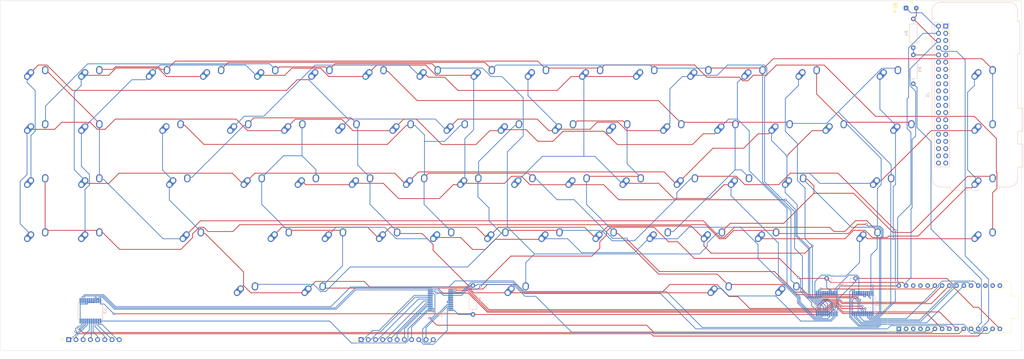
<source format=kicad_pcb>
(kicad_pcb (version 20211014) (generator pcbnew)
  (layers (0 "F.Cu" signal) (31 "B.Cu" signal) (34 "B.Paste" user) (35 "F.Paste" user) (36 "B.SilkS" user "B.Silkscreen") (37 "F.SilkS" user "F.Silkscreen") (38 "B.Mask" user) (39 "F.Mask" user) (44 "Edge.Cuts" user))
  (net 0 "")
  (net 1 "Net-(J1-Pad1)")
  (net 2 "Net-(J1-Pad2)")
  (net 3 "Net-(J1-Pad3)")
  (net 4 "Net-(J1-Pad4)")
  (net 5 "Net-(J1-Pad5)")
  (net 6 "Net-(J1-Pad6)")
  (net 7 "Net-(J1-Pad7)")
  (net 8 "Net-(J1-Pad8)")
  (net 9 "Net-(J1-Pad9)")
  (net 10 "Net-(J1-Pad10)")
  (net 11 "Net-(J1-Pad11)")
  (net 12 "Net-(J2-Pad1)")
  (net 13 "Net-(J2-Pad2)")
  (net 14 "Net-(J2-Pad3)")
  (net 15 "Net-(J2-Pad4)")
  (net 16 "Net-(J2-Pad5)")
  (net 17 "Net-(J2-Pad6)")
  (net 18 "Net-(J2-Pad7)")
  (net 19 "Net-(J2-Pad8)")
  (net 20 "+5V")
  (net 21 "/TW EN")
  (net 22 "GND")
  (net 23 "/KB SIG")
  (net 24 "/Col 8")
  (net 25 "/Col 10")
  (net 26 "/Col 6")
  (net 27 "/Col 1")
  (net 28 "/Row 2")
  (net 29 "/Row 1")
  (net 30 "/Row 3")
  (net 31 "/Row 5")
  (net 32 "/Row 6")
  (net 33 "/Row 8")
  (net 34 "Net-(U1-Pad1)")
  (net 35 "/TW S0")
  (net 36 "/TW S1")
  (net 37 "/TW S3")
  (net 38 "/TW S2")
  (net 39 "/TW S4")
  (net 40 "/TW S5")
  (net 41 "/TW S6")
  (net 42 "/KB S0")
  (net 43 "/KB S1")
  (net 44 "/KB S3")
  (net 45 "/KB S2")
  (net 46 "/Col 11")
  (net 47 "/KB S4")
  (net 48 "/KB S5")
  (net 49 "/KB S6")
  (net 72 "Net-(J3-Pad8)")
  (net 84 "Net-(J3-Pad10)")
  (net 90 "Net-(R3-Pad1)")
  (net 91 "/Col 9")
  (net 92 "/Column 11")
  (net 93 "/Row 4")
  (net 94 "/Col 7")
  (net 95 "/Row 7")
  (net 96 "/Col 3")
  (net 97 "/Col 4")
  (net 98 "/Col 5")
  (net 99 "/Col 2")
  (footprint "MX_Alps_Hybrid:MX-1U-NoLED" (layer "F.Cu") (at 200.9775 81.28)
    (fp_text reference "SW9")
    (fp_text value "SW_Push")
  )
  (footprint "MX_Alps_Hybrid:MX-1U-NoLED" (layer "F.Cu") (at 324.8025 100.33)
    (fp_text reference "SW32")
    (fp_text value "SW_Push")
  )
  (footprint "MX_Alps_Hybrid:MX-1U-NoLED" (layer "F.Cu") (at 62.865 138.43)
    (fp_text reference "SW52")
    (fp_text value "SW_Push")
  )
  (footprint "MX_Alps_Hybrid:MX-1U-NoLED" (layer "F.Cu") (at 243.84 138.43)
    (fp_text reference "SW60")
    (fp_text value "SW_Push")
  )
  (footprint "MX_Alps_Hybrid:MX-1.25U-NoLED" (layer "F.Cu") (at 284.3213 157.48)
    (fp_text reference "SW69")
    (fp_text value "SW_Push")
  )
  (footprint "MX_Alps_Hybrid:MX-1U-NoLED" (layer "F.Cu") (at 196.215 119.38)
    (fp_text reference "SW42")
    (fp_text value "SW_Push")
  )
  (footprint "MX_Alps_Hybrid:MX-1U-NoLED" (layer "F.Cu") (at 215.265 119.38)
    (fp_text reference "SW43")
    (fp_text value "SW_Push")
  )
  (footprint "MX_Alps_Hybrid:MX-1U-NoLED" (layer "F.Cu") (at 377.19 138.43)
    (fp_text reference "SW65")
    (fp_text value "SW_Push")
  )
  (footprint "MX_Alps_Hybrid:MX-1U-NoLED" (layer "F.Cu") (at 62.865 119.38)
    (fp_text reference "SW36")
    (fp_text value "SW_Push")
  )
  (footprint "MX_Alps_Hybrid:MX-1U-NoLED" (layer "F.Cu") (at 281.94 138.43)
    (fp_text reference "SW62")
    (fp_text value "SW_Push")
  )
  (footprint "MX_Alps_Hybrid:MX-1U-NoLED" (layer "F.Cu") (at 258.1275 81.28)
    (fp_text reference "SW12")
    (fp_text value "SW_Push")
  )
  (footprint "MX_Alps_Hybrid:MX-1U-NoLED" (layer "F.Cu") (at 377.19 119.38)
    (fp_text reference "SW50")
    (fp_text value "SW_Push")
  )
  (footprint "Arduino:Arduino_Nano" (layer "F.Cu") (at 346.71 167.64 90)
    (fp_text reference "U5")
    (fp_text value "Arduino_Nano")
  )
  (footprint "MX_Alps_Hybrid:MX-1U-NoLED" (layer "F.Cu") (at 234.315 119.38)
    (fp_text reference "SW44")
    (fp_text value "SW_Push")
  )
  (footprint "MX_Alps_Hybrid:MX-1U-NoLED" (layer "F.Cu") (at 158.115 119.38)
    (fp_text reference "SW40")
    (fp_text value "SW_Push")
  )
  (footprint "MX_Alps_Hybrid:MX-1.5U-NoLED" (layer "F.Cu") (at 348.615 100.33)
    (fp_text reference "SW33")
    (fp_text value "SW_Push")
  )
  (footprint "MX_Alps_Hybrid:MX-1U-NoLED" (layer "F.Cu") (at 139.065 119.38)
    (fp_text reference "SW39")
    (fp_text value "SW_Push")
  )
  (footprint "MX_Alps_Hybrid:MX-2U-NoLED" (layer "F.Cu") (at 343.8525 81.28)
    (fp_text reference "SW16")
    (fp_text value "SW_Push")
  )
  (footprint "MX_Alps_Hybrid:MX-1U-NoLED" (layer "F.Cu") (at 377.19 81.28)
    (fp_text reference "SW17")
    (fp_text value "SW_Push")
  )
  (footprint "MX_Alps_Hybrid:MX-1U-NoLED" (layer "F.Cu") (at 210.5025 100.33)
    (fp_text reference "SW26")
    (fp_text value "SW_Push")
  )
  (footprint "MX_Alps_Hybrid:MX-1.25U-NoLED" (layer "F.Cu") (at 117.6338 157.48)
    (fp_text reference "SW66")
    (fp_text value "SW_Push")
  )
  (footprint "MX_Alps_Hybrid:MX-1U-NoLED" (layer "F.Cu") (at 62.865 81.28)
    (fp_text reference "SW2")
    (fp_text value "SW_Push")
  )
  (footprint "MX_Alps_Hybrid:MX-1U-NoLED" (layer "F.Cu") (at 148.59 138.43)
    (fp_text reference "SW55")
    (fp_text value "SW_Push")
  )
  (footprint "MX_Alps_Hybrid:MX-1U-NoLED" (layer "F.Cu") (at 86.6775 81.28)
    (fp_text reference "SW3")
    (fp_text value "SW_Push")
  )
  (footprint "Connector_Wire:SolderWire-0.1sqmm_1x02_P3.6mm_D0.4mm_OD1mm" (layer "F.Cu") (at 349.25 54.61)
    (fp_text reference "J4")
    (fp_text value "Conn_01x02_Male")
  )
  (footprint "MX_Alps_Hybrid:MX-1U-NoLED" (layer "F.Cu") (at 191.4525 100.33)
    (fp_text reference "SW25")
    (fp_text value "SW_Push")
  )
  (footprint "MX_Alps_Hybrid:MX-6.25U-NoLED" (layer "F.Cu") (at 212.8838 157.48)
    (fp_text reference "SW68")
    (fp_text value "SW_Push")
  )
  (footprint "MX_Alps_Hybrid:MX-1U-NoLED" (layer "F.Cu") (at 267.6525 100.33)
    (fp_text reference "SW29")
    (fp_text value "SW_Push")
  )
  (footprint "MX_Alps_Hybrid:MX-1U-NoLED" (layer "F.Cu") (at 105.7275 81.28)
    (fp_text reference "SW4")
    (fp_text value "SW_Push")
  )
  (footprint "MX_Alps_Hybrid:MX-1U-NoLED" (layer "F.Cu") (at 43.815 100.33)
    (fp_text reference "SW18")
    (fp_text value "SW_Push")
  )
  (footprint "MX_Alps_Hybrid:MX-1U-NoLED" (layer "F.Cu") (at 62.865 100.33)
    (fp_text reference "SW19")
    (fp_text value "SW_Push")
  )
  (footprint "MX_Alps_Hybrid:MX-1U-NoLED" (layer "F.Cu") (at 291.465 119.38)
    (fp_text reference "SW47")
    (fp_text value "SW_Push")
  )
  (footprint "MX_Alps_Hybrid:MX-1U-NoLED" (layer "F.Cu") (at 272.415 119.38)
    (fp_text reference "SW46")
    (fp_text value "SW_Push")
  )
  (footprint "MX_Alps_Hybrid:MX-1U-NoLED" (layer "F.Cu") (at 143.8275 81.28)
    (fp_text reference "SW6")
    (fp_text value "SW_Push")
  )
  (footprint "MX_Alps_Hybrid:MX-1.25U-NoLED" (layer "F.Cu") (at 141.4463 157.48)
    (fp_text reference "SW67")
    (fp_text value "SW_Push")
  )
  (footprint "MX_Alps_Hybrid:MX-1U-NoLED" (layer "F.Cu") (at 43.815 138.43)
    (fp_text reference "SW51")
    (fp_text value "SW_Push")
  )
  (footprint "MX_Alps_Hybrid:MX-1U-NoLED" (layer "F.Cu") (at 277.1775 81.28)
    (fp_text reference "SW13")
    (fp_text value "SW_Push")
  )
  (footprint "MX_Alps_Hybrid:MX-1U-NoLED" (layer "F.Cu") (at 305.7525 100.33)
    (fp_text reference "SW31")
    (fp_text value "SW_Push")
  )
  (footprint "MX_Alps_Hybrid:MX-1U-NoLED" (layer "F.Cu") (at 229.5525 100.33)
    (fp_text reference "SW27")
    (fp_text value "SW_Push")
  )
  (footprint "MX_Alps_Hybrid:MX-2.25U-NoLED" (layer "F.Cu") (at 98.5838 138.43)
    (fp_text reference "SW53")
    (fp_text value "SW_Push")
  )
  (footprint "MX_Alps_Hybrid:MX-1U-NoLED" (layer "F.Cu") (at 248.6025 100.33)
    (fp_text reference "SW28")
    (fp_text value "SW_Push")
  )
  (footprint "MX_Alps_Hybrid:MX-1U-NoLED" (layer "F.Cu") (at 205.74 138.43)
    (fp_text reference "SW58")
    (fp_text value "SW_Push")
  )
  (footprint "MX_Alps_Hybrid:MX-1U-NoLED" (layer "F.Cu") (at 43.815 119.38)
    (fp_text reference "SW35")
    (fp_text value "SW_Push")
  )
  (footprint "Connector_PinHeader_2.54mm:PinHeader_1x08_P2.54mm_Vertical" (layer "F.Cu") (at 54.61 171.45 90)
    (fp_text reference "J2")
    (fp_text value "Conn_01x08_Male")
  )
  (footprint "MX_Alps_Hybrid:MX-1U-NoLED" (layer "F.Cu") (at 377.19 100.33)
    (fp_text reference "SW34")
    (fp_text value "SW_Push")
  )
  (footprint "MX_Alps_Hybrid:MX-1U-NoLED" (layer "F.Cu") (at 220.0275 81.28)
    (fp_text reference "SW10")
    (fp_text value "SW_Push")
  )
  (footprint "MX_Alps_Hybrid:MX-1U-NoLED" (layer "F.Cu") (at 296.2275 81.28)
    (fp_text reference "SW14")
    (fp_text value "SW_Push")
  )
  (footprint "MX_Alps_Hybrid:MX-1U-NoLED" (layer "F.Cu") (at 172.4025 100.33)
    (fp_text reference "SW24")
    (fp_text value "SW_Push")
  )
  (footprint "MX_Alps_Hybrid:MX-1U-NoLED" (layer "F.Cu") (at 286.7025 100.33)
    (fp_text reference "SW30")
    (fp_text value "SW_Push")
  )
  (footprint "MX_Alps_Hybrid:MX-1U-NoLED" (layer "F.Cu") (at 153.3525 100.33)
    (fp_text reference "SW23")
    (fp_text value "SW_Push")
  )
  (footprint "MX_Alps_Hybrid:MX-1U-NoLED" (layer "F.Cu") (at 186.69 138.43)
    (fp_text reference "SW57")
    (fp_text value "SW_Push")
  )
  (footprint "MX_Alps_Hybrid:MX-1.75U-NoLED" (layer "F.Cu") (at 93.8213 119.38)
    (fp_text reference "SW37")
    (fp_text value "SW_Push")
  )
  (footprint "MX_Alps_Hybrid:MX-1.25U-NoLED" (layer "F.Cu") (at 308.1338 157.48)
    (fp_text reference "SW70")
    (fp_text value "SW_Push")
  )
  (footprint "MX_Alps_Hybrid:MX-1U-NoLED" (layer "F.Cu") (at 262.89 138.43)
    (fp_text reference "SW61")
    (fp_text value "SW_Push")
  )
  (footprint "MX_Alps_Hybrid:MX-1U-NoLED" (layer "F.Cu") (at 115.2525 100.33)
    (fp_text reference "SW21")
    (fp_text value "SW_Push")
  )
  (footprint "Connector_PinHeader_2.54mm:PinHeader_1x11_P2.54mm_Vertical" (layer "F.Cu") (at 157.48 171.45 90)
    (fp_text reference "J1")
    (fp_text value "Conn_01x11_Male")
  )
  (footprint "MX_Alps_Hybrid:MX-1U-NoLED" (layer "F.Cu") (at 300.99 138.43)
    (fp_text reference "SW63")
    (fp_text value "SW_Push")
  )
  (footprint "MX_Alps_Hybrid:MX-1U-NoLED" (layer "F.Cu") (at 310.515 119.38)
    (fp_text reference "SW48")
    (fp_text value "SW_Push")
  )
  (footprint "MX_Alps_Hybrid:MX-1U-NoLED" (layer "F.Cu") (at 124.7775 81.28)
    (fp_text reference "SW5")
    (fp_text value "SW_Push")
  )
  (footprint "MX_Alps_Hybrid:MX-1U-NoLED" (layer "F.Cu") (at 224.79 138.43)
    (fp_text reference "SW59")
    (fp_text value "SW_Push")
  )
  (footprint "MX_Alps_Hybrid:MX-2.25U-NoLED" (layer "F.Cu") (at 341.4713 119.38)
    (fp_text reference "SW49")
    (fp_text value "SW_Push")
  )
  (footprint "MX_Alps_Hybrid:MX-2.75U-NoLED" (layer "F.Cu") (at 336.7088 138.43)
    (fp_text reference "SW64")
    (fp_text value "SW_Push")
  )
  (footprint "MX_Alps_Hybrid:MX-1.5U-NoLED" (layer "F.Cu") (at 91.44 100.33)
    (fp_text reference "SW20")
    (fp_text value "SW_Push")
  )
  (footprint "MX_Alps_Hybrid:MX-1U-NoLED" (layer "F.Cu") (at 43.815 81.28)
    (fp_text reference "SW1")
    (fp_text value "SW_Push")
  )
  (footprint "MX_Alps_Hybrid:MX-1U-NoLED" (layer "F.Cu") (at 177.165 119.38)
    (fp_text reference "SW41")
    (fp_text value "SW_Push")
  )
  (footprint "MX_Alps_Hybrid:MX-1U-NoLED" (layer "F.Cu") (at 162.8775 81.28)
    (fp_text reference "SW7")
    (fp_text value "SW_Push")
  )
  (footprint "MX_Alps_Hybrid:MX-1U-NoLED" (layer "F.Cu") (at 239.0775 81.28)
    (fp_text reference "SW11")
    (fp_text value "SW_Push")
  )
  (footprint "MX_Alps_Hybrid:MX-1U-NoLED" (layer "F.Cu") (at 134.3025 100.33)
    (fp_text reference "SW22")
    (fp_text value "SW_Push")
  )
  (footprint "MX_Alps_Hybrid:MX-1U-NoLED" (layer "F.Cu") (at 315.2775 81.28)
    (fp_text reference "SW15")
    (fp_text value "SW_Push")
  )
  (footprint "MX_Alps_Hybrid:MX-1U-NoLED" (layer "F.Cu") (at 129.54 138.43)
    (fp_text reference "SW54")
    (fp_text value "SW_Push")
  )
  (footprint "MX_Alps_Hybrid:MX-1U-NoLED" (layer "F.Cu") (at 167.64 138.43)
    (fp_text reference "SW56")
    (fp_text value "SW_Push")
  )
  (footprint "MX_Alps_Hybrid:MX-1U-NoLED" (layer "F.Cu") (at 181.9275 81.28)
    (fp_text reference "SW8")
    (fp_text value "SW_Push")
  )
  (footprint "MX_Alps_Hybrid:MX-1U-NoLED" (layer "F.Cu") (at 253.365 119.38)
    (fp_text reference "SW45")
    (fp_text value "SW_Push")
  )
  (footprint "MX_Alps_Hybrid:MX-1U-NoLED" (layer "F.Cu") (at 120.015 119.38)
    (fp_text reference "SW38")
    (fp_text value "SW_Push")
  )
  (footprint "Package_SO:SSOP-24_5.3x8.2mm_P0.65mm" (layer "B.Cu") (at 321.31 158.75 90)
    (fp_text reference "U4")
    (fp_text value "CD74HC4067SM")
  )
  (footprint "Package_SO:SSOP-24_5.3x8.2mm_P0.65mm" (layer "B.Cu") (at 185.42 157.48)
    (fp_text reference "U1")
    (fp_text value "CD74HC4067SM")
  )
  (footprint "Resistor_THT:R_Axial_DIN0207_L6.3mm_D2.5mm_P10.16mm_Horizontal" (layer "B.Cu") (at 321.31 149.86)
    (fp_text reference "R2")
    (fp_text value "330")
  )
  (footprint "Resistor_THT:R_Axial_DIN0207_L6.3mm_D2.5mm_P10.16mm_Horizontal" (layer "B.Cu") (at 351.79 81.28 90)
    (fp_text reference "R3")
    (fp_text value "330")
  )
  (footprint "Resistor_THT:R_Axial_DIN0207_L6.3mm_D2.5mm_P10.16mm_Horizontal" (layer "B.Cu") (at 351.79 58.42 -90)
    (fp_text reference "R4")
    (fp_text value "660")
  )
  (footprint "Module:Raspberry_Pi_Zero_Socketed_THT_FaceDown_MountingHoles" (layer "B.Cu") (at 363.22 111.76)
    (fp_text reference "J3")
    (fp_text value "Raspberry_Pi_2_3")
  )
  (footprint "Package_SO:SSOP-24_5.3x8.2mm_P0.65mm" (layer "B.Cu") (at 62.23 161.29 90)
    (fp_text reference "U2")
    (fp_text value "CD74HC4067SM")
  )
  (footprint "Resistor_THT:R_Axial_DIN0207_L6.3mm_D2.5mm_P10.16mm_Horizontal" (layer "B.Cu") (at 196.85 162.56 90)
    (fp_text reference "R1")
    (fp_text value "330")
  )
  (footprint "Package_SO:SSOP-24_5.3x8.2mm_P0.65mm" (layer "B.Cu") (at 334.01 158.75 90)
    (fp_text reference "U3")
    (fp_text value "CD74HC4067SM")
  )
  (gr_rect (start 389.89 175.26) (end 30.48 52.07) (layer "Edge.Cuts") (width 0.1) (fill none))
  (gr_text "+IN" (at 345.44 54.61 270) (layer "F.SilkS") (effects (font (size 1.5 1.5) (thickness 0.3)) (justify mirror)))
  (segment (start 161.5224 168.2156) (end 158.288 171.45) (width 0.25) (layer "B.Cu") (net 1))
  (segment (start 181.82 155.855) (end 176.1744 155.855) (width 0.25) (layer "B.Cu") (net 1))
  (segment (start 163.8138 168.2156) (end 161.5224 168.2156) (width 0.25) (layer "B.Cu") (net 1))
  (segment (start 158.288 171.45) (end 157.48 171.45) (width 0.25) (layer "B.Cu") (net 1))
  (segment (start 176.1744 155.855) (end 163.8138 168.2156) (width 0.25) (layer "B.Cu") (net 1))
  (segment (start 163.5225 168.8252) (end 160.8977 171.45) (width 0.25) (layer "B.Cu") (net 2))
  (segment (start 181.82 156.505) (end 176.4795 156.505) (width 0.25) (layer "B.Cu") (net 2))
  (segment (start 160.8977 171.45) (end 160.02 171.45) (width 0.25) (layer "B.Cu") (net 2))
  (segment (start 164.1593 168.8252) (end 163.5225 168.8252) (width 0.25) (layer "B.Cu") (net 2))
  (segment (start 176.4795 156.505) (end 164.1593 168.8252) (width 0.25) (layer "B.Cu") (net 2))
  (segment (start 163.368 171.45) (end 162.56 171.45) (width 0.25) (layer "B.Cu") (net 3))
  (segment (start 177.663 157.155) (end 163.368 171.45) (width 0.25) (layer "B.Cu") (net 3))
  (segment (start 181.82 157.155) (end 177.663 157.155) (width 0.25) (layer "B.Cu") (net 3))
  (segment (start 179.553 157.805) (end 165.908 171.45) (width 0.25) (layer "B.Cu") (net 4))
  (segment (start 165.908 171.45) (end 165.1 171.45) (width 0.25) (layer "B.Cu") (net 4))
  (segment (start 181.82 157.805) (end 179.553 157.805) (width 0.25) (layer "B.Cu") (net 4))
  (segment (start 181.82 158.455) (end 180.5258 158.455) (width 0.25) (layer "B.Cu") (net 5))
  (segment (start 180.5258 158.455) (end 167.64 171.3408) (width 0.25) (layer "B.Cu") (net 5))
  (segment (start 167.64 171.3408) (end 167.64 171.45) (width 0.25) (layer "B.Cu") (net 5))
  (segment (start 180.6197 159.105) (end 170.18 169.5447) (width 0.25) (layer "B.Cu") (net 6))
  (segment (start 170.18 169.5447) (end 170.18 171.45) (width 0.25) (layer "B.Cu") (net 6))
  (segment (start 181.82 159.105) (end 180.6197 159.105) (width 0.25) (layer "B.Cu") (net 6))
  (segment (start 180.6197 159.755) (end 172.72 167.6547) (width 0.25) (layer "B.Cu") (net 7))
  (segment (start 172.72 167.6547) (end 172.72 171.45) (width 0.25) (layer "B.Cu") (net 7))
  (segment (start 181.82 159.755) (end 180.6197 159.755) (width 0.25) (layer "B.Cu") (net 7))
  (segment (start 183.02 160.505) (end 182.92 160.405) (width 0.25) (layer "B.Cu") (net 8))
  (segment (start 182.92 160.405) (end 181.82 160.405) (width 0.25) (layer "B.Cu") (net 8))
  (segment (start 175.26 171.45) (end 175.26 167.051096) (width 0.25) (layer "B.Cu") (net 8))
  (segment (start 183.02 161.605) (end 183.02 160.505) (width 0.25) (layer "B.Cu") (net 8))
  (segment (start 180.706096 161.605) (end 183.02 161.605) (width 0.25) (layer "B.Cu") (net 8))
  (segment (start 175.26 167.051096) (end 180.706096 161.605) (width 0.25) (layer "B.Cu") (net 8))
  (segment (start 182.9282 173.0851) (end 179.4351 173.0851) (width 0.25) (layer "B.Cu") (net 9))
  (segment (start 179.4351 173.0851) (end 177.8 171.45) (width 0.25) (layer "B.Cu") (net 9))
  (segment (start 187.8197 160.405) (end 187.8197 168.1936) (width 0.25) (layer "B.Cu") (net 9))
  (segment (start 189.02 160.405) (end 187.8197 160.405) (width 0.25) (layer "B.Cu") (net 9))
  (segment (start 187.8197 168.1936) (end 182.9282 173.0851) (width 0.25) (layer "B.Cu") (net 9))
  (segment (start 187.8197 159.755) (end 180.34 167.2347) (width 0.25) (layer "B.Cu") (net 10))
  (segment (start 189.02 159.755) (end 187.8197 159.755) (width 0.25) (layer "B.Cu") (net 10))
  (segment (start 180.34 171.45) (end 180.34 167.2347) (width 0.25) (layer "B.Cu") (net 10))
  (segment (start 187.782 159.105) (end 179.1647 167.7223) (width 0.25) (layer "B.Cu") (net 11))
  (segment (start 179.8349 172.6253) (end 181.7047 172.6253) (width 0.25) (layer "B.Cu") (net 11))
  (segment (start 181.7047 172.6253) (end 182.88 171.45) (width 0.25) (layer "B.Cu") (net 11))
  (segment (start 179.1647 167.7223) (end 179.1647 171.9551) (width 0.25) (layer "B.Cu") (net 11))
  (segment (start 179.1647 171.9551) (end 179.8349 172.6253) (width 0.25) (layer "B.Cu") (net 11))
  (segment (start 189.02 159.105) (end 187.782 159.105) (width 0.25) (layer "B.Cu") (net 11))
  (segment (start 55.17 171.45) (end 55.2453 171.45) (width 0.25) (layer "B.Cu") (net 12))
  (segment (start 55.17 171.45) (end 54.61 171.45) (width 0.25) (layer "B.Cu") (net 12))
  (segment (start 55.2453 171.45) (end 60.605 166.0903) (width 0.25) (layer "B.Cu") (net 12))
  (segment (start 60.605 164.89) (end 60.605 166.0903) (width 0.25) (layer "B.Cu") (net 12))
  (segment (start 61.255 166.1697) (end 61.255 164.89) (width 0.25) (layer "B.Cu") (net 13))
  (segment (start 57.15 171.45) (end 57.15 170.2747) (width 0.25) (layer "B.Cu") (net 13))
  (segment (start 57.15 170.2747) (end 61.255 166.1697) (width 0.25) (layer "B.Cu") (net 13))
  (segment (start 61.905 168.0597) (end 59.69 170.2747) (width 0.25) (layer "B.Cu") (net 14))
  (segment (start 59.69 171.45) (end 59.69 170.2747) (width 0.25) (layer "B.Cu") (net 14))
  (segment (start 61.905 164.89) (end 61.905 168.0597) (width 0.25) (layer "B.Cu") (net 14))
  (segment (start 62.555 171.125) (end 62.555 164.89) (width 0.25) (layer "B.Cu") (net 15))
  (segment (start 62.555 171.125) (end 62.23 171.45) (width 0.25) (layer "B.Cu") (net 15))
  (segment (start 64.77 171.45) (end 64.77 170.2747) (width 0.25) (layer "B.Cu") (net 16))
  (segment (start 63.205 168.7097) (end 64.77 170.2747) (width 0.25) (layer "B.Cu") (net 16))
  (segment (start 63.205 164.89) (end 63.205 168.7097) (width 0.25) (layer "B.Cu") (net 16))
  (segment (start 67.31 171.45) (end 67.31 170.2747) (width 0.25) (layer "B.Cu") (net 17))
  (segment (start 63.855 164.89) (end 63.855 166.8197) (width 0.25) (layer "B.Cu") (net 17))
  (segment (start 63.855 166.8197) (end 67.31 170.2747) (width 0.25) (layer "B.Cu") (net 17))
  (segment (start 64.505 164.89) (end 64.505 166.105) (width 0.25) (layer "B.Cu") (net 18))
  (segment (start 64.505 166.105) (end 69.85 171.45) (width 0.25) (layer "B.Cu") (net 18))
  (segment (start 65.155 166.0903) (end 66.374 166.0903) (width 0.25) (layer "B.Cu") (net 19))
  (segment (start 71.7337 171.45) (end 72.39 171.45) (width 0.25) (layer "B.Cu") (net 19))
  (segment (start 65.155 164.89) (end 65.155 166.0903) (width 0.25) (layer "B.Cu") (net 19))
  (segment (start 66.374 166.0903) (end 71.7337 171.45) (width 0.25) (layer "B.Cu") (net 19))
  (segment (start 337.585 152.5169) (end 337.585 152.5168) (width 0.25) (layer "F.Cu") (net 20))
  (segment (start 346.5932 152.5168) (end 346.71 152.4) (width 0.25) (layer "F.Cu") (net 20))
  (segment (start 196.85 162.56) (end 196.6166 162.3266) (width 0.25) (layer "F.Cu") (net 20))
  (segment (start 337.585 152.5168) (end 346.5932 152.5168) (width 0.25) (layer "F.Cu") (net 20))
  (segment (start 321.9802 162.56) (end 196.85 162.56) (width 0.25) (layer "F.Cu") (net 20))
  (segment (start 337.585 152.5169) (end 326.3178 152.5169) (width 0.25) (layer "F.Cu") (net 20))
  (segment (start 324.1334 160.4068) (end 321.9802 162.56) (width 0.25) (layer "F.Cu") (net 20))
  (segment (start 196.6166 162.3266) (end 70.4706 162.3266) (width 0.25) (layer "F.Cu") (net 20))
  (via (at 337.585 152.5169) (size 0.8) (drill 0.4) (layers "F.Cu" "B.Cu") (net 20))
  (via (at 326.3178 152.5169) (size 0.8) (drill 0.4) (layers "F.Cu" "B.Cu") (net 20))
  (via (at 324.1334 160.4068) (size 0.8) (drill 0.4) (layers "F.Cu" "B.Cu") (net 20))
  (via (at 70.4706 162.3266) (size 0.8) (drill 0.4) (layers "F.Cu" "B.Cu") (net 20))
  (segment (start 67.0343 158.8903) (end 70.4706 162.3266) (width 0.25) (layer "B.Cu") (net 20))
  (segment (start 65.805 157.69) (end 65.805 158.8903) (width 0.25) (layer "B.Cu") (net 20))
  (segment (start 350.8913 56.2513) (end 349.25 54.61) (width 0.25) (layer "B.Cu") (net 20))
  (segment (start 360.68 60.96) (end 359.5047 60.96) (width 0.25) (layer "B.Cu") (net 20))
  (segment (start 346.71 151.2747) (end 346.3019 150.8666) (width 0.25) (layer "B.Cu") (net 20))
  (segment (start 324.885 153.9497) (end 326.3178 152.5169) (width 0.25) (layer "B.Cu") (net 20))
  (segment (start 337.585 162.35) (end 337.585 155.15) (width 0.25) (layer "B.Cu") (net 20))
  (segment (start 65.805 158.8903) (end 67.0343 158.8903) (width 0.25) (layer "B.Cu") (net 20))
  (segment (start 324.885 159.6552) (end 324.885 155.15) (width 0.25) (layer "B.Cu") (net 20))
  (segment (start 191.7253 162.56) (end 190.2203 161.055) (width 0.25) (layer "B.Cu") (net 20))
  (segment (start 346.71 152.4) (end 346.71 151.2747) (width 0.25) (layer "B.Cu") (net 20))
  (segment (start 189.02 161.055) (end 190.2203 161.055) (width 0.25) (layer "B.Cu") (net 20))
  (segment (start 350.1329 68.646109) (end 355.279009 63.5) (width 0.25) (layer "B.Cu") (net 20))
  (segment (start 350.1329 86.1055) (end 350.1329 68.646109) (width 0.25) (layer "B.Cu") (net 20))
  (segment (start 355.279009 63.5) (end 360.68 63.5) (width 0.25) (layer "B.Cu") (net 20))
  (segment (start 324.1334 160.4068) (end 324.885 159.6552) (width 0.25) (layer "B.Cu") (net 20))
  (segment (start 196.85 162.56) (end 191.7253 162.56) (width 0.25) (layer "B.Cu") (net 20))
  (segment (start 346.3019 128.4154) (end 350.9423 123.775) (width 0.25) (layer "B.Cu") (net 20))
  (segment (start 350.9423 123.775) (end 350.9423 98.3489) (width 0.25) (layer "B.Cu") (net 20))
  (segment (start 350.9423 98.3489) (end 349.6348 97.0414) (width 0.25) (layer "B.Cu") (net 20))
  (segment (start 349.6348 97.0414) (end 349.6348 86.6036) (width 0.25) (layer "B.Cu") (net 20))
  (segment (start 360.68 63.5) (end 360.68 60.96) (width 0.25) (layer "B.Cu") (net 20))
  (segment (start 359.5047 60.96) (end 354.796 56.2513) (width 0.25) (layer "B.Cu") (net 20))
  (segment (start 349.6348 86.6036) (end 350.1329 86.1055) (width 0.25) (layer "B.Cu") (net 20))
  (segment (start 354.796 56.2513) (end 350.8913 56.2513) (width 0.25) (layer "B.Cu") (net 20))
  (segment (start 324.885 155.15) (end 324.885 153.9497) (width 0.25) (layer "B.Cu") (net 20))
  (segment (start 346.3019 150.8666) (end 346.3019 128.4154) (width 0.25) (layer "B.Cu") (net 20))
  (segment (start 337.585 152.5169) (end 337.585 155.15) (width 0.25) (layer "B.Cu") (net 20))
  (segment (start 195.7247 152.4) (end 192.9197 155.205) (width 0.25) (layer "B.Cu") (net 21))
  (segment (start 60.4148 156.0299) (end 66.6569 156.0299) (width 0.25) (layer "B.Cu") (net 21))
  (segment (start 155.3866 153.3129) (end 184.5972 153.3129) (width 0.25) (layer "B.Cu") (net 21))
  (segment (start 355.7447 168.7653) (end 356.87 167.64) (width 0.25) (layer "B.Cu") (net 21))
  (segment (start 210.9825 151.9746) (end 215.1867 156.1788) (width 0.25) (layer "B.Cu") (net 21))
  (segment (start 198.4007 151.9746) (end 210.9825 151.9746) (width 0.25) (layer "B.Cu") (net 21))
  (segment (start 59.955 156.4897) (end 60.4148 156.0299) (width 0.25) (layer "B.Cu") (net 21))
  (segment (start 231.5254 168.7653) (end 355.7447 168.7653) (width 0.25) (layer "B.Cu") (net 21))
  (segment (start 59.955 157.69) (end 59.955 156.4897) (width 0.25) (layer "B.Cu") (net 21))
  (segment (start 196.85 152.4) (end 197.9753 152.4) (width 0.25) (layer "B.Cu") (net 21))
  (segment (start 215.1867 156.1788) (end 218.9389 156.1788) (width 0.25) (layer "B.Cu") (net 21))
  (segment (start 70.9076 160.2806) (end 148.4189 160.2806) (width 0.25) (layer "B.Cu") (net 21))
  (segment (start 148.4189 160.2806) (end 155.3866 153.3129) (width 0.25) (layer "B.Cu") (net 21))
  (segment (start 184.5972 153.3129) (end 186.4893 155.205) (width 0.25) (layer "B.Cu") (net 21))
  (segment (start 197.9753 152.4) (end 198.4007 151.9746) (width 0.25) (layer "B.Cu") (net 21))
  (segment (start 218.9389 156.1788) (end 231.5254 168.7653) (width 0.25) (layer "B.Cu") (net 21))
  (segment (start 196.85 152.4) (end 195.7247 152.4) (width 0.25) (layer "B.Cu") (net 21))
  (segment (start 192.9197 155.205) (end 189.02 155.205) (width 0.25) (layer "B.Cu") (net 21))
  (segment (start 66.6569 156.0299) (end 70.9076 160.2806) (width 0.25) (layer "B.Cu") (net 21))
  (segment (start 186.4893 155.205) (end 189.02 155.205) (width 0.25) (layer "B.Cu") (net 21))
  (segment (start 238.729636 141.9959) (end 241.471099 139.254437) (width 0.25) (layer "F.Cu") (net 22))
  (segment (start 360.68 66.04) (end 359.5047 66.04) (width 0.25) (layer "F.Cu") (net 22))
  (segment (start 348.1247 151.2747) (end 349.25 152.4) (width 0.25) (layer "F.Cu") (net 22))
  (segment (start 322.7247 151.2747) (end 348.1247 151.2747) (width 0.25) (layer "F.Cu") (net 22))
  (segment (start 245.3373 131.8527) (end 260.583 131.8527) (width 0.25) (layer "F.Cu") (net 22))
  (segment (start 351.8374 58.3726) (end 359.5047 66.04) (width 0.25) (layer "F.Cu") (net 22))
  (segment (start 210.2128 141.9959) (end 238.729636 141.9959) (width 0.25) (layer "F.Cu") (net 22))
  (segment (start 199.4845 152.7242) (end 210.2128 141.9959) (width 0.25) (layer "F.Cu") (net 22))
  (segment (start 304.6464 142.8032) (end 311.3677 149.5245) (width 0.25) (layer "F.Cu") (net 22))
  (segment (start 351.79 58.42) (end 351.8374 58.3726) (width 0.25) (layer "F.Cu") (net 22))
  (segment (start 260.583 131.8527) (end 265.7001 136.9698) (width 0.25) (layer "F.Cu") (net 22))
  (segment (start 274.7344 142.8032) (end 304.6464 142.8032) (width 0.25) (layer "F.Cu") (net 22))
  (segment (start 243.84 133.35) (end 245.3373 131.8527) (width 0.25) (layer "F.Cu") (net 22))
  (segment (start 265.7001 136.9698) (end 268.901 136.9698) (width 0.25) (layer "F.Cu") (net 22))
  (segment (start 321.31 149.86) (end 322.7247 151.2747) (width 0.25) (layer "F.Cu") (net 22))
  (segment (start 352.85 57.36) (end 352.85 54.61) (width 0.25) (layer "F.Cu") (net 22))
  (segment (start 243.84 134.62) (end 243.84 133.35) (width 0.25) (layer "F.Cu") (net 22))
  (segment (start 268.901 136.9698) (end 274.7344 142.8032) (width 0.25) (layer "F.Cu") (net 22))
  (segment (start 311.7032 149.86) (end 311.3677 149.5245) (width 0.25) (layer "F.Cu") (net 22))
  (segment (start 321.31 149.86) (end 311.7032 149.86) (width 0.25) (layer "F.Cu") (net 22))
  (segment (start 241.471099 139.254437) (end 241.471099 136.988901) (width 0.25) (layer "F.Cu") (net 22))
  (segment (start 241.471099 136.988901) (end 243.84 134.62) (width 0.25) (layer "F.Cu") (net 22))
  (segment (start 351.8374 58.3726) (end 352.85 57.36) (width 0.25) (layer "F.Cu") (net 22))
  (via (at 311.3677 149.5245) (size 0.8) (drill 0.4) (layers "F.Cu" "B.Cu") (net 22))
  (via (at 199.4845 152.7242) (size 0.8) (drill 0.4) (layers "F.Cu" "B.Cu") (net 22))
  (segment (start 181.82 153.905) (end 184.5196 153.905) (width 0.25) (layer "B.Cu") (net 22))
  (segment (start 332.385 156.565) (end 332.195 156.755) (width 0.25) (layer "B.Cu") (net 22))
  (segment (start 63.205 157.69) (end 63.205 158.2901) (width 0.25) (layer "B.Cu") (net 22))
  (segment (start 63.855 158.2901) (end 63.205 158.2901) (width 0.25) (layer "B.Cu") (net 22))
  (segment (start 322.935 155.15) (end 322.935 154.5498) (width 0.25) (layer "B.Cu") (net 22))
  (segment (start 319.5724 156.3503) (end 319.035 156.3503) (width 0.25) (layer "B.Cu") (net 22))
  (segment (start 349.25 151.2747) (end 350.9938 149.5309) (width 0.25) (layer "B.Cu") (net 22))
  (segment (start 350.6356 81.9258) (end 350.6356 76.0844) (width 0.25) (layer "B.Cu") (net 22))
  (segment (start 155.5367 153.905) (end 148.7108 160.7309) (width 0.25) (layer "B.Cu") (net 22))
  (segment (start 61.255 158.2901) (end 61.255 158.7777) (width 0.25) (layer "B.Cu") (net 22))
  (segment (start 334.335 155.7501) (end 334.335 156.3503) (width 0.25) (layer "B.Cu") (net 22))
  (segment (start 322.935 154.5498) (end 322.935 154.1869) (width 0.25) (layer "B.Cu") (net 22))
  (segment (start 330.4189 157.48) (end 330.435 157.4961) (width 0.25) (layer "B.Cu") (net 22))
  (segment (start 189.02 156.505) (end 188.4199 156.505) (width 0.25) (layer "B.Cu") (net 22))
  (segment (start 317.735 155.15) (end 317.735 155.7501) (width 0.25) (layer "B.Cu") (net 22))
  (segment (start 65.155 156.7144) (end 65.155 157.0898) (width 0.25) (layer "B.Cu") (net 22))
  (segment (start 189.02 158.455) (end 187.8197 158.455) (width 0.25) (layer "B.Cu") (net 22))
  (segment (start 319.685 155.7501) (end 319.685 156.2377) (width 0.25) (layer "B.Cu") (net 22))
  (segment (start 333.685 155.15) (end 333.685 155.7501) (width 0.25) (layer "B.Cu") (net 22))
  (segment (start 58.655 158.8903) (end 58.655 164.89) (width 0.25) (layer "B.Cu") (net 22))
  (segment (start 317.96 156.3503) (end 319.035 156.3503) (width 0.25) (layer "B.Cu") (net 22))
  (segment (start 62.555 158.2901) (end 61.905 158.2901) (width 0.25) (layer "B.Cu") (net 22))
  (segment (start 65.155 157.0898) (end 64.505 157.0898) (width 0.25) (layer "B.Cu") (net 22))
  (segment (start 322.935 154.1869) (end 322.6978 153.9497) (width 0.25) (layer "B.Cu") (net 22))
  (segment (start 331.9265 148.7059) (end 329.085 148.7059) (width 0.25) (layer "B.Cu") (net 22))
  (segment (start 319.035 155.15) (end 319.035 156.3503) (width 0.25) (layer "B.Cu") (net 22))
  (segment (start 195.091096 153.67) (end 198.5387 153.67) (width 0.25) (layer "B.Cu") (net 22))
  (segment (start 188.57 157.805) (end 188.4199 157.805) (width 0.25) (layer "B.Cu") (net 22))
  (segment (start 192.906096 155.855) (end 195.091096 153.67) (width 0.25) (layer "B.Cu") (net 22))
  (segment (start 324.235 153.5559) (end 324.235 154.5498) (width 0.25) (layer "B.Cu") (net 22))
  (segment (start 332.6288 155.15) (end 332.385 155.15) (width 0.25) (layer "B.Cu") (net 22))
  (segment (start 319.685 155.15) (end 319.685 155.7501) (width 0.25) (layer "B.Cu") (net 22))
  (segment (start 319.685 156.2377) (end 319.5724 156.3503) (width 0.25) (layer "B.Cu") (net 22))
  (segment (start 316.0418 158.3838) (end 312.1721 154.5141) (width 0.25) (layer "B.Cu") (net 22))
  (segment (start 350.9938 149.5309) (end 350.9938 125.3961) (width 0.25) (layer "B.Cu") (net 22))
  (segment (start 332.385 155.15) (end 331.735 155.15) (width 0.25) (layer "B.Cu") (net 22))
  (segment (start 332.385 155.15) (end 332.385 156.565) (width 0.25) (layer "B.Cu") (net 22))
  (segment (start 332.6288 149.4082) (end 331.9265 148.7059) (width 0.25) (layer "B.Cu") (net 22))
  (segment (start 352.6348 83.925) (end 350.6356 81.9258) (width 0.25) (layer "B.Cu") (net 22))
  (segment (start 330.435 157.4961) (end 330.435 162.35) (width 0.25) (layer "B.Cu") (net 22))
  (segment (start 187.8197 158.0422) (end 187.8197 158.455) (width 0.25) (layer "B.Cu") (net 22))
  (segment (start 65.155 157.69) (end 65.155 157.0898) (width 0.25) (layer "B.Cu") (net 22))
  (segment (start 350.6356 76.0844) (end 360.68 66.04) (width 0.25) (layer "B.Cu") (net 22))
  (segment (start 64.505 157.69) (end 64.505 157.0898) (width 0.25) (layer "B.Cu") (net 22))
  (segment (start 333.6351 155.7501) (end 333.035 155.15) (width 0.25) (layer "B.Cu") (net 22))
  (segment (start 188.4199 157.0049) (end 188.4199 156.505) (width 0.25) (layer "B.Cu") (net 22))
  (segment (start 186.4696 155.855) (end 188.4199 155.855) (width 0.25) (layer "B.Cu") (net 22))
  (segment (start 333.685 155.7501) (end 333.6351 155.7501) (width 0.25) (layer "B.Cu") (net 22))
  (segment (start 321.31 149.86) (end 321.31 152.9747) (width 0.25) (layer "B.Cu") (net 22))
  (segment (start 63.205 158.2901) (end 62.555 158.2901) (width 0.25) (layer "B.Cu") (net 22))
  (segment (start 188.4199 157.805) (end 188.0569 157.805) (width 0.25) (layer "B.Cu") (net 22))
  (segment (start 189.02 157.805) (end 188.57 157.805) (width 0.25) (layer "B.Cu") (net 22))
  (segment (start 61.255 158.7777) (end 61.1424 158.8903) (width 0.25) (layer "B.Cu") (net 22))
  (segment (start 64.2678 156.4897) (end 63.855 156.4897) (width 0.25) (layer "B.Cu") (net 22))
  (segment (start 331.1439 156.755) (end 330.4189 157.48) (width 0.25) (layer "B.Cu") (net 22))
  (segment (start 70.721 160.7309) (end 66.4797 156.4896) (width 0.25) (layer "B.Cu") (net 22))
  (segment (start 321.31 152.9747) (end 322.285 153.9497) (width 0.25) (layer "B.Cu") (net 22))
  (segment (start 189.02 157.155) (end 188.72 157.155) (width 0.25) (layer "B.Cu") (net 22))
  (segment (start 312.1721 150.3289) (end 311.3677 149.5245) (width 0.25) (layer "B.Cu") (net 22))
  (segment (start 316.0418 159.4565) (end 316.0418 158.3838) (width 0.25) (layer "B.Cu") (net 22))
  (segment (start 334.335 155.15) (end 334.335 155.7501) (width 0.25) (layer "B.Cu") (net 22))
  (segment (start 322.285 155.15) (end 322.285 153.9497) (width 0.25) (layer "B.Cu") (net 22))
  (segment (start 188.72 157.155) (end 188.57 157.155) (width 0.25) (layer "B.Cu") (net 22))
  (segment (start 181.82 153.905) (end 155.5367 153.905) (width 0.25) (layer "B.Cu") (net 22))
  (segment (start 58.655 158.2901) (end 58.655 158.8903) (width 0.25) (layer "B.Cu") (net 22))
  (segment (start 317.735 156.1253) (end 317.96 156.3503) (width 0.25) (layer "B.Cu") (net 22))
  (segment (start 352.6348 99.6926) (end 352.6348 83.925) (width 0.25) (layer "B.Cu") (net 22))
  (segment (start 61.1424 158.8903) (end 60.605 158.8903) (width 0.25) (layer "B.Cu") (net 22))
  (segment (start 63.855 157.69) (end 63.855 156.4897) (width 0.25) (layer "B.Cu") (net 22))
  (segment (start 350.9938 125.3961) (end 351.3927 124.9972) (width 0.25) (layer "B.Cu") (net 22))
  (segment (start 198.5387 153.67) (end 199.4845 152.7242) (width 0.25) (layer "B.Cu") (net 22))
  (segment (start 64.505 157.0898) (end 64.505 156.7269) (width 0.25) (layer "B.Cu") (net 22))
  (segment (start 188.57 157.155) (end 188.4199 157.0049) (width 0.25) (layer "B.Cu") (net 22))
  (segment (start 61.905 158.2901) (end 61.255 158.2901) (width 0.25) (layer "B.Cu") (net 22))
  (segment (start 189.02 155.855) (end 188.4199 155.855) (width 0.25) (layer "B.Cu") (net 22))
  (segment (start 333.035 155.15) (end 332.6288 155.15) (width 0.25) (layer "B.Cu") (net 22))
  (segment (start 332.6288 155.15) (end 332.6288 149.4082) (width 0.25) (layer "B.Cu") (net 22))
  (segment (start 61.905 157.69) (end 61.905 158.2901) (width 0.25) (layer "B.Cu") (net 22))
  (segment (start 60.605 158.8903) (end 58.655 158.8903) (width 0.25) (layer "B.Cu") (net 22))
  (segment (start 332.195 156.755) (end 331.1439 156.755) (width 0.25) (layer "B.Cu") (net 22))
  (segment (start 322.6978 153.9497) (end 322.285 153.9497) (width 0.25) (layer "B.Cu") (net 22))
  (segment (start 64.505 156.7269) (end 64.2678 156.4897) (width 0.25) (layer "B.Cu") (net 22))
  (segment (start 317.735 161.1497) (end 316.0418 159.4565) (width 0.25) (layer "B.Cu") (net 22))
  (segment (start 312.1721 154.5141) (end 312.1721 150.3289) (width 0.25) (layer "B.Cu") (net 22))
  (segment (start 317.735 155.7501) (end 317.735 156.1253) (width 0.25) (layer "B.Cu") (net 22))
  (segment (start 60.605 157.69) (end 60.605 158.8903) (width 0.25) (layer "B.Cu") (net 22))
  (segment (start 189.02 155.855) (end 192.906096 155.855) (width 0.25) (layer "B.Cu") (net 22))
  (segment (start 324.235 154.5498) (end 324.235 155.15) (width 0.25) (layer "B.Cu") (net 22))
  (segment (start 184.5196 153.905) (end 186.4696 155.855) (width 0.25) (layer "B.Cu") (net 22))
  (segment (start 66.4797 156.4896) (end 65.3798 156.4896) (width 0.25) (layer "B.Cu") (net 22))
  (segment (start 58.655 157.69) (end 58.655 158.2901) (width 0.25) (layer "B.Cu") (net 22))
  (segment (start 148.7108 160.7309) (end 70.721 160.7309) (width 0.25) (layer "B.Cu") (net 22))
  (segment (start 319.685 155.15) (end 324.235 155.15) (width 0.25) (layer "B.Cu") (net 22))
  (segment (start 349.25 152.4) (end 349.25 151.2747) (width 0.25) (layer "B.Cu") (net 22))
  (segment (start 334.985 155.15) (end 334.985 156.3503) (width 0.25) (layer "B.Cu") (net 22))
  (segment (start 351.3927 124.9972) (end 351.3927 100.9347) (width 0.25) (layer "B.Cu") (net 22))
  (segment (start 334.335 155.7501) (end 333.685 155.7501) (width 0.25) (layer "B.Cu") (net 22))
  (segment (start 63.855 157.69) (end 63.855 158.2901) (width 0.25) (layer "B.Cu") (net 22))
  (segment (start 188.4199 155.855) (end 188.4199 156.505) (width 0.25) (layer "B.Cu") (net 22))
  (segment (start 61.255 157.69) (end 61.255 158.2901) (width 0.25) (layer "B.Cu") (net 22))
  (segment (start 65.3798 156.4896) (end 65.155 156.7144) (width 0.25) (layer "B.Cu") (net 22))
  (segment (start 188.57 157.155) (end 188.57 157.805) (width 0.25) (layer "B.Cu") (net 22))
  (segment (start 188.0569 157.805) (end 187.8197 158.0422) (width 0.25) (layer "B.Cu") (net 22))
  (segment (start 329.085 148.7059) (end 324.235 153.5559) (width 0.25) (layer "B.Cu") (net 22))
  (segment (start 351.3927 100.9347) (end 352.6348 99.6926) (width 0.25) (layer "B.Cu") (net 22))
  (segment (start 334.985 156.3503) (end 334.335 156.3503) (width 0.25) (layer "B.Cu") (net 22))
  (segment (start 317.735 162.35) (end 317.735 161.1497) (width 0.25) (layer "B.Cu") (net 22))
  (segment (start 62.555 157.69) (end 62.555 158.2901) (width 0.25) (layer "B.Cu") (net 22))
  (segment (start 372.9781 160.02) (end 374.65 160.02) (width 0.25) (layer "F.Cu") (net 23))
  (segment (start 374.65 160.02) (end 382.27 167.64) (width 0.25) (layer "F.Cu") (net 23))
  (segment (start 365.76 152.8019) (end 372.9781 160.02) (width 0.25) (layer "F.Cu") (net 23))
  (segment (start 363.6063 149.86) (end 365.76 152.0137) (width 0.25) (layer "F.Cu") (net 23))
  (segment (start 365.76 152.0137) (end 365.76 152.8019) (width 0.25) (layer "F.Cu") (net 23))
  (segment (start 331.47 149.86) (end 363.6063 149.86) (width 0.25) (layer "F.Cu") (net 23))
  (segment (start 331.47 149.86) (end 331.47 150.9853) (width 0.25) (layer "B.Cu") (net 23))
  (segment (start 325.4353 157.02) (end 325.4353 160.5994) (width 0.25) (layer "B.Cu") (net 23))
  (segment (start 325.4353 160.5994) (end 324.885 161.1497) (width 0.25) (layer "B.Cu") (net 23))
  (segment (start 324.885 162.35) (end 324.885 161.1497) (width 0.25) (layer "B.Cu") (net 23))
  (segment (start 331.47 150.9853) (end 325.4353 157.02) (width 0.25) (layer "B.Cu") (net 23))
  (segment (start 146.3675 76.2) (end 146.3275 76.24) (width 0.25) (layer "F.Cu") (net 24))
  (segment (start 379.69 114.88) (end 379.73 114.84) (width 0.25) (layer "F.Cu") (net 24))
  (segment (start 128.7072 75.3503) (end 127.2775 76.78) (width 0.25) (layer "F.Cu") (net 24))
  (segment (start 148.3478 74.2197) (end 146.3675 76.2) (width 0.25) (layer "F.Cu") (net 24))
  (segment (start 144.8978 75.3503) (end 128.7072 75.3503) (width 0.25) (layer "F.Cu") (net 24))
  (segment (start 284.48 133.35) (end 287.3763 130.4537) (width 0.25) (layer "F.Cu") (net 24))
  (segment (start 379.3289 113.8989) (end 379.73 114.3) (width 0.25) (layer "F.Cu") (net 24))
  (segment (start 306.2222 130.4537) (end 316.8033 119.8726) (width 0.25) (layer "F.Cu") (net 24))
  (segment (start 314.5433 114.9854) (end 313.1204 114.9854) (width 0.25) (layer "F.Cu") (net 24))
  (segment (start 184.4675 76.74) (end 184.4675 76.2) (width 0.25) (layer "F.Cu") (net 24))
  (segment (start 146.3275 76.24) (end 146.3275 76.78) (width 0.25) (layer "F.Cu") (net 24))
  (segment (start 351.0844 133.675) (end 370.8605 113.8989) (width 0.25) (layer "F.Cu") (net 24))
  (segment (start 379.73 114.84) (end 379.73 114.3) (width 0.25) (layer "F.Cu") (net 24))
  (segment (start 316.8033 117.2454) (end 314.5433 114.9854) (width 0.25) (layer "F.Cu") (net 24))
  (segment (start 344.6035 133.675) (end 351.0844 133.675) (width 0.25) (layer "F.Cu") (net 24))
  (segment (start 370.8605 113.8989) (end 379.3289 113.8989) (width 0.25) (layer "F.Cu") (net 24))
  (segment (start 313.1204 114.9854) (end 313.015 114.88) (width 0.25) (layer "F.Cu") (net 24))
  (segment (start 287.3763 130.4537) (end 306.2222 130.4537) (width 0.25) (layer "F.Cu") (net 24))
  (segment (start 330.8011 119.8726) (end 344.6035 133.675) (width 0.25) (layer "F.Cu") (net 24))
  (segment (start 184.4275 76.78) (end 184.4675 76.74) (width 0.25) (layer "F.Cu") (net 24))
  (segment (start 146.3275 76.78) (end 144.8978 75.3503) (width 0.25) (layer "F.Cu") (net 24))
  (segment (start 316.8033 119.8726) (end 316.8033 117.2454) (width 0.25) (layer "F.Cu") (net 24))
  (segment (start 184.4675 76.2) (end 182.4872 74.2197) (width 0.25) (layer "F.Cu") (net 24))
  (segment (start 182.4872 74.2197) (end 148.3478 74.2197) (width 0.25) (layer "F.Cu") (net 24))
  (segment (start 316.8033 119.8726) (end 330.8011 119.8726) (width 0.25) (layer "F.Cu") (net 24))
  (segment (start 284.44 133.93) (end 282.7336 133.93) (width 0.25) (layer "B.Cu") (net 24))
  (segment (start 284.44 133.39) (end 284.44 133.93) (width 0.25) (layer "B.Cu") (net 24))
  (segment (start 46.315 95.83) (end 46.355 95.25) (width 0.25) (layer "B.Cu") (net 24))
  (segment (start 282.7336 133.93) (end 279.2996 137.364) (width 0.25) (layer "B.Cu") (net 24))
  (segment (start 215.4238 152.4) (end 215.4238 144.328) (width 0.25) (layer "B.Cu") (net 24))
  (segment (start 127.2775 76.2) (end 127.3175 76.2) (width 0.25) (layer "B.Cu") (net 24))
  (segment (start 184.4675 76.2) (end 184.9088 75.7587) (width 0.25) (layer "B.Cu") (net 24))
  (segment (start 279.2996 137.364) (end 279.2996 138.5304) (width 0.25) (layer "B.Cu") (net 24))
  (segment (start 340.7342 134.9537) (end 339.9132 135.7747) (width 0.25) (layer "B.Cu") (net 24))
  (segment (start 127.2775 76.2) (end 125.3189 74.2414) (width 0.25) (layer "B.Cu") (net 24))
  (segment (start 203.2 78.74) (end 207.053036 78.74) (width 0.25) (layer "B.Cu") (net 24))
  (segment (start 214.5397 86.226664) (end 214.5397 99.6752) (width 0.25) (layer "B.Cu") (net 24))
  (segment (start 339.9132 135.7747) (end 339.9132 161.6037) (width 0.25) (layer "B.Cu") (net 24))
  (segment (start 215.3838 152.98) (end 215.4238 152.4) (width 0.25) (layer "B.Cu") (net 24))
  (segment (start 208.9376 131.6702) (end 218.5096 141.2422) (width 0.25) (layer "B.Cu") (net 24))
  (segment (start 215.4238 144.328) (end 218.5096 141.2422) (width 0.25) (layer "B.Cu") (net 24))
  (segment (start 339.9132 161.6037) (end 337.9666 163.5503) (width 0.25) (layer "B.Cu") (net 24))
  (segment (start 329.9836 131.8486) (end 339.8556 131.8486) (width 0.25) (layer "B.Cu") (net 24))
  (segment (start 61.309 74.2414) (end 46.4576 89.0928) (width 0.25) (layer "B.Cu") (net 24))
  (segment (start 46.355 95.25) (end 46.4576 93.7617) (width 0.25) (layer "B.Cu") (net 24))
  (segment (start 214.5397 99.6752) (end 208.9376 105.2773) (width 0.25) (layer "B.Cu") (net 24))
  (segment (start 200.2187 75.7587) (end 203.2 78.74) (width 0.25) (layer "B.Cu") (net 24))
  (segment (start 276.5878 141.2422) (end 218.5096 141.2422) (width 0.25) (layer "B.Cu") (net 24))
  (segment (start 127.2775 76.2) (end 127.2775 76.78) (width 0.25) (layer "B.Cu") (net 24))
  (segment (start 339.8556 131.8486) (end 340.7342 132.7272) (width 0.25) (layer "B.Cu") (net 24))
  (segment (start 46.4576 89.0928) (end 46.4576 93.7617) (width 0.25) (layer "B.Cu") (net 24))
  (segment (start 208.9376 105.2773) (end 208.9376 131.6702) (width 0.25) (layer "B.Cu") (net 24))
  (segment (start 340.7342 132.7272) (end 340.7342 134.9537) (width 0.25) (layer "B.Cu") (net 24))
  (segment (start 336.935 163.5503) (end 336.935 162.35) (width 0.25) (layer "B.Cu") (net 24))
  (segment (start 184.9088 75.7587) (end 200.2187 75.7587) (width 0.25) (layer "B.Cu") (net 24))
  (segment (start 313.015 114.88) (end 329.9836 131.8486) (width 0.25) (layer "B.Cu") (net 24))
  (segment (start 337.9666 163.5503) (end 336.935 163.5503) (width 0.25) (layer "B.Cu") (net 24))
  (segment (start 279.2996 138.5304) (end 276.5878 141.2422) (width 0.25) (layer "B.Cu") (net 24))
  (segment (start 313.055 114.3) (end 313.015 114.34) (width 0.25) (layer "B.Cu") (net 24))
  (segment (start 284.48 133.35) (end 284.44 133.39) (width 0.25) (layer "B.Cu") (net 24))
  (segment (start 313.015 114.34) (end 313.015 114.88) (width 0.25) (layer "B.Cu") (net 24))
  (segment (start 207.053036 78.74) (end 214.5397 86.226664) (width 0.25) (layer "B.Cu") (net 24))
  (segment (start 125.3189 74.2414) (end 61.309 74.2414) (width 0.25) (layer "B.Cu") (net 24))
  (segment (start 302.5219 72.4456) (end 298.7675 76.2) (width 0.25) (layer "F.Cu") (net 25))
  (segment (start 201.0469 73.7694) (end 203.4775 76.2) (width 0.25) (layer "F.Cu") (net 25))
  (segment (start 335.5077 155.6048) (end 314.6815 155.6048) (width 0.25) (layer "F.Cu") (net 25))
  (segment (start 375.9756 72.4456) (end 302.5219 72.4456) (width 0.25) (layer "F.Cu") (net 25))
  (segment (start 298.7275 76.78) (end 298.7675 76.74) (width 0.25) (layer "F.Cu") (net 25))
  (segment (start 298.3177 75.7502) (end 280.1673 75.7502) (width 0.25) (layer "F.Cu") (net 25))
  (segment (start 110.6981 73.7694) (end 201.0469 73.7694) (width 0.25) (layer "F.Cu") (net 25))
  (segment (start 203.4775 76.2) (end 203.5175 76.2) (width 0.25) (layer "F.Cu") (net 25))
  (segment (start 298.7675 76.2) (end 298.3177 75.7502) (width 0.25) (layer "F.Cu") (net 25))
  (segment (start 280.1673 75.7502) (end 279.7175 76.2) (width 0.25) (layer "F.Cu") (net 25))
  (segment (start 298.7675 76.74) (end 298.7675 76.2) (width 0.25) (layer "F.Cu") (net 25))
  (segment (start 108.2675 76.2) (end 110.6981 73.7694) (width 0.25) (layer "F.Cu") (net 25))
  (segment (start 312.1621 153.0854) (end 310.6338 152.98) (width 0.25) (layer "F.Cu") (net 25))
  (segment (start 203.4775 76.2) (end 203.4775 76.78) (width 0.25) (layer "F.Cu") (net 25))
  (segment (start 336.55 156.6471) (end 335.5077 155.6048) (width 0.25) (layer "F.Cu") (net 25))
  (segment (start 314.6815 155.6048) (end 312.1621 153.0854) (width 0.25) (layer "F.Cu") (net 25))
  (segment (start 379.73 76.2) (end 375.9756 72.4456) (width 0.25) (layer "F.Cu") (net 25))
  (via (at 336.55 156.6471) (size 0.8) (drill 0.4) (layers "F.Cu" "B.Cu") (net 25))
  (segment (start 379.73 76.2) (end 379.69 76.24) (width 0.25) (layer "B.Cu") (net 25))
  (segment (start 298.7275 115.9178) (end 298.7275 76.78) (width 0.25) (layer "B.Cu") (net 25))
  (segment (start 379.69 95.83) (end 379.73 95.79) (width 0.25) (layer "B.Cu") (net 25))
  (segment (start 205.0222 74.6953) (end 203.5175 76.2) (width 0.25) (layer "B.Cu") (net 25))
  (segment (start 336.285 156.3503) (end 336.285 155.15) (width 0.25) (layer "B.Cu") (net 25))
  (segment (start 379.73 76.82) (end 379.69 76.78) (width 0.25) (layer "B.Cu") (net 25))
  (segment (start 379.69 76.24) (end 379.69 76.78) (width 0.25) (layer "B.Cu") (net 25))
  (segment (start 310.6338 152.98) (end 310.6338 152.44) (width 0.25) (layer "B.Cu") (net 25))
  (segment (start 108.2275 76.24) (end 108.2275 76.78) (width 0.25) (layer "B.Cu") (net 25))
  (segment (start 279.7175 76.2) (end 279.6775 76.24) (width 0.25) (layer "B.Cu") (net 25))
  (segment (start 308.7393 125.9296) (end 298.7275 115.9178) (width 0.25) (layer "B.Cu") (net 25))
  (segment (start 308.7393 150.4655) (end 308.7393 125.9296) (width 0.25) (layer "B.Cu") (net 25))
  (segment (start 336.55 156.6153) (end 336.285 156.3503) (width 0.25) (layer "B.Cu") (net 25))
  (segment (start 261.0822 75.7853) (end 260.6675 76.2) (width 0.25) (layer "B.Cu") (net 25))
  (segment (start 108.2675 76.2) (end 108.2275 76.24) (width 0.25) (layer "B.Cu") (net 25))
  (segment (start 279.2228 75.7853) (end 261.0822 75.7853) (width 0.25) (layer "B.Cu") (net 25))
  (segment (start 379.73 95.25) (end 379.73 76.82) (width 0.25) (layer "B.Cu") (net 25))
  (segment (start 260.6675 76.74) (end 260.6675 76.2) (width 0.25) (layer "B.Cu") (net 25))
  (segment (start 260.6675 76.2) (end 259.1628 74.6953) (width 0.25) (layer "B.Cu") (net 25))
  (segment (start 310.6338 152.44) (end 310.6738 152.4) (width 0.25) (layer "B.Cu") (net 25))
  (segment (start 260.6275 76.78) (end 260.6675 76.74) (width 0.25) (layer "B.Cu") (net 25))
  (segment (start 279.6775 76.24) (end 279.6775 76.78) (width 0.25) (layer "B.Cu") (net 25))
  (segment (start 259.1628 74.6953) (end 205.0222 74.6953) (width 0.25) (layer "B.Cu") (net 25))
  (segment (start 279.6775 76.24) (end 279.2228 75.7853) (width 0.25) (layer "B.Cu") (net 25))
  (segment (start 379.73 95.79) (end 379.73 95.25) (width 0.25) (layer "B.Cu") (net 25))
  (segment (start 336.55 156.6471) (end 336.55 156.6153) (width 0.25) (layer "B.Cu") (net 25))
  (segment (start 310.6738 152.4) (end 308.7393 150.4655) (width 0.25) (layer "B.Cu") (net 25))
  (segment (start 308.2925 95.79) (end 308.2925 95.25) (width 0.25) (layer "F.Cu") (net 26))
  (segment (start 270.1525 95.83) (end 270.1925 95.79) (width 0.25) (layer "F.Cu") (net 26))
  (segment (start 165.3775 76.24) (end 165.3775 76.78) (width 0.25) (layer "F.Cu") (net 26))
  (segment (start 289.6456 94.8469) (end 307.8894 94.8469) (width 0.25) (layer "F.Cu") (net 26))
  (segment (start 289.2425 95.25) (end 289.6456 94.8469) (width 0.25) (layer "F.Cu") (net 26))
  (segment (start 165.4175 76.2) (end 165.3775 76.24) (width 0.25) (layer "F.Cu") (net 26))
  (segment (start 270.1925 95.25) (end 262.1372 87.1947) (width 0.25) (layer "F.Cu") (net 26))
  (segment (start 289.2425 95.25) (end 288.8467 94.8542) (width 0.25) (layer "F.Cu") (net 26))
  (segment (start 270.1925 95.79) (end 270.1925 95.25) (width 0.25) (layer "F.Cu") (net 26))
  (segment (start 307.8894 94.8469) (end 308.2925 95.25) (width 0.25) (layer "F.Cu") (net 26))
  (segment (start 270.5883 94.8542) (end 270.1925 95.25) (width 0.25) (layer "F.Cu") (net 26))
  (segment (start 289.2425 95.79) (end 289.2425 95.25) (width 0.25) (layer "F.Cu") (net 26))
  (segment (start 289.2025 95.83) (end 289.2425 95.79) (width 0.25) (layer "F.Cu") (net 26))
  (segment (start 288.8467 94.8542) (end 270.5883 94.8542) (width 0.25) (layer "F.Cu") (net 26))
  (segment (start 262.1372 87.1947) (end 177.2151 87.1947) (width 0.25) (layer "F.Cu") (net 26))
  (segment (start 177.2151 87.1947) (end 166.9058 76.8854) (width 0.25) (layer "F.Cu") (net 26))
  (segment (start 308.2525 95.83) (end 308.2925 95.79) (width 0.25) (layer "F.Cu") (net 26))
  (segment (start 165.3775 76.78) (end 166.9058 76.8854) (width 0.25) (layer "F.Cu") (net 26))
  (segment (start 346.3525 76.78) (end 346.3925 76.74) (width 0.25) (layer "B.Cu") (net 26))
  (segment (start 343.8687 116.3684) (end 343.9713 114.88) (width 0.25) (layer "B.Cu") (net 26))
  (segment (start 344.0113 109.8067) (end 344.0113 114.3) (width 0.25) (layer "B.Cu") (net 26))
  (segment (start 289.0999 111.6114) (end 291.3164 111.6114) (width 0.25) (layer "B.Cu") (net 26))
  (segment (start 265.43 133.89) (end 265.39 133.93) (width 0.25) (layer "B.Cu") (net 26))
  (segment (start 335.635 162.35) (end 335.635 163.5503) (width 0.25) (layer "B.Cu") (net 26))
  (segment (start 289.2025 95.83) (end 289.0999 97.3184) (width 0.25) (layer "B.Cu") (net 26))
  (segment (start 294.005 114.3) (end 293.965 114.34) (width 0.25) (layer "B.Cu") (net 26))
  (segment (start 293.965 114.34) (end 293.965 114.88) (width 0.25) (layer "B.Cu") (net 26))
  (segment (start 267.3613 133.35) (end 289.0999 111.6114) (width 0.25) (layer "B.Cu") (net 26))
  (segment (start 340.7599 75.7881) (end 325.3763 91.1717) (width 0.25) (layer "B.Cu") (net 26))
  (segment (start 336.5356 164.4509) (end 338.3398 164.4509) (width 0.25) (layer "B.Cu") (net 26))
  (segment (start 343.8687 158.922504) (end 343.8687 116.3684) (width 0.25) (layer "B.Cu") (net 26))
  (segment (start 325.3763 91.1717) (end 344.0113 109.8067) (width 0.25) (layer "B.Cu") (net 26))
  (segment (start 335.635 163.5503) (end 336.5356 164.4509) (width 0.25) (layer "B.Cu") (net 26))
  (segment (start 289.0999 97.3184) (end 289.0999 111.6114) (width 0.25) (layer "B.Cu") (net 26))
  (segment (start 345.9806 75.7881) (end 340.7599 75.7881) (width 0.25) (layer "B.Cu") (net 26))
  (segment (start 346.3925 76.2) (end 345.9806 75.7881) (width 0.25) (layer "B.Cu") (net 26))
  (segment (start 338.3398 164.4509) (end 342.7707 160.02) (width 0.25) (layer "B.Cu") (net 26))
  (segment (start 321.298 95.25) (end 308.2925 95.25) (width 0.25) (layer "B.Cu") (net 26))
  (segment (start 343.9713 114.88) (end 344.0113 114.3) (width 0.25) (layer "B.Cu") (net 26))
  (segment (start 346.3925 76.74) (end 346.3925 76.2) (width 0.25) (layer "B.Cu") (net 26))
  (segment (start 342.7707 160.02) (end 342.771204 160.02) (width 0.25) (layer "B.Cu") (net 26))
  (segment (start 325.3763 91.1717) (end 321.298 95.25) (width 0.25) (layer "B.Cu") (net 26))
  (segment (start 265.43 133.35) (end 265.43 133.89) (width 0.25) (layer "B.Cu") (net 26))
  (segment (start 342.771204 160.02) (end 343.8687 158.922504) (width 0.25) (layer "B.Cu") (net 26))
  (segment (start 291.3164 111.6114) (end 294.005 114.3) (width 0.25) (layer "B.Cu") (net 26))
  (segment (start 265.43 133.35) (end 267.3613 133.35) (width 0.25) (layer "B.Cu") (net 26))
  (segment (start 255.5015 113.8965) (end 237.2585 113.8965) (width 0.25) (layer "F.Cu") (net 27))
  (segment (start 251.1425 95.25) (end 251.1425 95.79) (width 0.25) (layer "F.Cu") (net 27))
  (segment (start 306.8942 152.0021) (end 287.2592 152.0021) (width 0.25) (layer "F.Cu") (net 27))
  (segment (start 255.905 114.3) (end 255.5015 113.8965) (width 0.25) (layer "F.Cu") (net 27))
  (segment (start 331.1588 156.6943) (end 314.4683 156.6943) (width 0.25) (layer "F.Cu") (net 27))
  (segment (start 287.2592 152.0021) (end 286.8613 152.4) (width 0.25) (layer "F.Cu") (net 27))
  (segment (start 282.7988 148.3375) (end 286.8613 152.4) (width 0.25) (layer "F.Cu") (net 27))
  (segment (start 262.1704 148.3375) (end 282.7988 148.3375) (width 0.25) (layer "F.Cu") (net 27))
  (segment (start 331.9445 157.48) (end 331.1588 156.6943) (width 0.25) (layer "F.Cu") (net 27))
  (segment (start 313.3851 155.6111) (end 310.5032 155.6111) (width 0.25) (layer "F.Cu") (net 27))
  (segment (start 310.5032 155.6111) (end 306.8942 152.0021) (width 0.25) (layer "F.Cu") (net 27))
  (segment (start 314.4683 156.6943) (end 313.3851 155.6111) (width 0.25) (layer "F.Cu") (net 27))
  (segment (start 251.1025 95.83) (end 249.6504 94.3779) (width 0.25) (layer "F.Cu") (net 27))
  (segment (start 249.6504 94.3779) (end 233.5046 94.3779) (width 0.25) (layer "F.Cu") (net 27))
  (segment (start 247.8683 134.0354) (end 262.1704 148.3375) (width 0.25) (layer "F.Cu") (net 27))
  (segment (start 233.5046 94.3779) (end 232.0525 95.83) (width 0.25) (layer "F.Cu") (net 27))
  (segment (start 237.2585 113.8965) (end 236.855 114.3) (width 0.25) (layer "F.Cu") (net 27))
  (segment (start 246.34 133.93) (end 247.8683 134.0354) (width 0.25) (layer "F.Cu") (net 27))
  (segment (start 251.1425 95.79) (end 251.1025 95.83) (width 0.25) (layer "F.Cu") (net 27))
  (via (at 331.9445 157.48) (size 0.8) (drill 0.4) (layers "F.Cu" "B.Cu") (net 27))
  (segment (start 232.0925 95.25) (end 232.0525 95.29) (width 0.25) (layer "B.Cu") (net 27))
  (segment (start 251.1025 109.4975) (end 251.1025 95.83) (width 0.25) (layer "B.Cu") (net 27))
  (segment (start 236.815 123.785) (end 236.815 114.88) (width 0.25) (layer "B.Cu") (net 27))
  (segment (start 246.34 133.93) (end 246.38 133.89) (width 0.25) (layer "B.Cu") (net 27))
  (segment (start 246.38 133.89) (end 246.38 133.35) (width 0.25) (layer "B.Cu") (net 27))
  (segment (start 232.0525 95.29) (end 232.0525 95.83) (width 0.25) (layer "B.Cu") (net 27))
  (segment (start 255.905 114.3) (end 251.1025 109.4975) (width 0.25) (layer "B.Cu") (net 27))
  (segment (start 286.8213 152.98) (end 286.8613 152.4) (width 0.25) (layer "B.Cu") (net 27))
  (segment (start 331.9445 157.48) (end 332.385 157.9205) (width 0.25) (layer "B.Cu") (net 27))
  (segment (start 255.865 114.88) (end 255.905 114.84) (width 0.25) (layer "B.Cu") (net 27))
  (segment (start 255.905 114.84) (end 255.905 114.3) (width 0.25) (layer "B.Cu") (net 27))
  (segment (start 236.815 114.34) (end 236.815 114.88) (width 0.25) (layer "B.Cu") (net 27))
  (segment (start 332.385 157.9205) (end 332.385 162.35) (width 0.25) (layer "B.Cu") (net 27))
  (segment (start 246.38 133.35) (end 236.815 123.785) (width 0.25) (layer "B.Cu") (net 27))
  (segment (start 236.855 114.3) (end 236.815 114.34) (width 0.25) (layer "B.Cu") (net 27))
  (segment (start 46.9694 74.6888) (end 43.9062 74.6888) (width 0.25) (layer "F.Cu") (net 28))
  (segment (start 263.8425 97.79) (end 250.9427 97.79) (width 0.25) (layer "F.Cu") (net 28))
  (segment (start 238.0601 97.3126) (end 226.2199 97.3126) (width 0.25) (layer "F.Cu") (net 28))
  (segment (start 219.4585 93.7285) (end 223.52 97.79) (width 0.25) (layer "F.Cu") (net 28))
  (segment (start 41.315 77.28) (end 41.1551 77.4399) (width 0.25) (layer "F.Cu") (net 28))
  (segment (start 219.4585 93.7285) (end 191.554 93.7285) (width 0.25) (layer "F.Cu") (net 28))
  (segment (start 250.9427 97.79) (end 247.9806 94.8279) (width 0.25) (layer "F.Cu") (net 28))
  (segment (start 43.9062 74.6888) (end 41.315 77.28) (width 0.25) (layer "F.Cu") (net 28))
  (segment (start 187.6425 97.79) (end 188.9525 96.48) (width 0.25) (layer "F.Cu") (net 28))
  (segment (start 55.8958 83.6152) (end 46.9694 74.6888) (width 0.25) (layer "F.Cu") (net 28))
  (segment (start 226.2199 97.3126) (end 225.7425 97.79) (width 0.25) (layer "F.Cu") (net 28))
  (segment (start 223.52 97.79) (end 225.7425 97.79) (width 0.25) (layer "F.Cu") (net 28))
  (segment (start 131.2599 83.6152) (end 55.8958 83.6152) (width 0.25) (layer "F.Cu") (net 28))
  (segment (start 247.9806 94.8279) (end 240.5448 94.8279) (width 0.25) (layer "F.Cu") (net 28))
  (segment (start 135.0314 79.8437) (end 131.2599 83.6152) (width 0.25) (layer "F.Cu") (net 28))
  (segment (start 140.0175 78.74) (end 139.0272 79.8437) (width 0.25) (layer "F.Cu") (net 28))
  (segment (start 188.9525 96.48) (end 188.9525 96.33) (width 0.25) (layer "F.Cu") (net 28))
  (segment (start 240.5448 94.8279) (end 238.0601 97.3126) (width 0.25) (layer "F.Cu") (net 28))
  (segment (start 40.005 78.74) (end 41.1551 77.4581) (width 0.25) (layer "F.Cu") (net 28))
  (segment (start 139.0272 79.8437) (end 135.0314 79.8437) (width 0.25) (layer "F.Cu") (net 28))
  (segment (start 41.1551 77.4399) (end 41.1551 77.4581) (width 0.25) (layer "F.Cu") (net 28))
  (segment (start 191.554 93.7285) (end 188.9525 96.33) (width 0.25) (layer "F.Cu") (net 28))
  (segment (start 225.7425 97.64) (end 225.7425 97.79) (width 0.25) (layer "B.Cu") (net 28))
  (segment (start 317.3733 158.9729) (end 312.7813 154.3809) (width 0.25) (layer "B.Cu") (net 28))
  (segment (start 263.8425 97.79) (end 266.1428 95.2262) (width 0.25) (layer "B.Cu") (net 28))
  (segment (start 41.315 115.38) (end 41.315 99.5004) (width 0.25) (layer "B.Cu") (net 28))
  (segment (start 320.335 162.35) (end 320.335 160.0803) (width 0.25) (layer "B.Cu") (net 28))
  (segment (start 140.0175 78.59) (end 140.0175 78.74) (width 0.25) (layer "B.Cu") (net 28))
  (segment (start 274.6775 77.43) (end 273.3675 78.74) (width 0.25) (layer "B.Cu") (net 28))
  (segment (start 265.1525 96.33) (end 265.1525 96.2164) (width 0.25) (layer "B.Cu") (net 28))
  (segment (start 150.8525 96.48) (end 150.8525 96.33) (width 0.25) (layer "B.Cu") (net 28))
  (segment (start 265.1525 96.2164) (end 266.1428 95.2261) (width 0.25) (layer "B.Cu") (net 28))
  (segment (start 299.4721 78.9019) (end 300.2611 78.1129) (width 0.25) (layer "B.Cu") (net 28))
  (segment (start 227.0525 96.33) (end 216.2175 85.495) (width 0.25) (layer "B.Cu") (net 28))
  (segment (start 153.183 93.9995) (end 153.4695 93.713) (width 0.25) (layer "B.Cu") (net 28))
  (segment (start 310.044 126.3721) (end 299.4721 115.8002) (width 0.25) (layer "B.Cu") (net 28))
  (segment (start 42.8132 98.0022) (end 42.8132 83.6605) (width 0.25) (layer "B.Cu") (net 28))
  (segment (start 42.8132 83.6605) (end 40.005 80.8523) (width 0.25) (layer "B.Cu") (net 28))
  (segment (start 299.4721 115.8002) (end 299.4721 78.9019) (width 0.25) (layer "B.Cu") (net 28))
  (segment (start 310.044 139.312) (end 310.044 126.3721) (width 0.25) (layer "B.Cu") (net 28))
  (segment (start 149.5425 97.79) (end 150.8525 96.48) (width 0.25) (layer "B.Cu") (net 28))
  (segment (start 300.2611 75.5827) (end 299.3618 74.6834) (width 0.25) (layer "B.Cu") (net 28))
  (segment (start 217.5275 77.28) (end 216.2175 78.59) (width 0.25) (layer "B.Cu") (net 28))
  (segment (start 139.0272 79.8437) (end 153.183 93.9995) (width 0.25) (layer "B.Cu") (net 28))
  (segment (start 270.51 78.74) (end 273.05 78.74) (width 0.25) (layer "B.Cu") (net 28))
  (segment (start 227.0525 96.33) (end 225.7425 97.64) (width 0.25) (layer "B.Cu") (net 28))
  (segment (start 140.0175 78.74) (end 139.0272 79.8437) (width 0.25) (layer "B.Cu") (net 28))
  (segment (start 183.5655 93.713) (end 187.6425 97.79) (width 0.25) (layer "B.Cu") (net 28))
  (segment (start 312.7813 154.3809) (end 312.7813 142.0493) (width 0.25) (layer "B.Cu") (net 28))
  (segment (start 40.005 116.84) (end 40.005 116.69) (width 0.25) (layer "B.Cu") (net 28))
  (segment (start 40.005 116.69) (end 41.315 115.38) (width 0.25) (layer "B.Cu") (net 28))
  (segment (start 216.2175 85.495) (end 216.2175 78.74) (width 0.25) (layer "B.Cu") (net 28))
  (segment (start 274.6775 77.28) (end 274.6775 77.43) (width 0.25) (layer "B.Cu") (net 28))
  (segment (start 312.7813 142.0493) (end 310.044 139.312) (width 0.25) (layer "B.Cu") (net 28))
  (segment (start 216.2175 78.59) (end 216.2175 78.74) (width 0.25) (layer "B.Cu") (net 28))
  (segment (start 319.2276 158.9729) (end 317.3733 158.9729) (width 0.25) (layer "B.Cu") (net 28))
  (segment (start 299.3618 74.6834) (end 286.417 74.6834) (width 0.25) (layer "B.Cu") (net 28))
  (segment (start 41.315 99.5004) (end 42.8132 98.0022) (width 0.25) (layer "B.Cu") (net 28))
  (segment (start 141.3275 77.28) (end 140.0175 78.59) (width 0.25) (layer "B.Cu") (net 28))
  (segment (start 40.005 80.8523) (end 40.005 78.74) (width 0.25) (layer "B.Cu") (net 28))
  (segment (start 282.8102 78.2902) (end 275.5377 78.2902) (width 0.25) (layer "B.Cu") (net 28))
  (segment (start 153.183 93.9995) (end 150.8525 96.33) (width 0.25) (layer "B.Cu") (net 28))
  (segment (start 153.4695 93.713) (end 183.5655 93.713) (width 0.25) (layer "B.Cu") (net 28))
  (segment (start 266.1427 83.1073) (end 270.51 78.74) (width 0.25) (layer "B.Cu") (net 28))
  (segment (start 286.417 74.6834) (end 282.8102 78.2902) (width 0.25) (layer "B.Cu") (net 28))
  (segment (start 300.2611 78.1129) (end 300.2611 75.5827) (width 0.25) (layer "B.Cu") (net 28))
  (segment (start 266.1427 95.2261) (end 266.1427 83.1073) (width 0.25) (layer "B.Cu") (net 28))
  (segment (start 266.1428 95.2261) (end 266.1428 95.2262) (width 0.25) (layer "B.Cu") (net 28))
  (segment (start 275.5377 78.2902) (end 274.6775 77.43) (width 0.25) (layer "B.Cu") (net 28))
  (segment (start 320.335 160.0803) (end 319.2276 158.9729) (width 0.25) (layer "B.Cu") (net 28))
  (segment (start 266.1428 95.2261) (end 266.1427 95.2261) (width 0.25) (layer "B.Cu") (net 28))
  (segment (start 117.5668 97.79) (end 130.4925 97.79) (width 0.25) (layer "F.Cu") (net 29))
  (segment (start 207.0275 97.455) (end 206.6925 97.79) (width 0.25) (layer "F.Cu") (net 29))
  (segment (start 62.1556 94.8539) (end 64.6333 97.3316) (width 0.25) (layer "F.Cu") (net 29))
  (segment (start 64.6333 97.3316) (end 67.393 97.3316) (width 0.25) (layer "F.Cu") (net 29))
  (segment (start 41.315 96.8351) (end 41.315 96.33) (width 0.25) (layer "F.Cu") (net 29))
  (segment (start 282.8925 97.79) (end 281.9022 98.8937) (width 0.25) (layer "F.Cu") (net 29))
  (segment (start 244.1793 99.2708) (end 243.8022 98.8937) (width 0.25) (layer "F.Cu") (net 29))
  (segment (start 244.7925 97.79) (end 243.8022 98.8937) (width 0.25) (layer "F.Cu") (net 29))
  (segment (start 40.9599 96.8351) (end 40.005 97.79) (width 0.25) (layer "F.Cu") (net 29))
  (segment (start 169.9025 96.33) (end 172.504 93.7285) (width 0.25) (layer "F.Cu") (net 29))
  (segment (start 197.9115 102.6886) (end 202.8101 97.79) (width 0.25) (layer "F.Cu") (net 29))
  (segment (start 244.2393 99.2708) (end 244.1793 99.2708) (width 0.25) (layer "F.Cu") (net 29))
  (segment (start 40.005 97.79) (end 40.4548 97.3402) (width 0.25) (layer "F.Cu") (net 29))
  (segment (start 41.315 96.8351) (end 40.9599 96.8351) (width 0.25) (layer "F.Cu") (net 29))
  (segment (start 202.8101 97.79) (end 206.6925 97.79) (width 0.25) (layer "F.Cu") (net 29))
  (segment (start 134.3687 93.7638) (end 150.6168 93.7638) (width 0.25) (layer "F.Cu") (net 29))
  (segment (start 172.504 93.7285) (end 176.8878 93.7285) (width 0.25) (layer "F.Cu") (net 29))
  (segment (start 281.9022 98.8937) (end 277.9064 98.8937) (width 0.25) (layer "F.Cu") (net 29))
  (segment (start 274.1064 102.6937) (end 247.6622 102.6937) (width 0.25) (layer "F.Cu") (net 29))
  (segment (start 228.5695 97.9969) (end 225.0144 101.552) (width 0.25) (layer "F.Cu") (net 29))
  (segment (start 247.6622 102.6937) (end 244.2393 99.2708) (width 0.25) (layer "F.Cu") (net 29))
  (segment (start 49.6569 97.3402) (end 52.1432 94.8539) (width 0.25) (layer "F.Cu") (net 29))
  (segment (start 40.4548 97.3402) (end 49.6569 97.3402) (width 0.25) (layer "F.Cu") (net 29))
  (segment (start 70.9948 93.7298) (end 113.5066 93.7298) (width 0.25) (layer "F.Cu") (net 29))
  (segment (start 176.8878 93.7285) (end 185.8479 102.6886) (width 0.25) (layer "F.Cu") (net 29))
  (segment (start 208.0025 96.8351) (end 207.6474 96.8351) (width 0.25) (layer "F.Cu") (net 29))
  (segment (start 67.393 97.3316) (end 70.9948 93.7298) (width 0.25) (layer "F.Cu") (net 29))
  (segment (start 131.8025 96.33) (end 134.3687 93.7638) (width 0.25) (layer "F.Cu") (net 29))
  (segment (start 154.643 97.79) (end 168.5925 97.79) (width 0.25) (layer "F.Cu") (net 29))
  (segment (start 242.9054 97.9969) (end 228.5695 97.9969) (width 0.25) (layer "F.Cu") (net 29))
  (segment (start 52.1432 94.8539) (end 62.1556 94.8539) (width 0.25) (layer "F.Cu") (net 29))
  (segment (start 243.8022 98.8937) (end 242.9054 97.9969) (width 0.25) (layer "F.Cu") (net 29))
  (segment (start 150.6168 93.7638) (end 154.643 97.79) (width 0.25) (layer "F.Cu") (net 29))
  (segment (start 277.9064 98.8937) (end 274.1064 102.6937) (width 0.25) (layer "F.Cu") (net 29))
  (segment (start 225.0144 101.552) (end 219.6461 101.552) (width 0.25) (layer "F.Cu") (net 29))
  (segment (start 185.8479 102.6886) (end 197.9115 102.6886) (width 0.25) (layer "F.Cu") (net 29))
  (segment (start 113.5066 93.7298) (end 117.5668 97.79) (width 0.25) (layer "F.Cu") (net 29))
  (segment (start 208.0025 96.8351) (end 208.0025 96.33) (width 0.25) (layer "F.Cu") (net 29))
  (segment (start 207.6474 96.8351) (end 206.6925 97.79) (width 0.25) (layer "F.Cu") (net 29))
  (segment (start 219.6461 101.552) (end 215.5491 97.455) (width 0.25) (layer "F.Cu") (net 29))
  (segment (start 215.5491 97.455) (end 207.0275 97.455) (width 0.25) (layer "F.Cu") (net 29))
  (segment (start 130.4925 97.64) (end 130.4925 97.79) (width 0.25) (layer "B.Cu") (net 29))
  (segment (start 289.8814 80.8363) (end 289.8814 93.7202) (width 0.25) (layer "B.Cu") (net 29))
  (segment (start 289.8814 93.7202) (end 286.8123 93.7202) (width 0.25) (layer "B.Cu") (net 29))
  (segment (start 307.3617 151.826) (end 311.9687 156.433) (width 0.25) (layer "B.Cu") (net 29))
  (segment (start 284.2025 96.33) (end 282.8925 97.64) (width 0.25) (layer "B.Cu") (net 29))
  (segment (start 244.7925 97.79) (end 244.7925 97.64) (width 0.25) (layer "B.Cu") (net 29))
  (segment (start 292.4175 78.74) (end 291.4272 79.8437) (width 0.25) (layer "B.Cu") (net 29))
  (segment (start 169.9025 96.33) (end 168.5925 97.64) (width 0.25) (layer "B.Cu") (net 29))
  (segment (start 311.9687 158.1554) (end 317.3636 163.5503) (width 0.25) (layer "B.Cu") (net 29))
  (segment (start 168.5925 97.64) (end 168.5925 97.79) (width 0.25) (layer "B.Cu") (net 29))
  (segment (start 311.9687 156.433) (end 311.9687 158.1554) (width 0.25) (layer "B.Cu") (net 29))
  (segment (start 291.4272 79.8437) (end 290.874 79.8437) (width 0.25) (layer "B.Cu") (net 29))
  (segment (start 39.9431 113.236) (end 39.9431 97.8519) (width 0.25) (layer "B.Cu") (net 29))
  (segment (start 289.8814 93.7202) (end 294.0766 97.9154) (width 0.25) (layer "B.Cu") (net 29))
  (segment (start 293.7275 77.28) (end 292.4175 78.59) (width 0.25) (layer "B.Cu") (net 29))
  (segment (start 294.0766 111.9038) (end 307.3617 125.1889) (width 0.25) (layer "B.Cu") (net 29))
  (segment (start 307.3617 125.1889) (end 307.3617 151.826) (width 0.25) (layer "B.Cu") (net 29))
  (segment (start 37.5274 130.6424) (end 37.5274 115.6517) (width 0.25) (layer "B.Cu") (net 29))
  (segment (start 292.4175 78.59) (end 292.4175 78.74) (width 0.25) (layer "B.Cu") (net 29))
  (segment (start 319.685 162.35) (end 319.685 163.5503) (width 0.25) (layer "B.Cu") (net 29))
  (segment (start 41.315 134.43) (end 37.5274 130.6424) (width 0.25) (layer "B.Cu") (net 29))
  (segment (start 317.3636 163.5503) (end 319.685 163.5503) (width 0.25) (layer "B.Cu") (net 29))
  (segment (start 286.8123 93.7202) (end 284.2025 96.33) (width 0.25) (layer "B.Cu") (net 29))
  (segment (start 244.7925 97.64) (end 246.1025 96.33) (width 0.25) (layer "B.Cu") (net 29))
  (segment (start 294.0766 97.9154) (end 294.0766 111.9038) (width 0.25) (layer "B.Cu") (net 29))
  (segment (start 131.8025 96.33) (end 130.4925 97.64) (width 0.25) (layer "B.Cu") (net 29))
  (segment (start 40.005 135.74) (end 40.005 135.89) (width 0.25) (layer "B.Cu") (net 29))
  (segment (start 41.315 134.43) (end 40.005 135.74) (width 0.25) (layer "B.Cu") (net 29))
  (segment (start 37.5274 115.6517) (end 39.9431 113.236) (width 0.25) (layer "B.Cu") (net 29))
  (segment (start 282.8925 97.64) (end 282.8925 97.79) (width 0.25) (layer "B.Cu") (net 29))
  (segment (start 39.9431 97.8519) (end 40.005 97.79) (width 0.25) (layer "B.Cu") (net 29))
  (segment (start 290.874 79.8437) (end 289.8814 80.8363) (width 0.25) (layer "B.Cu") (net 29))
  (segment (start 154.305 116.84) (end 154.7851 116.3599) (width 0.25) (layer "F.Cu") (net 30))
  (segment (start 165.3274 116.3599) (end 170.6859 121.7184) (width 0.25) (layer "F.Cu") (net 30))
  (segment (start 162.9373 74.7202) (end 180.2634 74.7202) (width 0.25) (layer "F.Cu") (net 30))
  (segment (start 194.7033 116.3683) (end 207.9608 116.3683) (width 0.25) (layer "F.Cu") (net 30))
  (segment (start 216.9193 116.84) (end 230.505 116.84) (width 0.25) (layer "F.Cu") (net 30))
  (segment (start 154.7851 116.3599) (end 165.3274 116.3599) (width 0.25) (layer "F.Cu") (net 30))
  (segment (start 185.0591 121.7184) (end 189.9375 116.84) (width 0.25) (layer "F.Cu") (net 30))
  (segment (start 130.6194 78.2902) (end 133.1093 75.8003) (width 0.25) (layer "F.Cu") (net 30))
  (segment (start 138.025 116.84) (end 136.565 115.38) (width 0.25) (layer "F.Cu") (net 30))
  (segment (start 193.715 115.38) (end 194.7033 116.3683) (width 0.25) (layer "F.Cu") (net 30))
  (segment (start 196.7173 78.2898) (end 197.1675 78.74) (width 0.25) (layer "F.Cu") (net 30))
  (segment (start 143.2021 75.8003) (end 146.1418 78.74) (width 0.25) (layer "F.Cu") (net 30))
  (segment (start 230.505 116.84) (end 242.8346 116.84) (width 0.25) (layer "F.Cu") (net 30))
  (segment (start 189.9375 116.84) (end 192.405 116.84) (width 0.25) (layer "F.Cu") (net 30))
  (segment (start 154.305 116.84) (end 138.025 116.84) (width 0.25) (layer "F.Cu") (net 30))
  (segment (start 120.9675 78.74) (end 122.1176 77.4581) (width 0.25) (layer "F.Cu") (net 30))
  (segment (start 133.1093 75.8003) (end 143.2021 75.8003) (width 0.25) (layer "F.Cu") (net 30))
  (segment (start 207.9608 116.3683) (end 210.4314 113.8977) (width 0.25) (layer "F.Cu") (net 30))
  (segment (start 242.8346 116.84) (end 248.1442 122.1496) (width 0.25) (layer "F.Cu") (net 30))
  (segment (start 170.6859 121.7184) (end 185.0591 121.7184) (width 0.25) (layer "F.Cu") (net 30))
  (segment (start 183.833 78.2898) (end 196.7173 78.2898) (width 0.25) (layer "F.Cu") (net 30))
  (segment (start 122.1176 77.4399) (end 122.1176 77.4581) (width 0.25) (layer "F.Cu") (net 30))
  (segment (start 213.977 113.8977) (end 216.9193 116.84) (width 0.25) (layer "F.Cu") (net 30))
  (segment (start 120.9675 78.74) (end 121.4173 78.2902) (width 0.25) (layer "F.Cu") (net 30))
  (segment (start 248.1442 122.1496) (end 306.8974 122.1496) (width 0.25) (layer "F.Cu") (net 30))
  (segment (start 160.3775 77.28) (end 162.9373 74.7202) (width 0.25) (layer "F.Cu") (net 30))
  (segment (start 180.2634 74.7202) (end 183.833 78.2898) (width 0.25) (layer "F.Cu") (net 30))
  (segment (start 155.615 115.38) (end 155.69 115.455) (width 0.25) (layer "F.Cu") (net 30))
  (segment (start 146.1418 78.74) (end 159.0675 78.74) (width 0.25) (layer "F.Cu") (net 30))
  (segment (start 155.69 115.455) (end 154.305 116.84) (width 0.25) (layer "F.Cu") (net 30))
  (segment (start 121.4173 78.2902) (end 130.6194 78.2902) (width 0.25) (layer "F.Cu") (net 30))
  (segment (start 192.405 116.84) (end 193.715 115.38) (width 0.25) (layer "F.Cu") (net 30))
  (segment (start 122.2775 77.28) (end 122.1176 77.4399) (width 0.25) (layer "F.Cu") (net 30))
  (segment (start 210.4314 113.8977) (end 213.977 113.8977) (width 0.25) (layer "F.Cu") (net 30))
  (via (at 306.8974 122.1496) (size 0.8) (drill 0.4) (layers "F.Cu" "B.Cu") (net 30))
  (segment (start 320.985 162.35) (end 320.985 159.5603) (width 0.25) (layer "B.Cu") (net 30))
  (segment (start 136.565 115.38) (end 135.255 116.69) (width 0.25) (layer "B.Cu") (net 30))
  (segment (start 60.365 96.33) (end 76.8513 79.8437) (width 0.25) (layer "B.Cu") (net 30))
  (segment (start 82.8675 78.74) (end 81.8772 79.8437) (width 0.25) (layer "B.Cu") (net 30))
  (segment (start 160.3775 77.28) (end 159.0675 78.59) (width 0.25) (layer "B.Cu") (net 30))
  (segment (start 60.365 134.43) (end 60.365 118.4977) (width 0.25) (layer "B.Cu") (net 30))
  (segment (start 82.8675 78.74) (end 84.1775 77.43) (width 0.25) (layer "B.Cu") (net 30))
  (segment (start 116.9193 74.6918) (end 120.9675 78.74) (width 0.25) (layer "B.Cu") (net 30))
  (segment (start 193.715 115.38) (end 194.0042 115.0908) (width 0.25) (layer "B.Cu") (net 30))
  (segment (start 310.4943 125.7465) (end 306.8974 122.1496) (width 0.25) (layer "B.Cu") (net 30))
  (segment (start 84.1775 77.43) (end 84.1775 77.28) (width 0.25) (layer "B.Cu") (net 30))
  (segment (start 59.055 97.64) (end 59.055 97.79) (width 0.25) (layer "B.Cu") (net 30))
  (segment (start 314.909 155.8717) (end 314.909 139.394) (width 0.25) (layer "B.Cu") (net 30))
  (segment (start 159.0675 78.59) (end 159.0675 78.74) (width 0.25) (layer "B.Cu") (net 30))
  (segment (start 314.909 139.394) (end 310.4943 134.9793) (width 0.25) (layer "B.Cu") (net 30))
  (segment (start 61.8852 116.9775) (end 61.8852 113.1851) (width 0.25) (layer "B.Cu") (net 30))
  (segment (start 86.7657 74.6918) (end 116.9193 74.6918) (width 0.25) (layer "B.Cu") (net 30))
  (segment (start 197.1056 78.8019) (end 197.1675 78.74) (width 0.25) (layer "B.Cu") (net 30))
  (segment (start 60.365 134.58) (end 60.365 134.43) (width 0.25) (layer "B.Cu") (net 30))
  (segment (start 76.8513 79.8437) (end 81.8772 79.8437) (width 0.25) (layer "B.Cu") (net 30))
  (segment (start 194.0042 115.0908) (end 194.0042 100.5977) (width 0.25) (layer "B.Cu") (net 30))
  (segment (start 198.4775 77.28) (end 197.1675 78.59) (width 0.25) (layer "B.Cu") (net 30))
  (segment (start 59.055 135.89) (end 60.365 134.58) (width 0.25) (layer "B.Cu") (net 30))
  (segment (start 197.1056 97.4963) (end 197.1056 78.8019) (width 0.25) (layer "B.Cu") (net 30))
  (segment (start 317.5599 158.5226) (end 314.909 155.8717) (width 0.25) (layer "B.Cu") (net 30))
  (segment (start 60.365 96.33) (end 59.055 97.64) (width 0.25) (layer "B.Cu") (net 30))
  (segment (start 84.1775 77.28) (end 86.7657 74.6918) (width 0.25) (layer "B.Cu") (net 30))
  (segment (start 61.8852 113.1851) (end 59.055 110.3549) (width 0.25) (layer "B.Cu") (net 30))
  (segment (start 319.9473 158.5226) (end 317.5599 158.5226) (width 0.25) (layer "B.Cu") (net 30))
  (segment (start 194.0042 100.5977) (end 197.1056 97.4963) (width 0.25) (layer "B.Cu") (net 30))
  (segment (start 310.4943 134.9793) (end 310.4943 125.7465) (width 0.25) (layer "B.Cu") (net 30))
  (segment (start 59.055 110.3549) (end 59.055 97.79) (width 0.25) (layer "B.Cu") (net 30))
  (segment (start 197.1675 78.59) (end 197.1675 78.74) (width 0.25) (layer "B.Cu") (net 30))
  (segment (start 230.505 116.69) (end 230.505 116.84) (width 0.25) (layer "B.Cu") (net 30))
  (segment (start 320.985 159.5603) (end 319.9473 158.5226) (width 0.25) (layer "B.Cu") (net 30))
  (segment (start 60.365 118.4977) (end 61.8852 116.9775) (width 0.25) (layer "B.Cu") (net 30))
  (segment (start 231.815 115.38) (end 230.505 116.69) (width 0.25) (layer "B.Cu") (net 30))
  (segment (start 135.255 116.69) (end 135.255 116.84) (width 0.25) (layer "B.Cu") (net 30))
  (segment (start 250.865 115.38) (end 251.8449 116.3599) (width 0.25) (layer "F.Cu") (net 31))
  (segment (start 288.965 115.38) (end 288.8051 115.5399) (width 0.25) (layer "F.Cu") (net 31))
  (segment (start 231.3851 78.74) (end 235.2675 78.74) (width 0.25) (layer "F.Cu") (net 31))
  (segment (start 251.8449 116.3599) (end 262.1744 116.3599) (width 0.25) (layer "F.Cu") (net 31))
  (segment (start 280.3283 121.6992) (end 285.1875 116.84) (width 0.25) (layer "F.Cu") (net 31))
  (segment (start 181.1082 78.9607) (end 179.4275 77.28) (width 0.25) (layer "F.Cu") (net 31))
  (segment (start 285.1875 116.84) (end 287.655 116.84) (width 0.25) (layer "F.Cu") (net 31))
  (segment (start 262.1744 116.3599) (end 267.5137 121.6992) (width 0.25) (layer "F.Cu") (net 31))
  (segment (start 267.5137 121.6992) (end 280.3283 121.6992) (width 0.25) (layer "F.Cu") (net 31))
  (segment (start 186.8908 78.9607) (end 181.1082 78.9607) (width 0.25) (layer "F.Cu") (net 31))
  (segment (start 288.8051 115.5399) (end 288.8051 115.5581) (width 0.25) (layer "F.Cu") (net 31))
  (segment (start 226.4923 83.6328) (end 191.5629 83.6328) (width 0.25) (layer "F.Cu") (net 31))
  (segment (start 254.3175 78.74) (end 235.2675 78.74) (width 0.25) (layer "F.Cu") (net 31))
  (segment (start 287.655 116.84) (end 288.8051 115.5581) (width 0.25) (layer "F.Cu") (net 31))
  (segment (start 191.5629 83.6328) (end 186.8908 78.9607) (width 0.25) (layer "F.Cu") (net 31))
  (segment (start 226.4923 83.6328) (end 231.3851 78.74) (width 0.25) (layer "F.Cu") (net 31))
  (segment (start 249.555 116.69) (end 239.7267 106.8617) (width 0.25) (layer "B.Cu") (net 31))
  (segment (start 179.4275 77.28) (end 178.1175 78.59) (width 0.25) (layer "B.Cu") (net 31))
  (segment (start 141.2761 74.7179) (end 123.2957 92.6983) (width 0.25) (layer "B.Cu") (net 31))
  (segment (start 235.8674 106.8617) (end 221.2833 106.8617) (width 0.25) (layer "B.Cu") (net 31))
  (segment (start 239.7267 106.8617) (end 235.8674 106.8617) (width 0.25) (layer "B.Cu") (net 31))
  (segment (start 236.5775 77.28) (end 235.2675 78.59) (width 0.25) (layer "B.Cu") (net 31))
  (segment (start 178.1175 78.59) (end 178.1175 78.74) (width 0.25) (layer "B.Cu") (net 31))
  (segment (start 304.3212 137.3854) (end 304.3212 149.421896) (width 0.25) (layer "B.Cu") (net 31))
  (segment (start 211.455 116.69) (end 212.765 115.38) (width 0.25) (layer "B.Cu") (net 31))
  (segment (start 311.5184 156.619096) (end 311.5184 158.342) (width 0.25) (layer "B.Cu") (net 31))
  (segment (start 304.3212 149.421896) (end 311.5184 156.619096) (width 0.25) (layer "B.Cu") (net 31))
  (segment (start 235.8674 79.3399) (end 235.2675 78.74) (width 0.25) (layer "B.Cu") (net 31))
  (segment (start 249.555 116.69) (end 249.555 116.84) (width 0.25) (layer "B.Cu") (net 31))
  (segment (start 287.655 120.7192) (end 304.3212 137.3854) (width 0.25) (layer "B.Cu") (net 31))
  (segment (start 317.177 164.0006) (end 321.7344 164.0006) (width 0.25) (layer "B.Cu") (net 31))
  (segment (start 111.4425 97.79) (end 112.7525 96.48) (width 0.25) (layer "B.Cu") (net 31))
  (segment (start 255.6275 77.43) (end 255.6275 77.28) (width 0.25) (layer "B.Cu") (net 31))
  (segment (start 174.2454 74.7179) (end 141.2761 74.7179) (width 0.25) (layer "B.Cu") (net 31))
  (segment (start 250.865 115.38) (end 249.555 116.69) (width 0.25) (layer "B.Cu") (net 31))
  (segment (start 221.2833 106.8617) (end 212.765 115.38) (width 0.25) (layer "B.Cu") (net 31))
  (segment (start 178.1175 78.59) (end 174.2454 74.7179) (width 0.25) (layer "B.Cu") (net 31))
  (segment (start 321.7344 164.0006) (end 322.285 163.45) (width 0.25) (layer "B.Cu") (net 31))
  (segment (start 322.285 163.45) (end 322.285 162.35) (width 0.25) (layer "B.Cu") (net 31))
  (segment (start 235.2675 78.59) (end 235.2675 78.74) (width 0.25) (layer "B.Cu") (net 31))
  (segment (start 254.3175 78.74) (end 255.6275 77.43) (width 0.25) (layer "B.Cu") (net 31))
  (segment (start 211.455 116.84) (end 211.455 116.69) (width 0.25) (layer "B.Cu") (net 31))
  (segment (start 123.2957 92.6983) (end 116.3842 92.6983) (width 0.25) (layer "B.Cu") (net 31))
  (segment (start 112.7525 96.48) (end 112.7525 96.33) (width 0.25) (layer "B.Cu") (net 31))
  (segment (start 235.8674 106.8617) (end 235.8674 79.3399) (width 0.25) (layer "B.Cu") (net 31))
  (segment (start 116.3842 92.6983) (end 112.7525 96.33) (width 0.25) (layer "B.Cu") (net 31))
  (segment (start 287.655 116.84) (end 287.655 120.7192) (width 0.25) (layer "B.Cu") (net 31))
  (segment (start 311.5184 158.342) (end 317.177 164.0006) (width 0.25) (layer "B.Cu") (net 31))
  (segment (start 278.13 138.43) (end 278.13 135.89) (width 0.25) (layer "F.Cu") (net 32))
  (segment (start 340.55 115.38) (end 358.14 97.79) (width 0.25) (layer "F.Cu") (net 32))
  (segment (start 279.44 134.43) (end 279.2801 134.5899) (width 0.25) (layer "F.Cu") (net 32))
  (segment (start 240.03 135.74) (end 236.1334 131.8434) (width 0.25) (layer "F.Cu") (net 32))
  (segment (start 279.2801 134.5899) (end 279.2801 134.6081) (width 0.25) (layer "F.Cu") (net 32))
  (segment (start 241.34 134.43) (end 240.03 135.74) (width 0.25) (layer "F.Cu") (net 32))
  (segment (start 338.9713 115.38) (end 340.55 115.38) (width 0.25) (layer "F.Cu") (net 32))
  (segment (start 278.13 135.89) (end 279.2801 134.6081) (width 0.25) (layer "F.Cu") (net 32))
  (segment (start 205.8266 131.8434) (end 203.24 134.43) (width 0.25) (layer "F.Cu") (net 32))
  (segment (start 358.14 97.79) (end 373.38 97.79) (width 0.25) (layer "F.Cu") (net 32))
  (segment (start 280.67 140.97) (end 278.13 138.43) (width 0.25) (layer "F.Cu") (net 32))
  (segment (start 313.69 140.97) (end 280.67 140.97) (width 0.25) (layer "F.Cu") (net 32))
  (segment (start 201.93 135.74) (end 198.036 131.846) (width 0.25) (layer "F.Cu") (net 32))
  (segment (start 127.04 134.43) (end 129.6266 131.8434) (width 0.25) (layer "F.Cu") (net 32))
  (segment (start 273.6418 131.4018) (end 278.13 135.89) (width 0.25) (layer "F.Cu") (net 32))
  (segment (start 236.1334 131.8434) (end 205.8266 131.8434) (width 0.25) (layer "F.Cu") (net 32))
  (segment (start 129.6266 131.8434) (end 159.7834 131.8434) (width 0.25) (layer "F.Cu") (net 32))
  (segment (start 201.93 135.74) (end 201.93 135.89) (width 0.25) (layer "F.Cu") (net 32))
  (segment (start 244.3682 131.4018) (end 273.6418 131.4018) (width 0.25) (layer "F.Cu") (net 32))
  (segment (start 159.7834 131.8434) (end 163.83 135.89) (width 0.25) (layer "F.Cu") (net 32))
  (segment (start 337.6613 116.69) (end 337.6613 116.84) (width 0.25) (layer "F.Cu") (net 32))
  (segment (start 203.24 134.43) (end 201.93 135.74) (width 0.25) (layer "F.Cu") (net 32))
  (segment (start 167.724 131.846) (end 165.14 134.43) (width 0.25) (layer "F.Cu") (net 32))
  (segment (start 240.03 135.74) (end 240.03 135.89) (width 0.25) (layer "F.Cu") (net 32))
  (segment (start 198.036 131.846) (end 167.724 131.846) (width 0.25) (layer "F.Cu") (net 32))
  (segment (start 316.23 138.43) (end 313.69 140.97) (width 0.25) (layer "F.Cu") (net 32))
  (segment (start 241.34 134.43) (end 244.3682 131.4018) (width 0.25) (layer "F.Cu") (net 32))
  (segment (start 338.9713 115.38) (end 337.6613 116.69) (width 0.25) (layer "F.Cu") (net 32))
  (via (at 316.23 138.43) (size 0.8) (drill 0.4) (layers "F.Cu" "B.Cu") (net 32))
  (segment (start 316.23 138.43) (end 313.702598 135.902598) (width 0.25) (layer "B.Cu") (net 32))
  (segment (start 313.702598 135.902598) (end 313.702598 118.045098) (width 0.25) (layer "B.Cu") (net 32))
  (segment (start 321.700604 157.622) (end 322.935 158.856396) (width 0.25) (layer "B.Cu") (net 32))
  (segment (start 374.69 96.33) (end 373.38 97.64) (width 0.25) (layer "B.Cu") (net 32))
  (segment (start 311.003 115.3455) (end 311.003 112.8099) (width 0.25) (layer "B.Cu") (net 32))
  (segment (start 306.7634 86.5141) (end 311.4056 81.8719) (width 0.25) (layer "B.Cu") (net 32))
  (segment (start 127.04 134.43) (end 125.73 135.74) (width 0.25) (layer "B.Cu") (net 32))
  (segment (start 311.003 112.8099) (end 311.003 102.3004) (width 0.25) (layer "B.Cu") (net 32))
  (segment (start 165.14 134.43) (end 163.83 135.74) (width 0.25) (layer "B.Cu") (net 32))
  (segment (start 163.83 135.74) (end 163.83 135.89) (width 0.25) (layer "B.Cu") (net 32))
  (segment (start 337.2111 116.3898) (end 337.6613 116.84) (width 0.25) (layer "B.Cu") (net 32))
  (segment (start 306.7634 98.0608) (end 306.7634 86.5141) (width 0.25) (layer "B.Cu") (net 32))
  (segment (start 316.23 138.43) (end 316.23 138.6618) (width 0.25) (layer "B.Cu") (net 32))
  (segment (start 311.4056 81.8719) (end 311.4056 78.8019) (width 0.25) (layer "B.Cu") (net 32))
  (segment (start 316.2746 155.9635) (end 317.9331 157.622) (width 0.25) (layer "B.Cu") (net 32))
  (segment (start 317.9331 157.622) (end 321.700604 157.622) (width 0.25) (layer "B.Cu") (net 32))
  (segment (start 316.2746 138.7064) (end 316.2746 155.9635) (width 0.25) (layer "B.Cu") (net 32))
  (segment (start 373.38 97.64) (end 373.38 97.79) (width 0.25) (layer "B.Cu") (net 32))
  (segment (start 318.9408 116.3898) (end 315.3609 112.8099) (width 0.25) (layer "B.Cu") (net 32))
  (segment (start 125.73 135.74) (end 125.73 135.89) (width 0.25) (layer "B.Cu") (net 32))
  (segment (start 322.935 158.856396) (end 322.935 162.35) (width 0.25) (layer "B.Cu") (net 32))
  (segment (start 312.7775 77.28) (end 311.4675 78.59) (width 0.25) (layer "B.Cu") (net 32))
  (segment (start 311.4675 78.59) (end 311.4675 78.74) (width 0.25) (layer "B.Cu") (net 32))
  (segment (start 318.9408 116.3898) (end 337.2111 116.3898) (width 0.25) (layer "B.Cu") (net 32))
  (segment (start 311.4056 78.8019) (end 311.4675 78.74) (width 0.25) (layer "B.Cu") (net 32))
  (segment (start 316.23 138.6618) (end 316.2746 138.7064) (width 0.25) (layer "B.Cu") (net 32))
  (segment (start 315.3609 112.8099) (end 311.003 112.8099) (width 0.25) (layer "B.Cu") (net 32))
  (segment (start 313.702598 118.045098) (end 311.003 115.3455) (width 0.25) (layer "B.Cu") (net 32))
  (segment (start 311.003 102.3004) (end 306.7634 98.0608) (width 0.25) (layer "B.Cu") (net 32))
  (segment (start 158.5465 150.9163) (end 160.4586 152.8284) (width 0.25) (layer "F.Cu") (net 33))
  (segment (start 114.9739 153.6581) (end 116.1241 152.3762) (width 0.25) (layer "F.Cu") (net 33))
  (segment (start 116.1571 147.5804) (end 102.6121 134.0354) (width 0.25) (layer "F.Cu") (net 33))
  (segment (start 116.157 152.4091) (end 116.1571 152.4091) (width 0.25) (layer "F.Cu") (net 33))
  (segment (start 101.0838 133.93) (end 102.6121 134.0354) (width 0.25) (layer "F.Cu") (net 33))
  (segment (start 118.688 154.94) (end 137.6363 154.94) (width 0.25) (layer "F.Cu") (net 33))
  (segment (start 114.9739 153.6399) (end 114.9739 153.6581) (width 0.25) (layer "F.Cu") (net 33))
  (segment (start 197.160996 154.94) (end 209.0738 154.94) (width 0.25) (layer "F.Cu") (net 33))
  (segment (start 138.9463 153.48) (end 141.51 150.9163) (width 0.25) (layer "F.Cu") (net 33))
  (segment (start 116.1571 152.4091) (end 118.688 154.94) (width 0.25) (layer "F.Cu") (net 33))
  (segment (start 141.51 150.9163) (end 158.5465 150.9163) (width 0.25) (layer "F.Cu") (net 33))
  (segment (start 187.703 152.8284) (end 187.7033 152.8287) (width 0.25) (layer "F.Cu") (net 33))
  (segment (start 116.1571 152.4091) (end 116.1571 147.5804) (width 0.25) (layer "F.Cu") (net 33))
  (segment (start 187.7033 152.8287) (end 195.049696 152.8287) (width 0.25) (layer "F.Cu") (net 33))
  (segment (start 305.4739 153.6399) (end 305.4739 153.6581) (width 0.25) (layer "F.Cu") (net 33))
  (segment (start 335.6688 135.89) (end 334.2088 134.43) (width 0.25) (layer "F.Cu") (net 33))
  (segment (start 116.1241 152.3762) (end 116.157 152.4091) (width 0.25) (layer "F.Cu") (net 33))
  (segment (start 304.3238 154.94) (end 305.4739 153.6581) (width 0.25) (layer "F.Cu") (net 33))
  (segment (start 344.7396 135.89) (end 335.6688 135.89) (width 0.25) (layer "F.Cu") (net 33))
  (segment (start 280.5113 154.94) (end 209.0738 154.94) (width 0.25) (layer "F.Cu") (net 33))
  (segment (start 195.049696 152.8287) (end 197.160996 154.94) (width 0.25) (layer "F.Cu") (net 33))
  (segment (start 160.4586 152.8284) (end 187.703 152.8284) (width 0.25) (layer "F.Cu") (net 33))
  (segment (start 344.7396 135.89) (end 373.38 135.89) (width 0.25) (layer "F.Cu") (net 33))
  (segment (start 113.8238 154.94) (end 114.9739 153.6581) (width 0.25) (layer "F.Cu") (net 33))
  (segment (start 115.1338 153.48) (end 114.9739 153.6399) (width 0.25) (layer "F.Cu") (net 33))
  (segment (start 305.6338 153.48) (end 305.4739 153.6399) (width 0.25) (layer "F.Cu") (net 33))
  (via (at 344.7396 135.89) (size 0.8) (drill 0.4) (layers "F.Cu" "B.Cu") (net 33))
  (segment (start 324.235 162.35) (end 324.235 161.1318) (width 0.25) (layer "B.Cu") (net 33))
  (segment (start 210.3838 153.63) (end 210.3838 153.48) (width 0.25) (layer "B.Cu") (net 33))
  (segment (start 284.3313 153.48) (end 281.8213 153.48) (width 0.25) (layer "B.Cu") (net 33))
  (segment (start 332.8988 135.74) (end 332.8988 135.89) (width 0.25) (layer "B.Cu") (net 33))
  (segment (start 319.468103 148.703297) (end 322.401899 148.703297) (width 0.25) (layer "B.Cu") (net 33))
  (segment (start 317.17 151.0014) (end 319.468103 148.703297) (width 0.25) (layer "B.Cu") (net 33))
  (segment (start 318.1408 157.172) (end 317.17 156.2012) (width 0.25) (layer "B.Cu") (net 33))
  (segment (start 312.191 164.9012) (end 322.9043 164.9012) (width 0.25) (layer "B.Cu") (net 33))
  (segment (start 280.5113 154.79) (end 280.5113 154.94) (width 0.25) (layer "B.Cu") (net 33))
  (segment (start 87.63 97.64) (end 87.63 97.79) (width 0.25) (layer "B.Cu") (net 33))
  (segment (start 341.3525 77.28) (end 340.0425 78.59) (width 0.25) (layer "B.Cu") (net 33))
  (segment (start 91.3213 115.38) (end 90.0113 116.69) (width 0.25) (layer "B.Cu") (net 33))
  (segment (start 322.752503 149.053901) (end 328.100603 149.053901) (width 0.25) (layer "B.Cu") (net 33))
  (segment (start 101.1238 133.35) (end 90.0113 122.2375) (width 0.25) (layer "B.Cu") (net 33))
  (segment (start 373.38 135.74) (end 373.38 135.89) (width 0.25) (layer "B.Cu") (net 33))
  (segment (start 88.94 96.33) (end 87.63 97.64) (width 0.25) (layer "B.Cu") (net 33))
  (segment (start 303.3336 156.0438) (end 286.8951 156.0438) (width 0.25) (layer "B.Cu") (net 33))
  (segment (start 324.235 162.9501) (end 324.235 162.35) (width 0.25) (layer "B.Cu") (net 33))
  (segment (start 90.0113 122.2375) (end 90.0113 116.84) (width 0.25) (layer "B.Cu") (net 33))
  (segment (start 323.833095 161.1318) (end 323.4084 160.707105) (width 0.25) (layer "B.Cu") (net 33))
  (segment (start 324.235 161.1318) (end 323.833095 161.1318) (width 0.25) (layer "B.Cu") (net 33))
  (segment (start 324.235 163.5705) (end 324.235 163.2502) (width 0.25) (layer "B.Cu") (net 33))
  (segment (start 344.805 97.79) (end 345.5368 98.5218) (width 0.25) (layer "B.Cu") (net 33))
  (segment (start 322.401899 148.703297) (end 322.752503 149.053901) (width 0.25) (layer "B.Cu") (net 33))
  (segment (start 328.100603 149.053901) (end 332.8988 144.255704) (width 0.25) (layer "B.Cu") (net 33))
  (segment (start 286.8951 156.0438) (end 284.3313 153.48) (width 0.25) (layer "B.Cu") (net 33))
  (segment (start 303.3336 156.0438) (end 303.3335 156.0437) (width 0.25) (layer "B.Cu") (net 33))
  (segment (start 323.4084 160.707105) (end 323.4084 158.6934) (width 0.25) (layer "B.Cu") (net 33))
  (segment (start 340.0425 78.59) (end 340.0425 78.74) (width 0.25) (layer "B.Cu") (net 33))
  (segment (start 101.0838 133.39) (end 101.0838 133.93) (width 0.25) (layer "B.Cu") (net 33))
  (segment (start 317.17 156.2012) (end 317.17 151.0014) (width 0.25) (layer "B.Cu") (net 33))
  (segment (start 90.0113 116.69) (end 90.0113 116.84) (width 0.25) (layer "B.Cu") (net 33))
  (segment (start 87.63 111.6887) (end 87.63 97.79) (width 0.25) (layer "B.Cu") (net 33))
  (segment (start 346.115 96.48) (end 346.115 96.33) (width 0.25) (layer "B.Cu") (net 33))
  (segment (start 321.887 157.172) (end 318.1408 157.172) (width 0.25) (layer "B.Cu") (net 33))
  (segment (start 304.3238 154.94) (end 303.3335 156.0437) (width 0.25) (layer "B.Cu") (net 33))
  (segment (start 374.69 134.43) (end 373.38 135.74) (width 0.25) (layer "B.Cu") (net 33))
  (segment (start 209.0738 154.94) (end 210.3838 153.63) (width 0.25) (layer "B.Cu") (net 33))
  (segment (start 138.9463 153.63) (end 138.9463 153.48) (width 0.25) (layer "B.Cu") (net 33))
  (segment (start 322.9043 164.9012) (end 324.235 163.5705) (width 0.25) (layer "B.Cu") (net 33))
  (segment (start 101.1238 133.35) (end 101.0838 133.39) (width 0.25) (layer "B.Cu") (net 33))
  (segment (start 323.4084 158.6934) (end 321.887 157.172) (width 0.25) (layer "B.Cu") (net 33))
  (segment (start 344.805 97.79) (end 346.115 96.48) (width 0.25) (layer "B.Cu") (net 33))
  (segment (start 340.0425 90.2575) (end 340.0425 78.74) (width 0.25) (layer "B.Cu") (net 33))
  (segment (start 137.6363 154.94) (end 138.9463 153.63) (width 0.25) (layer "B.Cu") (net 33))
  (segment (start 345.5368 116.7633) (end 344.7396 117.5605) (width 0.25) (layer "B.Cu") (net 33))
  (segment (start 91.3213 115.38) (end 87.63 111.6887) (width 0.25) (layer "B.Cu") (net 33))
  (segment (start 332.8988 144.255704) (end 332.8988 135.89) (width 0.25) (layer "B.Cu") (net 33))
  (segment (start 345.5368 98.5218) (end 345.5368 116.7633) (width 0.25) (layer "B.Cu") (net 33))
  (segment (start 281.8213 153.48) (end 280.5113 154.79) (width 0.25) (layer "B.Cu") (net 33))
  (segment (start 344.7396 117.5605) (end 344.7396 135.89) (width 0.25) (layer "B.Cu") (net 33))
  (segment (start 324.235 162.9501) (end 324.235 163.2502) (width 0.25) (layer "B.Cu") (net 33))
  (segment (start 334.2088 134.43) (end 332.8988 135.74) (width 0.25) (layer "B.Cu") (net 33))
  (segment (start 346.115 96.33) (end 340.0425 90.2575) (width 0.25) (layer "B.Cu") (net 33))
  (segment (start 303.3336 156.0438) (end 312.191 164.9012) (width 0.25) (layer "B.Cu") (net 33))
  (segment (start 181.82 161.055) (end 180.6197 161.055) (width 0.25) (layer "B.Cu") (net 34))
  (segment (start 173.209 172.6253) (end 173.99 171.8443) (width 0.25) (layer "B.Cu") (net 34))
  (segment (start 173.99 171.8443) (end 173.99 167.6847) (width 0.25) (layer "B.Cu") (net 34))
  (segment (start 65.805 164.89) (end 146.3772 164.89) (width 0.25) (layer "B.Cu") (net 34))
  (segment (start 173.99 167.6847) (end 180.6197 161.055) (width 0.25) (layer "B.Cu") (net 34))
  (segment (start 154.1125 172.6253) (end 173.209 172.6253) (width 0.25) (layer "B.Cu") (net 34))
  (segment (start 146.3772 164.89) (end 154.1125 172.6253) (width 0.25) (layer "B.Cu") (net 34))
  (segment (start 181.61 163.83) (end 184.15 166.37) (width 0.25) (layer "F.Cu") (net 35))
  (segment (start 358.14 168.91) (end 359.41 167.64) (width 0.25) (layer "F.Cu") (net 35))
  (segment (start 257.974799 166.37) (end 260.514799 168.91) (width 0.25) (layer "F.Cu") (net 35))
  (segment (start 184.15 166.37) (end 257.974799 166.37) (width 0.25) (layer "F.Cu") (net 35))
  (segment (start 260.514799 168.91) (end 358.14 168.91) (width 0.25) (layer "F.Cu") (net 35))
  (via (at 181.61 163.83) (size 0.8) (drill 0.4) (layers "F.Cu" "B.Cu") (net 35))
  (segment (start 181.61 163.83) (end 182.3416 163.83) (width 0.25) (layer "B.Cu") (net 35))
  (segment (start 182.3416 163.83) (end 183.4707 162.7009) (width 0.25) (layer "B.Cu") (net 35))
  (segment (start 183.0203 155.205) (end 181.82 155.205) (width 0.25) (layer "B.Cu") (net 35))
  (segment (start 183.4707 155.6554) (end 183.0203 155.205) (width 0.25) (layer "B.Cu") (net 35))
  (segment (start 183.4707 162.7009) (end 183.4707 155.6554) (width 0.25) (layer "B.Cu") (net 35))
  (segment (start 324.4401 159.6574) (end 327.0183 162.2356) (width 0.25) (layer "F.Cu") (net 36))
  (segment (start 321.692 161.7908) (end 323.8254 159.6574) (width 0.25) (layer "F.Cu") (net 36))
  (segment (start 323.8254 159.6574) (end 324.4401 159.6574) (width 0.25) (layer "F.Cu") (net 36))
  (segment (start 184.0993 155.0327) (end 195.198 155.0327) (width 0.25) (layer "F.Cu") (net 36))
  (segment (start 327.0183 162.2356) (end 356.5456 162.2356) (width 0.25) (layer "F.Cu") (net 36))
  (segment (start 201.9561 161.7908) (end 321.692 161.7908) (width 0.25) (layer "F.Cu") (net 36))
  (segment (start 356.5456 162.2356) (end 361.95 167.64) (width 0.25) (layer "F.Cu") (net 36))
  (segment (start 195.198 155.0327) (end 201.9561 161.7908) (width 0.25) (layer "F.Cu") (net 36))
  (via (at 184.0993 155.0327) (size 0.8) (drill 0.4) (layers "F.Cu" "B.Cu") (net 36))
  (segment (start 183.6216 154.555) (end 184.0993 155.0327) (width 0.25) (layer "B.Cu") (net 36))
  (segment (start 181.82 154.555) (end 183.6216 154.555) (width 0.25) (layer "B.Cu") (net 36))
  (segment (start 194.816 154.007) (end 202.1495 161.3405) (width 0.25) (layer "F.Cu") (net 37))
  (segment (start 327.09 161.6704) (end 361.0604 161.6704) (width 0.25) (layer "F.Cu") (net 37))
  (segment (start 323.5592 159.2071) (end 324.6267 159.2071) (width 0.25) (layer "F.Cu") (net 37))
  (segment (start 190.6959 154.007) (end 194.816 154.007) (width 0.25) (layer "F.Cu") (net 37))
  (segment (start 202.1495 161.3405) (end 321.4258 161.3405) (width 0.25) (layer "F.Cu") (net 37))
  (segment (start 324.6267 159.2071) (end 327.09 161.6704) (width 0.25) (layer "F.Cu") (net 37))
  (segment (start 361.0604 161.6704) (end 367.03 167.64) (width 0.25) (layer "F.Cu") (net 37))
  (segment (start 321.4258 161.3405) (end 323.5592 159.2071) (width 0.25) (layer "F.Cu") (net 37))
  (via (at 190.6959 154.007) (size 0.8) (drill 0.4) (layers "F.Cu" "B.Cu") (net 37))
  (segment (start 189.02 153.905) (end 190.5939 153.905) (width 0.25) (layer "B.Cu") (net 37))
  (segment (start 190.5939 153.905) (end 190.6959 154.007) (width 0.25) (layer "B.Cu") (net 37))
  (segment (start 210.8967 151.2519) (end 214.8049 155.1601) (width 0.25) (layer "B.Cu") (net 38))
  (segment (start 189.02 154.555) (end 190.1958 154.555) (width 0.25) (layer "B.Cu") (net 38))
  (segment (start 192.744804 154.7435) (end 196.236404 151.2519) (width 0.25) (layer "B.Cu") (net 38))
  (segment (start 343.8616 166.5147) (end 363.3647 166.5147) (width 0.25) (layer "B.Cu") (net 38))
  (segment (start 190.3843 154.7435) (end 192.744804 154.7435) (width 0.25) (layer "B.Cu") (net 38))
  (segment (start 342.748 167.6283) (end 343.8616 166.5147) (width 0.25) (layer "B.Cu") (net 38))
  (segment (start 262.7981 155.1601) (end 275.2663 167.6283) (width 0.25) (layer "B.Cu") (net 38))
  (segment (start 275.2663 167.6283) (end 342.748 167.6283) (width 0.25) (layer "B.Cu") (net 38))
  (segment (start 190.1958 154.555) (end 190.3843 154.7435) (width 0.25) (layer "B.Cu") (net 38))
  (segment (start 196.236404 151.2519) (end 210.8967 151.2519) (width 0.25) (layer "B.Cu") (net 38))
  (segment (start 214.8049 155.1601) (end 262.7981 155.1601) (width 0.25) (layer "B.Cu") (net 38))
  (segment (start 363.3647 166.5147) (end 364.49 167.64) (width 0.25) (layer "B.Cu") (net 38))
  (segment (start 59.49535 168.91) (end 259.878403 168.91) (width 0.25) (layer "F.Cu") (net 39))
  (segment (start 259.878403 168.91) (end 260.328403 169.36) (width 0.25) (layer "F.Cu") (net 39))
  (segment (start 58.128026 167.542676) (end 59.49535 168.91) (width 0.25) (layer "F.Cu") (net 39))
  (segment (start 260.328403 169.36) (end 367.85 169.36) (width 0.25) (layer "F.Cu") (net 39))
  (segment (start 367.85 169.36) (end 369.57 167.64) (width 0.25) (layer "F.Cu") (net 39))
  (via (at 58.128026 167.542676) (size 0.8) (drill 0.4) (layers "F.Cu" "B.Cu") (net 39))
  (segment (start 58.128026 167.542676) (end 58.516228 167.542676) (width 0.25) (layer "B.Cu") (net 39))
  (segment (start 59.955 166.103904) (end 59.955 164.89) (width 0.25) (layer "B.Cu") (net 39))
  (segment (start 58.516228 167.542676) (end 59.955 166.103904) (width 0.25) (layer "B.Cu") (net 39))
  (segment (start 57.79465 169.36) (end 259.53 169.36) (width 0.25) (layer "F.Cu") (net 40))
  (segment (start 259.53 169.36) (end 260.35 170.18) (width 0.25) (layer "F.Cu") (net 40))
  (segment (start 260.35 170.18) (end 374.65 170.18) (width 0.25) (layer "F.Cu") (net 40))
  (segment (start 374.65 170.18) (end 377.19 167.64) (width 0.25) (layer "F.Cu") (net 40))
  (segment (start 57.052676 168.618026) (end 57.79465 169.36) (width 0.25) (layer "F.Cu") (net 40))
  (via (at 57.052676 168.618026) (size 0.8) (drill 0.4) (layers "F.Cu" "B.Cu") (net 40))
  (segment (start 57.052676 167.592719) (end 57.925045 166.72035) (width 0.25) (layer "B.Cu") (net 40))
  (segment (start 59.305 166.015) (end 59.305 164.89) (width 0.25) (layer "B.Cu") (net 40))
  (segment (start 58.59965 166.72035) (end 59.305 166.015) (width 0.25) (layer "B.Cu") (net 40))
  (segment (start 57.052676 168.618026) (end 57.052676 167.592719) (width 0.25) (layer "B.Cu") (net 40))
  (segment (start 57.925045 166.72035) (end 58.59965 166.72035) (width 0.25) (layer "B.Cu") (net 40))
  (segment (start 211.0206 150.7389) (end 190.5068 150.7389) (width 0.25) (layer "B.Cu") (net 41))
  (segment (start 188.3832 152.8625) (end 153.8055 152.8625) (width 0.25) (layer "B.Cu") (net 41))
  (segment (start 153.8055 152.8625) (end 146.8647 159.8033) (width 0.25) (layer "B.Cu") (net 41))
  (segment (start 71.0672 159.8033) (end 66.8435 155.5796) (width 0.25) (layer "B.Cu") (net 41))
  (segment (start 379.73 167.64) (end 378.1521 169.2179) (width 0.25) (layer "B.Cu") (net 41))
  (segment (start 66.8435 155.5796) (end 60.2151 155.5796) (width 0.25) (layer "B.Cu") (net 41))
  (segment (start 264.8745 154.46) (end 214.7417 154.46) (width 0.25) (layer "B.Cu") (net 41))
  (segment (start 370.84 168.029) (end 370.84 167.3168) (width 0.25) (layer "B.Cu") (net 41))
  (segment (start 146.8647 159.8033) (end 71.0672 159.8033) (width 0.25) (layer "B.Cu") (net 41))
  (segment (start 370.84 167.3168) (end 369.5706 166.0474) (width 0.25) (layer "B.Cu") (net 41))
  (segment (start 340.5647 166.0474) (end 339.4594 167.1527) (width 0.25) (layer "B.Cu") (net 41))
  (segment (start 372.0289 169.2179) (end 370.84 168.029) (width 0.25) (layer "B.Cu") (net 41))
  (segment (start 378.1521 169.2179) (end 372.0289 169.2179) (width 0.25) (layer "B.Cu") (net 41))
  (segment (start 369.5706 166.0474) (end 340.5647 166.0474) (width 0.25) (layer "B.Cu") (net 41))
  (segment (start 277.5672 167.1527) (end 264.8745 154.46) (width 0.25) (layer "B.Cu") (net 41))
  (segment (start 339.4594 167.1527) (end 277.5672 167.1527) (width 0.25) (layer "B.Cu") (net 41))
  (segment (start 190.5068 150.7389) (end 188.3832 152.8625) (width 0.25) (layer "B.Cu") (net 41))
  (segment (start 59.305 157.69) (end 59.305 156.4897) (width 0.25) (layer "B.Cu") (net 41))
  (segment (start 214.7417 154.46) (end 211.0206 150.7389) (width 0.25) (layer "B.Cu") (net 41))
  (segment (start 60.2151 155.5796) (end 59.305 156.4897) (width 0.25) (layer "B.Cu") (net 41))
  (segment (start 373.0531 150.8031) (end 374.65 152.4) (width 0.25) (layer "B.Cu") (net 42))
  (segment (start 333.5362 165.3515) (end 338.713 165.3515) (width 0.25) (layer "B.Cu") (net 42))
  (segment (start 360.68 152.7663) (end 360.68 152.0668) (width 0.25) (layer "B.Cu") (net 42))
  (segment (start 361.9437 150.8031) (end 373.0531 150.8031) (width 0.25) (layer "B.Cu") (net 42))
  (segment (start 349.4153 164.031) (end 360.68 152.7663) (width 0.25) (layer "B.Cu") (net 42))
  (segment (start 338.713 165.3515) (end 340.0335 164.031) (width 0.25) (layer "B.Cu") (net 42))
  (segment (start 331.735 163.5503) (end 333.5362 165.3515) (width 0.25) (layer "B.Cu") (net 42))
  (segment (start 340.0335 164.031) (end 349.4153 164.031) (width 0.25) (layer "B.Cu") (net 42))
  (segment (start 331.735 162.35) (end 331.735 163.5503) (width 0.25) (layer "B.Cu") (net 42))
  (segment (start 360.68 152.0668) (end 361.9437 150.8031) (width 0.25) (layer "B.Cu") (net 42))
  (segment (start 366.5354 151.2747) (end 370.9847 151.2747) (width 0.25) (layer "B.Cu") (net 43))
  (segment (start 354.0414 164.5052) (end 365.76 152.7866) (width 0.25) (layer "B.Cu") (net 43))
  (segment (start 370.9847 151.2747) (end 372.11 152.4) (width 0.25) (layer "B.Cu") (net 43))
  (segment (start 331.085 163.5503) (end 333.3365 165.8018) (width 0.25) (layer "B.Cu") (net 43))
  (segment (start 338.8996 165.8018) (end 340.1962 164.5052) (width 0.25) (layer "B.Cu") (net 43))
  (segment (start 365.76 152.7866) (end 365.76 152.0501) (width 0.25) (layer "B.Cu") (net 43))
  (segment (start 331.085 162.35) (end 331.085 163.5503) (width 0.25) (layer "B.Cu") (net 43))
  (segment (start 340.1962 164.5052) (end 354.0414 164.5052) (width 0.25) (layer "B.Cu") (net 43))
  (segment (start 365.76 152.0501) (end 366.5354 151.2747) (width 0.25) (layer "B.Cu") (net 43))
  (segment (start 333.3365 165.8018) (end 338.8996 165.8018) (width 0.25) (layer "B.Cu") (net 43))
  (segment (start 332.768 166.2521) (end 339.0862 166.2521) (width 0.25) (layer "B.Cu") (net 44))
  (segment (start 354.4465 164.9835) (end 367.03 152.4) (width 0.25) (layer "B.Cu") (net 44))
  (segment (start 329.8742 156.9111) (end 329.8742 163.3583) (width 0.25) (layer "B.Cu") (net 44))
  (segment (start 339.0862 166.2521) (end 340.3548 164.9835) (width 0.25) (layer "B.Cu") (net 44))
  (segment (start 329.8742 163.3583) (end 332.768 166.2521) (width 0.25) (layer "B.Cu") (net 44))
  (segment (start 340.3548 164.9835) (end 354.4465 164.9835) (width 0.25) (layer "B.Cu") (net 44))
  (segment (start 330.435 155.15) (end 330.435 156.3503) (width 0.25) (layer "B.Cu") (net 44))
  (segment (start 330.435 156.3503) (end 329.8742 156.9111) (width 0.25) (layer "B.Cu") (net 44))
  (segment (start 332.567 166.7024) (end 339.2728 166.7024) (width 0.25) (layer "B.Cu") (net 45))
  (segment (start 356.4784 165.4916) (end 369.57 152.4) (width 0.25) (layer "B.Cu") (net 45))
  (segment (start 329.4003 154.5438) (end 329.4003 163.5357) (width 0.25) (layer "B.Cu") (net 45))
  (segment (start 331.085 153.9497) (end 329.9944 153.9497) (width 0.25) (layer "B.Cu") (net 45))
  (segment (start 329.9944 153.9497) (end 329.4003 154.5438) (width 0.25) (layer "B.Cu") (net 45))
  (segment (start 329.4003 163.5357) (end 332.567 166.7024) (width 0.25) (layer "B.Cu") (net 45))
  (segment (start 331.085 155.15) (end 331.085 153.9497) (width 0.25) (layer "B.Cu") (net 45))
  (segment (start 339.2728 166.7024) (end 340.4836 165.4916) (width 0.25) (layer "B.Cu") (net 45))
  (segment (start 340.4836 165.4916) (end 356.4784 165.4916) (width 0.25) (layer "B.Cu") (net 45))
  (segment (start 326.756352 158.75) (end 358.14 158.75) (width 0.25) (layer "F.Cu") (net 47))
  (segment (start 320.8054 157.8199) (end 325.826252 157.8199) (width 0.25) (layer "F.Cu") (net 47))
  (segment (start 325.826252 157.8199) (end 326.756352 158.75) (width 0.25) (layer "F.Cu") (net 47))
  (segment (start 318.9271 159.6982) (end 320.8054 157.8199) (width 0.25) (layer "F.Cu") (net 47))
  (segment (start 358.14 158.75) (end 364.49 152.4) (width 0.25) (layer "F.Cu") (net 47))
  (via (at 318.9271 159.6982) (size 0.8) (drill 0.4) (layers "F.Cu" "B.Cu") (net 47))
  (segment (start 319.035 159.8061) (end 319.035 162.35) (width 0.25) (layer "B.Cu") (net 47))
  (segment (start 318.9271 159.6982) (end 319.035 159.8061) (width 0.25) (layer "B.Cu") (net 47))
  (segment (start 326.012248 157.3695) (end 326.942748 158.3) (width 0.25) (layer "F.Cu") (net 48))
  (segment (start 317.8859 159.7137) (end 320.2301 157.3695) (width 0.25) (layer "F.Cu") (net 48))
  (segment (start 356.05 158.3) (end 361.95 152.4) (width 0.25) (layer "F.Cu") (net 48))
  (segment (start 320.2301 157.3695) (end 326.012248 157.3695) (width 0.25) (layer "F.Cu") (net 48))
  (segment (start 326.942748 158.3) (end 356.05 158.3) (width 0.25) (layer "F.Cu") (net 48))
  (via (at 317.8859 159.7137) (size 0.8) (drill 0.4) (layers "F.Cu" "B.Cu") (net 48))
  (segment (start 318.385 162.35) (end 318.385 160.2128) (width 0.25) (layer "B.Cu") (net 48))
  (segment (start 318.385 160.2128) (end 317.8859 159.7137) (width 0.25) (layer "B.Cu") (net 48))
  (segment (start 319.2603 153.5822) (end 358.2278 153.5822) (width 0.25) (layer "F.Cu") (net 49))
  (segment (start 358.2278 153.5822) (end 359.41 152.4) (width 0.25) (layer "F.Cu") (net 49))
  (via (at 319.2603 153.5822) (size 0.8) (drill 0.4) (layers "F.Cu" "B.Cu") (net 49))
  (segment (start 318.8928 153.9497) (end 319.2603 153.5822) (width 0.25) (layer "B.Cu") (net 49))
  (segment (start 318.385 153.9497) (end 318.8928 153.9497) (width 0.25) (layer "B.Cu") (net 49))
  (segment (start 318.385 155.15) (end 318.385 153.9497) (width 0.25) (layer "B.Cu") (net 49))
  (segment (start 375.92 167.1098) (end 375.92 167.9693) (width 0.25) (layer "B.Cu") (net 72))
  (segment (start 375.124 168.7653) (end 373.2353 168.7653) (width 0.25) (layer "B.Cu") (net 72))
  (segment (start 367.034278 69.854278) (end 370.054 72.874) (width 0.25) (layer "B.Cu") (net 72))
  (segment (start 360.68 68.58) (end 361.954278 69.854278) (width 0.25) (layer "B.Cu") (net 72))
  (segment (start 370.054 141.938) (end 378.3179 150.2019) (width 0.25) (layer "B.Cu") (net 72))
  (segment (start 361.954278 69.854278) (end 367.034278 69.854278) (width 0.25) (layer "B.Cu") (net 72))
  (segment (start 378.3179 164.7119) (end 375.92 167.1098) (width 0.25) (layer "B.Cu") (net 72))
  (segment (start 375.92 167.9693) (end 375.124 168.7653) (width 0.25) (layer "B.Cu") (net 72))
  (segment (start 378.3179 150.2019) (end 378.3179 164.7119) (width 0.25) (layer "B.Cu") (net 72))
  (segment (start 370.054 72.874) (end 370.054 141.938) (width 0.25) (layer "B.Cu") (net 72))
  (segment (start 373.2353 168.7653) (end 372.11 167.64) (width 0.25) (layer "B.Cu") (net 72))
  (segment (start 351.79 71.12) (end 360.68 71.12) (width 0.25) (layer "F.Cu") (net 84))
  (segment (start 351.79 68.58) (end 351.79 71.12) (width 0.25) (layer "B.Cu") (net 84))
  (segment (start 375.7753 165.3894) (end 374.65 166.5147) (width 0.25) (layer "B.Cu") (net 90))
  (segment (start 351.79 81.28) (end 353.1189 82.6089) (width 0.25) (layer "B.Cu") (net 90))
  (segment (start 358.0244 101.6449) (end 358.0244 132.4571) (width 0.25) (layer "B.Cu") (net 90))
  (segment (start 375.7753 150.208) (end 375.7753 165.3894) (width 0.25) (layer "B.Cu") (net 90))
  (segment (start 353.1189 82.6089) (end 353.1189 96.7394) (width 0.25) (layer "B.Cu") (net 90))
  (segment (start 353.1189 96.7394) (end 358.0244 101.6449) (width 0.25) (layer "B.Cu") (net 90))
  (segment (start 374.65 167.64) (end 374.65 166.5147) (width 0.25) (layer "B.Cu") (net 90))
  (segment (start 358.0244 132.4571) (end 375.7753 150.208) (width 0.25) (layer "B.Cu") (net 90))
  (segment (start 327.6962 133.3138) (end 323.8374 133.3138) (width 0.25) (layer "F.Cu") (net 91))
  (segment (start 65.405 95.25) (end 46.980926 76.825926) (width 0.25) (layer "F.Cu") (net 91))
  (segment (start 95.9239 134.5899) (end 95.9239 134.6081) (width 0.25) (layer "F.Cu") (net 91))
  (segment (start 288.8239 131.8702) (end 285.2545 135.4396) (width 0.25) (layer "F.Cu") (net 91))
  (segment (start 46.355 76.2) (end 46.315 76.24) (width 0.25) (layer "F.Cu") (net 91))
  (segment (start 339.2488 133.35) (end 335.4388 129.54) (width 0.25) (layer "F.Cu") (net 91))
  (segment (start 65.365 95.83) (end 65.405 95.79) (width 0.25) (layer "F.Cu") (net 91))
  (segment (start 322.3938 131.8702) (end 288.8239 131.8702) (width 0.25) (layer "F.Cu") (net 91))
  (segment (start 94.7738 135.89) (end 95.9239 134.6081) (width 0.25) (layer "F.Cu") (net 91))
  (segment (start 46.980926 76.825926) (end 46.315 76.78) (width 0.25) (layer "F.Cu") (net 91))
  (segment (start 46.315 76.24) (end 46.315 76.78) (width 0.25) (layer "F.Cu") (net 91))
  (segment (start 335.4388 129.54) (end 331.47 129.54) (width 0.25) (layer "F.Cu") (net 91))
  (segment (start 285.2545 135.4396) (end 283.8107 135.4396) (width 0.25) (layer "F.Cu") (net 91))
  (segment (start 277.9488 129.5777) (end 100.9361 129.5777) (width 0.25) (layer "F.Cu") (net 91))
  (segment (start 283.8107 135.4396) (end 277.9488 129.5777) (width 0.25) (layer "F.Cu") (net 91))
  (segment (start 100.9361 129.5777) (end 96.0838 134.43) (width 0.25) (layer "F.Cu") (net 91))
  (segment (start 323.8374 133.3138) (end 322.3938 131.8702) (width 0.25) (layer "F.Cu") (net 91))
  (segment (start 331.47 129.54) (end 327.6962 133.3138) (width 0.25) (layer "F.Cu") (net 91))
  (segment (start 65.405 95.79) (end 65.405 95.25) (width 0.25) (layer "F.Cu") (net 91))
  (segment (start 96.0838 134.43) (end 95.9239 134.5899) (width 0.25) (layer "F.Cu") (net 91))
  (segment (start 339.2088 133.39) (end 339.2088 133.93) (width 0.25) (layer "B.Cu") (net 91))
  (segment (start 65.365 114.88) (end 65.405 114.84) (width 0.25) (layer "B.Cu") (net 91))
  (segment (start 66.8933 114.9854) (end 87.7979 135.89) (width 0.25) (layer "B.Cu") (net 91))
  (segment (start 65.405 95.87) (end 65.365 95.83) (width 0.25) (layer "B.Cu") (net 91))
  (segment (start 339.1062 139.415) (end 339.1062 135.4184) (width 0.25) (layer "B.Cu") (net 91))
  (segment (start 336.935 153.9497) (end 336.8596 153.8743) (width 0.25) (layer "B.Cu") (net 91))
  (segment (start 65.365 114.88) (end 66.8933 114.9854) (width 0.25) (layer "B.Cu") (net 91))
  (segment (start 339.2488 133.35) (end 339.2088 133.39) (width 0.25) (layer "B.Cu") (net 91))
  (segment (start 87.7979 135.89) (end 94.7738 135.89) (width 0.25) (layer "B.Cu") (net 91))
  (segment (start 339.2088 133.93) (end 339.1062 135.4184) (width 0.25) (layer "B.Cu") (net 91))
  (segment (start 336.8596 141.6616) (end 339.1062 139.415) (width 0.25) (layer "B.Cu") (net 91))
  (segment (start 65.365 114.88) (end 65.405 114.3) (width 0.25) (layer "B.Cu") (net 91))
  (segment (start 336.935 155.15) (end 336.935 153.9497) (width 0.25) (layer "B.Cu") (net 91))
  (segment (start 65.405 114.84) (end 65.405 95.87) (width 0.25) (layer "B.Cu") (net 91))
  (segment (start 336.8596 153.8743) (end 336.8596 141.6616) (width 0.25) (layer "B.Cu") (net 91))
  (segment (start 379.73 133.89) (end 379.73 133.35) (width 0.25) (layer "F.Cu") (net 92))
  (segment (start 300.1072 78.2598) (end 303.6682 74.6988) (width 0.25) (layer "F.Cu") (net 92))
  (segment (start 241.0937 75.7562) (end 223.0113 75.7562) (width 0.25) (layer "F.Cu") (net 92))
  (segment (start 241.6175 76.2) (end 241.5775 76.24) (width 0.25) (layer "F.Cu") (net 92))
  (segment (start 381.019999 112.393874) (end 381.2231 112.596975) (width 0.25) (layer "F.Cu") (net 92))
  (segment (start 243.1596 74.6579) (end 274.8556 74.6579) (width 0.25) (layer "F.Cu") (net 92))
  (segment (start 241.6175 76.2) (end 243.1596 74.6579) (width 0.25) (layer "F.Cu") (net 92))
  (segment (start 379.73 119.6594) (end 379.73 133.35) (width 0.25) (layer "F.Cu") (net 92))
  (segment (start 241.5775 76.24) (end 241.5775 76.78) (width 0.25) (layer "F.Cu") (net 92))
  (segment (start 86.214396 75.3003) (end 71.060404 75.3003) (width 0.25) (layer "F.Cu") (net 92))
  (segment (start 381.2231 112.596975) (end 381.2231 118.1663) (width 0.25) (layer "F.Cu") (net 92))
  (segment (start 222.5675 76.2) (end 219.666 73.2985) (width 0.25) (layer "F.Cu") (net 92))
  (segment (start 274.8556 74.6579) (end 279.1584 78.9607) (width 0.25) (layer "F.Cu") (net 92))
  (segment (start 71.060404 75.3003) (end 70.160704 76.2) (width 0.25) (layer "F.Cu") (net 92))
  (segment (start 291.7932 80.214) (end 293.5871 80.214) (width 0.25) (layer "F.Cu") (net 92))
  (segment (start 222.5275 76.78) (end 222.5675 76.74) (width 0.25) (layer "F.Cu") (net 92))
  (segment (start 303.6682 74.6988) (end 320.4582 74.6988) (width 0.25) (layer "F.Cu") (net 92))
  (segment (start 279.1584 78.9607) (end 290.5399 78.9607) (width 0.25) (layer "F.Cu") (net 92))
  (segment (start 219.666 73.2985) (end 92.119 73.2985) (width 0.25) (layer "F.Cu") (net 92))
  (segment (start 290.5399 78.9607) (end 291.7932 80.214) (width 0.25) (layer "F.Cu") (net 92))
  (segment (start 381.2231 118.1663) (end 379.73 119.6594) (width 0.25) (layer "F.Cu") (net 92))
  (segment (start 92.119 73.2985) (end 89.2175 76.2) (width 0.25) (layer "F.Cu") (net 92))
  (segment (start 338.5358 92.7764) (end 373.2588 92.7764) (width 0.25) (layer "F.Cu") (net 92))
  (segment (start 87.114096 76.2) (end 86.214396 75.3003) (width 0.25) (layer "F.Cu") (net 92))
  (segment (start 373.2588 92.7764) (end 381.019999 100.537599) (width 0.25) (layer "F.Cu") (net 92))
  (segment (start 89.2175 76.2) (end 87.114096 76.2) (width 0.25) (layer "F.Cu") (net 92))
  (segment (start 223.0113 75.7562) (end 222.5675 76.2) (width 0.25) (layer "F.Cu") (net 92))
  (segment (start 293.5871 80.214) (end 295.5413 78.2598) (width 0.25) (layer "F.Cu") (net 92))
  (segment (start 295.5413 78.2598) (end 300.1072 78.2598) (width 0.25) (layer "F.Cu") (net 92))
  (segment (start 222.5675 76.74) (end 222.5675 76.2) (width 0.25) (layer "F.Cu") (net 92))
  (segment (start 320.4582 74.6988) (end 338.5358 92.7764) (width 0.25) (layer "F.Cu") (net 92))
  (segment (start 70.160704 76.2) (end 65.405 76.2) (width 0.25) (layer "F.Cu") (net 92))
  (segment (start 379.69 133.93) (end 379.73 133.89) (width 0.25) (layer "F.Cu") (net 92))
  (segment (start 241.5775 76.24) (end 241.0937 75.7562) (width 0.25) (layer "F.Cu") (net 92))
  (segment (start 381.019999 100.537599) (end 381.019999 112.393874) (width 0.25) (layer "F.Cu") (net 92))
  (segment (start 89.1775 76.24) (end 89.1775 76.78) (width 0.25) (layer "B.Cu") (net 92))
  (segment (start 65.405 76.2) (end 65.365 76.24) (width 0.25) (layer "B.Cu") (net 92))
  (segment (start 65.365 76.24) (end 65.365 76.78) (width 0.25) (layer "B.Cu") (net 92))
  (segment (start 89.2175 76.2) (end 89.1775 76.24) (width 0.25) (layer "B.Cu") (net 92))
  (segment (start 169.3084 112.7934) (end 120.1016 112.7934) (width 0.25) (layer "F.Cu") (net 93))
  (segment (start 177.7063 112.3387) (end 264.1037 112.3387) (width 0.25) (layer "F.Cu") (net 93))
  (segment (start 120.1016 112.7934) (end 117.515 115.38) (width 0.25) (layer "F.Cu") (net 93))
  (segment (start 68.7069 116.3902) (end 72.3002 112.7969) (width 0.25) (layer "F.Cu") (net 93))
  (segment (start 315.1263 98.8937) (end 316.23 97.79) (width 0.25) (layer "F.Cu") (net 93))
  (segment (start 173.355 116.84) (end 169.3084 112.7934) (width 0.25) (layer "F.Cu") (net 93))
  (segment (start 112.1619 112.7969) (end 116.205 116.84) (width 0.25) (layer "F.Cu") (net 93))
  (segment (start 68.7069 78.2902) (end 71.2468 75.7503) (width 0.25) (layer "F.Cu") (net 93))
  (segment (start 60.365 77.43) (end 60.365 77.28) (width 0.25) (layer "F.Cu") (net 93))
  (segment (start 308.015 105.9565) (end 308.015 106.005) (width 0.25) (layer "F.Cu") (net 93))
  (segment (start 300.9522 98.8937) (end 297.2524 98.8937) (width 0.25) (layer "F.Cu") (net 93))
  (segment (start 316.23 97.79) (end 320.9925 97.79) (width 0.25) (layer "F.Cu") (net 93))
  (segment (start 308.015 106.005) (end 307.34 106.68) (width 0.25) (layer "F.Cu") (net 93))
  (segment (start 281.3118 103.9832) (end 269.915 115.38) (width 0.25) (layer "F.Cu") (net 93))
  (segment (start 301.9425 97.79) (end 300.9522 98.8937) (width 0.25) (layer "F.Cu") (net 93))
  (segment (start 59.055 78.74) (end 60.365 77.43) (width 0.25) (layer "F.Cu") (net 93))
  (segment (start 89.0177 78.74) (end 101.9175 78.74) (width 0.25) (layer "F.Cu") (net 93))
  (segment (start 71.2468 75.7503) (end 86.028 75.7503) (width 0.25) (layer "F.Cu") (net 93))
  (segment (start 315.0778 98.8937) (end 315.1263 98.8937) (width 0.25) (layer "F.Cu") (net 93))
  (segment (start 269.7551 115.5399) (end 269.915 115.38) (width 0.25) (layer "F.Cu") (net 93))
  (segment (start 269.7551 115.5581) (end 269.7551 115.5399) (width 0.25) (layer "F.Cu") (net 93))
  (segment (start 59.055 78.74) (end 59.5048 78.2902) (width 0.25) (layer "F.Cu") (net 93))
  (segment (start 297.2524 98.8937) (end 292.1629 103.9832) (width 0.25) (layer "F.Cu") (net 93))
  (segment (start 268.605 116.84) (end 269.7551 115.5581) (width 0.25) (layer "F.Cu") (net 93))
  (segment (start 264.1037 112.3387) (end 268.605 116.84) (width 0.25) (layer "F.Cu") (net 93))
  (segment (start 61.3752 116.3902) (end 68.7069 116.3902) (width 0.25) (layer "F.Cu") (net 93))
  (segment (start 315.0778 98.8937) (end 308.015 105.9565) (width 0.25) (layer "F.Cu") (net 93))
  (segment (start 86.028 75.7503) (end 89.0177 78.74) (width 0.25) (layer "F.Cu") (net 93))
  (segment (start 72.3002 112.7969) (end 112.1619 112.7969) (width 0.25) (layer "F.Cu") (net 93))
  (segment (start 60.365 115.38) (end 61.3752 116.3902) (width 0.25) (layer "F.Cu") (net 93))
  (segment (start 292.1629 103.9832) (end 281.3118 103.9832) (width 0.25) (layer "F.Cu") (net 93))
  (segment (start 59.5048 78.2902) (end 68.7069 78.2902) (width 0.25) (layer "F.Cu") (net 93))
  (segment (start 174.665 115.38) (end 177.7063 112.3387) (width 0.25) (layer "F.Cu") (net 93))
  (via (at 307.34 106.68) (size 0.8) (drill 0.4) (layers "F.Cu" "B.Cu") (net 93))
  (segment (start 60.365 115.38) (end 56.5594 111.5744) (width 0.25) (layer "B.Cu") (net 93))
  (segment (start 306.705 119.5892) (end 306.705 116.84) (width 0.25) (layer "B.Cu") (net 93))
  (segment (start 321.635 162.35) (end 321.635 158.8244) (width 0.25) (layer "B.Cu") (net 93))
  (segment (start 59.055 116.84) (end 60.365 115.53) (width 0.25) (layer "B.Cu") (net 93))
  (segment (start 315.3593 155.6851) (end 315.3593 139.2074) (width 0.25) (layer "B.Cu") (net 93))
  (segment (start 116.205 116.69) (end 116.205 116.84) (width 0.25) (layer "B.Cu") (net 93))
  (segment (start 320.8829 158.0723) (end 317.7465 158.0723) (width 0.25) (layer "B.Cu") (net 93))
  (segment (start 322.3025 96.33) (end 320.9925 97.64) (width 0.25) (layer "B.Cu") (net 93))
  (segment (start 301.9425 101.2825) (end 301.9425 97.79) (width 0.25) (layer "B.Cu") (net 93))
  (segment (start 315.3593 139.2074) (end 310.9446 134.7927) (width 0.25) (layer "B.Cu") (net 93))
  (segment (start 56.5594 84.3056) (end 58.9931 81.8719) (width 0.25) (layer "B.Cu") (net 93))
  (segment (start 103.2275 77.43) (end 101.9175 78.74) (width 0.25) (layer "B.Cu") (net 93))
  (segment (start 307.34 106.68) (end 307.34 116.205) (width 0.25) (layer "B.Cu") (net 93))
  (segment (start 301.9425 97.64) (end 301.9425 97.79) (width 0.25) (layer "B.Cu") (net 93))
  (segment (start 317.7465 158.0723) (end 315.3593 155.6851) (width 0.25) (layer "B.Cu") (net 93))
  (segment (start 60.365 115.53) (end 60.365 115.38) (width 0.25) (layer "B.Cu") (net 93))
  (segment (start 103.2275 77.28) (end 103.2275 77.43) (width 0.25) (layer "B.Cu") (net 93))
  (segment (start 303.2525 96.33) (end 301.9425 97.64) (width 0.25) (layer "B.Cu") (net 93))
  (segment (start 306.705 116.69) (end 306.705 116.84) (width 0.25) (layer "B.Cu") (net 93))
  (segment (start 174.665 115.53) (end 174.665 115.38) (width 0.25) (layer "B.Cu") (net 93))
  (segment (start 173.355 116.84) (end 174.665 115.53) (width 0.25) (layer "B.Cu") (net 93))
  (segment (start 58.9931 81.8719) (end 58.9931 78.8019) (width 0.25) (layer "B.Cu") (net 93))
  (segment (start 320.9925 97.64) (end 320.9925 97.79) (width 0.25) (layer "B.Cu") (net 93))
  (segment (start 307.34 106.68) (end 301.9425 101.2825) (width 0.25) (layer "B.Cu") (net 93))
  (segment (start 307.34 116.205) (end 306.705 116.84) (width 0.25) (layer "B.Cu") (net 93))
  (segment (start 321.635 158.8244) (end 320.8829 158.0723) (width 0.25) (layer "B.Cu") (net 93))
  (segment (start 310.9446 123.8288) (end 306.705 119.5892) (width 0.25) (layer "B.Cu") (net 93))
  (segment (start 310.9446 134.7927) (end 310.9446 123.8288) (width 0.25) (layer "B.Cu") (net 93))
  (segment (start 117.515 115.38) (end 116.205 116.69) (width 0.25) (layer "B.Cu") (net 93))
  (segment (start 308.015 115.38) (end 306.705 116.69) (width 0.25) (layer "B.Cu") (net 93))
  (segment (start 56.5594 111.5744) (end 56.5594 84.3056) (width 0.25) (layer "B.Cu") (net 93))
  (segment (start 58.9931 78.8019) (end 59.055 78.74) (width 0.25) (layer "B.Cu") (net 93))
  (segment (start 327.3425 95.25) (end 327.7502 94.8423) (width 0.25) (layer "F.Cu") (net 94))
  (segment (start 46.315 114.88) (end 46.315 133.31) (width 0.25) (layer "F.Cu") (net 94))
  (segment (start 100.5193 131.8617) (end 98.1661 134.2149) (width 0.25) (layer "F.Cu") (net 94))
  (segment (start 65.365 133.35) (end 64.9638 132.9488) (width 0.25) (layer "F.Cu") (net 94))
  (segment (start 283.624 135.8899) (end 278.6851 130.951) (width 0.25) (layer "F.Cu") (net 94))
  (segment (start 305.0183 134.0354) (end 303.49 133.93) (width 0.25) (layer "F.Cu") (net 94))
  (segment (start 46.355 114.3) (end 46.315 114.34) (width 0.25) (layer "F.Cu") (net 94))
  (segment (start 64.9638 132.9488) (end 46.7562 132.9488) (width 0.25) (layer "F.Cu") (net 94))
  (segment (start 112.3859 133.3367) (end 103.6195 133.3367) (width 0.25) (layer "F.Cu") (net 94))
  (segment (start 66.2079 133.35) (end 65.405 133.35) (width 0.25) (layer "F.Cu") (net 94))
  (segment (start 46.315 133.31) (end 46.355 133.35) (width 0.25) (layer "F.Cu") (net 94))
  (segment (start 285.666 135.8899) (end 283.624 135.8899) (width 0.25) (layer "F.Cu") (net 94))
  (segment (start 46.355 133.35) (end 46.315 133.39) (width 0.25) (layer "F.Cu") (net 94))
  (segment (start 65.365 133.35) (end 65.365 133.93) (width 0.25) (layer "F.Cu") (net 94))
  (segment (start 98.1661 134.2149) (end 98.1661 135.5248) (width 0.25) (layer "F.Cu") (net 94))
  (segment (start 317.7775 84.8696) (end 317.7775 76.78) (width 0.25) (layer "F.Cu") (net 94))
  (segment (start 303.49 133.35) (end 303.096 132.956) (width 0.25) (layer "F.Cu") (net 94))
  (segment (start 335.28 130.81) (end 332.199804 130.81) (width 0.25) (layer "F.Cu") (net 94))
  (segment (start 98.1661 135.5248) (end 94.0469 139.644) (width 0.25) (layer "F.Cu") (net 94))
  (segment (start 350.7473 94.8423) (end 351.155 95.25) (width 0.25) (layer "F.Cu") (net 94))
  (segment (start 303.49 133.35) (end 303.53 133.35) (width 0.25) (layer "F.Cu") (net 94))
  (segment (start 65.405 133.35) (end 65.365 133.35) (width 0.25) (layer "F.Cu") (net 94))
  (segment (start 327.7502 94.8423) (end 317.7775 84.8696) (width 0.25) (layer "F.Cu") (net 94))
  (segment (start 303.49 133.35) (end 303.49 133.93) (width 0.25) (layer "F.Cu") (net 94))
  (segment (start 102.1445 131.8617) (end 100.5193 131.8617) (width 0.25) (layer "F.Cu") (net 94))
  (segment (start 328.974404 134.0354) (end 305.0183 134.0354) (width 0.25) (layer "F.Cu") (net 94))
  (segment (start 46.7562 132.9488) (end 46.355 133.35) (width 0.25) (layer "F.Cu") (net 94))
  (segment (start 94.0469 139.644) (end 72.5019 139.644) (width 0.25) (layer "F.Cu") (net 94))
  (segment (start 351.115 95.83) (end 351.155 95.79) (width 0.25) (layer "F.Cu") (net 94))
  (segment (start 303.096 132.956) (end 288.5999 132.956) (width 0.25) (layer "F.Cu") (net 94))
  (segment (start 72.5019 139.644) (end 66.2079 133.35) (width 0.25) (layer "F.Cu") (net 94))
  (segment (start 351.155 95.79) (end 351.155 95.25) (width 0.25) (layer "F.Cu") (net 94))
  (segment (start 114.7716 130.951) (end 112.3859 133.3367) (width 0.25) (layer "F.Cu") (net 94))
  (segment (start 288.5999 132.956) (end 285.666 135.8899) (width 0.25) (layer "F.Cu") (net 94))
  (segment (start 327.7502 94.8423) (end 350.7473 94.8423) (width 0.25) (layer "F.Cu") (net 94))
  (segment (start 103.6195 133.3367) (end 102.1445 131.8617) (width 0.25) (layer "F.Cu") (net 94))
  (segment (start 278.6851 130.951) (end 114.7716 130.951) (width 0.25) (layer "F.Cu") (net 94))
  (segment (start 46.315 133.39) (end 46.315 133.93) (width 0.25) (layer "F.Cu") (net 94))
  (segment (start 46.315 114.34) (end 46.315 114.88) (width 0.25) (layer "F.Cu") (net 94))
  (segment (start 332.199804 130.81) (end 328.974404 134.0354) (width 0.25) (layer "F.Cu") (net 94))
  (via (at 335.28 130.81) (size 0.8) (drill 0.4) (layers "F.Cu" "B.Cu") (net 94))
  (segment (start 340.0425 131.3986) (end 339.152 131.3986) (width 0.25) (layer "B.Cu") (net 94))
  (segment (start 340.4931 107.5977) (end 328.1454 95.25) (width 0.25) (layer "B.Cu") (net 94))
  (segment (start 339.152 131.3986) (end 339.152 118.1528) (width 0.25) (layer "B.Cu") (net 94))
  (segment (start 335.8686 131.3986) (end 339.152 131.3986) (width 0.25) (layer "B.Cu") (net 94))
  (segment (start 328.1454 95.25) (end 327.3425 95.25) (width 0.25) (layer "B.Cu") (net 94))
  (segment (start 327.3025 95.29) (end 327.3025 95.83) (width 0.25) (layer "B.Cu") (net 94))
  (segment (start 327.3425 95.25) (end 327.3025 95.29) (width 0.25) (layer "B.Cu") (net 94))
  (segment (start 341.1845 132.5406) (end 340.0425 131.3986) (width 0.25) (layer "B.Cu") (net 94))
  (segment (start 317.7775 76.24) (end 317.7775 76.78) (width 0.25) (layer "B.Cu") (net 94))
  (segment (start 340.3635 135.9613) (end 341.1845 135.1403) (width 0.25) (layer "B.Cu") (net 94))
  (segment (start 336.7353 164.0006) (end 338.1532 164.0006) (width 0.25) (layer "B.Cu") (net 94))
  (segment (start 336.285 162.35) (end 336.285 163.5503) (width 0.25) (layer "B.Cu") (net 94))
  (segment (start 339.152 118.1528) (end 340.4931 116.8117) (width 0.25) (layer "B.Cu") (net 94))
  (segment (start 317.8175 76.2) (end 317.7775 76.24) (width 0.25) (layer "B.Cu") (net 94))
  (segment (start 335.28 130.81) (end 335.8686 131.3986) (width 0.25) (layer "B.Cu") (net 94))
  (segment (start 336.285 163.5503) (end 336.7353 164.0006) (width 0.25) (layer "B.Cu") (net 94))
  (segment (start 338.1532 164.0006) (end 340.3635 161.7903) (width 0.25) (layer "B.Cu") (net 94))
  (segment (start 340.3635 161.7903) (end 340.3635 135.9613) (width 0.25) (layer "B.Cu") (net 94))
  (segment (start 341.1845 135.1403) (end 341.1845 132.5406) (width 0.25) (layer "B.Cu") (net 94))
  (segment (start 340.4931 116.8117) (end 340.4931 107.5977) (width 0.25) (layer "B.Cu") (net 94))
  (segment (start 182.88 135.89) (end 184.0301 134.6081) (width 0.25) (layer "F.Cu") (net 95))
  (segment (start 201.2019 139.652) (end 196.7296 139.652) (width 0.25) (layer "F.Cu") (net 95))
  (segment (start 337.3607 135.4396) (end 334.8608 132.9397) (width 0.25) (layer "F.Cu") (net 95))
  (segment (start 334.8608 132.9397) (end 330.7065 132.9397) (width 0.25) (layer "F.Cu") (net 95))
  (segment (start 373.38 116.84) (end 372.3897 117.9437) (width 0.25) (layer "F.Cu") (net 95))
  (segment (start 330.7065 132.9397) (end 327.7562 135.89) (width 0.25) (layer "F.Cu") (net 95))
  (segment (start 327.7562 135.89) (end 297.18 135.89) (width 0.25) (layer "F.Cu") (net 95))
  (segment (start 342.6867 135.4396) (end 337.3607 135.4396) (width 0.25) (layer "F.Cu") (net 95))
  (segment (start 220.98 135.89) (end 220.7731 136.0969) (width 0.25) (layer "F.Cu") (net 95))
  (segment (start 220.7731 136.0969) (end 204.757 136.0969) (width 0.25) (layer "F.Cu") (net 95))
  (segment (start 343.1845 134.9418) (end 342.6867 135.4396) (width 0.25) (layer "F.Cu") (net 95))
  (segment (start 297.18 135.89) (end 298.49 134.58) (width 0.25) (layer "F.Cu") (net 95))
  (segment (start 184.19 134.43) (end 184.0301 134.5899) (width 0.25) (layer "F.Cu") (net 95))
  (segment (start 370.4772 117.9437) (end 353.4791 134.9418) (width 0.25) (layer "F.Cu") (net 95))
  (segment (start 298.49 134.58) (end 298.49 134.43) (width 0.25) (layer "F.Cu") (net 95))
  (segment (start 196.7296 139.652) (end 192.5178 135.4402) (width 0.25) (layer "F.Cu") (net 95))
  (segment (start 183.3298 135.4402) (end 182.88 135.89) (width 0.25) (layer "F.Cu") (net 95))
  (segment (start 204.757 136.0969) (end 201.2019 139.652) (width 0.25) (layer "F.Cu") (net 95))
  (segment (start 184.0301 134.5899) (end 184.0301 134.6081) (width 0.25) (layer "F.Cu") (net 95))
  (segment (start 372.3897 117.9437) (end 370.4772 117.9437) (width 0.25) (layer "F.Cu") (net 95))
  (segment (start 353.4791 134.9418) (end 343.1845 134.9418) (width 0.25) (layer "F.Cu") (net 95))
  (segment (start 192.5178 135.4402) (end 183.3298 135.4402) (width 0.25) (layer "F.Cu") (net 95))
  (segment (start 144.78 135.74) (end 146.09 134.43) (width 0.25) (layer "B.Cu") (net 95))
  (segment (start 291.0289 131.8329) (end 272.8695 131.8329) (width 0.25) (layer "B.Cu") (net 95))
  (segment (start 374.69 115.38) (end 373.38 116.69) (width 0.25) (layer "B.Cu") (net 95))
  (segment (start 235.0374 140.7594) (end 253.7331 140.7594) (width 0.25) (layer "B.Cu") (net 95))
  (segment (start 374.69 77.28) (end 373.38 78.59) (width 0.25) (layer "B.Cu") (net 95))
  (segment (start 374.69 115.38) (end 370.9088 111.5988) (width 0.25) (layer "B.Cu") (net 95))
  (segment (start 296.1897 136.9937) (end 297.18 137.984) (width 0.25) (layer "B.Cu") (net 95))
  (segment (start 220.98 135.89) (end 230.168 135.89) (width 0.25) (layer "B.Cu") (net 95))
  (segment (start 373.38 116.69) (end 373.38 116.84) (width 0.25) (layer "B.Cu") (net 95))
  (segment (start 181.8897 136.9937) (end 180.786 135.89) (width 0.25) (layer "B.Cu") (net 95))
  (segment (start 165.8333 131.8566) (end 148.6634 131.8566) (width 0.25) (layer "B.Cu") (net 95))
  (segment (start 230.168 135.89) (end 235.0374 140.7594) (width 0.25) (layer "B.Cu") (net 95))
  (segment (start 296.1897 136.9937) (end 291.0289 131.8329) (width 0.25) (layer "B.Cu") (net 95))
  (segment (start 260.3625 134.6075) (end 259.08 135.89) (width 0.25) (layer "B.Cu") (net 95))
  (segment (start 370.9088 84.2812) (end 373.3181 81.8719) (width 0.25) (layer "B.Cu") (net 95))
  (segment (start 322.6841 164.4512) (end 323.585 163.5503) (width 0.25) (layer "B.Cu") (net 95))
  (segment (start 316.9904 164.4509) (end 320.0582 164.4509) (width 0.25) (layer "B.Cu") (net 95))
  (segment (start 268.8124 135.89) (end 259.08 135.89) (width 0.25) (layer "B.Cu") (net 95))
  (segment (start 221.9349 134.9351) (end 220.98 135.89) (width 0.25) (layer "B.Cu") (net 95))
  (segment (start 297.180908 142.918) (end 297.18 142.918) (width 0.25) (layer "B.Cu") (net 95))
  (segment (start 272.8695 131.8329) (end 268.8124 135.89) (width 0.25) (layer "B.Cu") (net 95))
  (segment (start 322.6841 164.4512) (end 320.04 164.4512) (width 0.25) (layer "B.Cu") (net 95))
  (segment (start 323.585 163.5503) (end 323.585 162.35) (width 0.25) (layer "B.Cu") (net 95))
  (segment (start 297.18 135.89) (end 296.1897 136.9937) (width 0.25) (layer "B.Cu") (net 95))
  (segment (start 222.29 134.9351) (end 221.9349 134.9351) (width 0.25) (layer "B.Cu") (net 95))
  (segment (start 182.88 135.89) (end 181.8897 136.9937) (width 0.25) (layer "B.Cu") (net 95))
  (segment (start 260.39 134.6075) (end 260.3625 134.6075) (width 0.25) (layer "B.Cu") (net 95))
  (segment (start 311.0681 158.5286) (end 311.0681 156.805192) (width 0.25) (layer "B.Cu") (net 95))
  (segment (start 148.6634 131.8566) (end 146.09 134.43) (width 0.25) (layer "B.Cu") (net 95))
  (segment (start 169.8667 135.89) (end 165.8333 131.8566) (width 0.25) (layer "B.Cu") (net 95))
  (segment (start 311.0681 158.5286) (end 316.9904 164.4509) (width 0.25) (layer "B.Cu") (net 95))
  (segment (start 373.38 78.59) (end 373.38 78.74) (width 0.25) (layer "B.Cu") (net 95))
  (segment (start 373.3181 78.8019) (end 373.38 78.74) (width 0.25) (layer "B.Cu") (net 95))
  (segment (start 258.6025 135.89) (end 259.08 135.89) (width 0.25) (layer "B.Cu") (net 95))
  (segment (start 222.29 134.9351) (end 222.29 134.43) (width 0.25) (layer "B.Cu") (net 95))
  (segment (start 260.39 134.6075) (end 260.39 134.43) (width 0.25) (layer "B.Cu") (net 95))
  (segment (start 297.18 137.984) (end 297.18 142.918) (width 0.25) (layer "B.Cu") (net 95))
  (segment (start 370.9088 111.5988) (end 370.9088 84.2812) (width 0.25) (layer "B.Cu") (net 95))
  (segment (start 253.7331 140.7594) (end 258.6025 135.89) (width 0.25) (layer "B.Cu") (net 95))
  (segment (start 373.3181 81.8719) (end 373.3181 78.8019) (width 0.25) (layer "B.Cu") (net 95))
  (segment (start 180.786 135.89) (end 169.8667 135.89) (width 0.25) (layer "B.Cu") (net 95))
  (segment (start 144.78 135.89) (end 144.78 135.74) (width 0.25) (layer "B.Cu") (net 95))
  (segment (start 311.0681 156.805192) (end 297.180908 142.918) (width 0.25) (layer "B.Cu") (net 95))
  (segment (start 332.9675 157.477695) (end 331.733705 156.2439) (width 0.25) (layer "F.Cu") (net 96))
  (segment (start 193.9525 95.83) (end 193.9925 95.79) (width 0.25) (layer "F.Cu") (net 96))
  (segment (start 166.7254 102.6493) (end 173.4142 95.9605) (width 0.25) (layer "F.Cu") (net 96))
  (segment (start 93.94 95.29) (end 93.94 95.83) (width 0.25) (layer "F.Cu") (net 96))
  (segment (start 102.1822 102.6493) (end 166.7254 102.6493) (width 0.25) (layer "F.Cu") (net 96))
  (segment (start 174.772 95.9605) (end 174.9025 95.83) (width 0.25) (layer "F.Cu") (net 96))
  (segment (start 193.9925 95.79) (end 193.9925 95.25) (width 0.25) (layer "F.Cu") (net 96))
  (segment (start 331.733705 156.2439) (end 314.6837 156.2439) (width 0.25) (layer "F.Cu") (net 96))
  (segment (start 332.9675 157.48) (end 332.9675 157.477695) (width 0.25) (layer "F.Cu") (net 96))
  (segment (start 217.805 114.3) (end 216.3252 112.8202) (width 0.25) (layer "F.Cu") (net 96))
  (segment (start 217.805 114.84) (end 217.805 114.3) (width 0.25) (layer "F.Cu") (net 96))
  (segment (start 216.3252 112.8202) (end 181.1848 112.8202) (width 0.25) (layer "F.Cu") (net 96))
  (segment (start 181.1848 112.8202) (end 179.705 114.3) (width 0.25) (layer "F.Cu") (net 96))
  (segment (start 313.1502 154.7104) (end 310.2394 154.7104) (width 0.25) (layer "F.Cu") (net 96))
  (segment (start 95.4683 95.9354) (end 102.1822 102.6493) (width 0.25) (layer "F.Cu") (net 96))
  (segment (start 93.94 95.83) (end 95.4683 95.9354) (width 0.25) (layer "F.Cu") (net 96))
  (segment (start 262.4416 147.4368) (end 250.8977 135.8929) (width 0.25) (layer "F.Cu") (net 96))
  (segment (start 93.98 95.25) (end 93.94 95.29) (width 0.25) (layer "F.Cu") (net 96))
  (segment (start 173.4142 95.9605) (end 174.772 95.9605) (width 0.25) (layer "F.Cu") (net 96))
  (segment (start 217.765 114.88) (end 217.805 114.84) (width 0.25) (layer "F.Cu") (net 96))
  (segment (start 314.6837 156.2439) (end 313.1502 154.7104) (width 0.25) (layer "F.Cu") (net 96))
  (segment (start 310.2394 154.7104) (end 302.9658 147.4368) (width 0.25) (layer "F.Cu") (net 96))
  (segment (start 302.9658 147.4368) (end 262.4416 147.4368) (width 0.25) (layer "F.Cu") (net 96))
  (via (at 332.9675 157.48) (size 0.8) (drill 0.4) (layers "F.Cu" "B.Cu") (net 96))
  (via (at 250.8977 135.8929) (size 0.8) (drill 0.4) (layers "F.Cu" "B.Cu") (net 96))
  (segment (start 174.9025 95.83) (end 176.4308 95.9354) (width 0.25) (layer "B.Cu") (net 96))
  (segment (start 179.8076 101.5915) (end 186.827 101.5915) (width 0.25) (layer "B.Cu") (net 96))
  (segment (start 179.8076 101.5915) (end 179.8076 112.8117) (width 0.25) (layer "B.Cu") (net 96))
  (segment (start 179.665 123.785) (end 179.665 114.88) (width 0.25) (layer "B.Cu") (net 96))
  (segment (start 332.9675 160.4322) (end 333.685 161.1497) (width 0.25) (layer "B.Cu") (net 96))
  (segment (start 174.9025 95.29) (end 174.9025 95.83) (width 0.25) (layer "B.Cu") (net 96))
  (segment (start 179.8076 99.3122) (end 179.8076 101.5915) (width 0.25) (layer "B.Cu") (net 96))
  (segment (start 250.7324 135.7276) (end 245.9867 135.7276) (width 0.25) (layer "B.Cu") (net 96))
  (segment (start 226.4353 122.1274) (end 218.6079 114.3) (width 0.25) (layer "B.Cu") (net 96))
  (segment (start 245.9867 135.7276) (end 232.3865 122.1274) (width 0.25) (layer "B.Cu") (net 96))
  (segment (start 192.4642 95.9543) (end 193.8282 95.9543) (width 0.25) (layer "B.Cu") (net 96))
  (segment (start 193.8282 95.9543) (end 193.9525 95.83) (width 0.25) (layer "B.Cu") (net 96))
  (segment (start 174.9425 95.25) (end 174.9025 95.29) (width 0.25) (layer "B.Cu") (net 96))
  (segment (start 179.705 114.3) (end 179.8076 112.8117) (width 0.25) (layer "B.Cu") (net 96))
  (segment (start 250.8977 135.8929) (end 250.7324 135.7276) (width 0.25) (layer "B.Cu") (net 96))
  (segment (start 232.3865 122.1274) (end 226.4353 122.1274) (width 0.25) (layer "B.Cu") (net 96))
  (segment (start 186.827 101.5915) (end 192.4642 95.9543) (width 0.25) (layer "B.Cu") (net 96))
  (segment (start 333.685 161.1497) (end 333.685 162.35) (width 0.25) (layer "B.Cu") (net 96))
  (segment (start 189.23 133.89) (end 189.23 133.35) (width 0.25) (layer "B.Cu") (net 96))
  (segment (start 332.9675 157.48) (end 332.9675 160.4322) (width 0.25) (layer "B.Cu") (net 96))
  (segment (start 176.4308 95.9354) (end 179.8076 99.3122) (width 0.25) (layer "B.Cu") (net 96))
  (segment (start 189.19 133.93) (end 189.23 133.89) (width 0.25) (layer "B.Cu") (net 96))
  (segment (start 218.6079 114.3) (end 217.805 114.3) (width 0.25) (layer "B.Cu") (net 96))
  (segment (start 179.665 114.88) (end 179.705 114.3) (width 0.25) (layer "B.Cu") (net 96))
  (segment (start 189.23 133.35) (end 179.665 123.785) (width 0.25) (layer "B.Cu") (net 96))
  (segment (start 323.186 158.3065) (end 325.1935 158.3065) (width 0.25) (layer "F.Cu") (net 97))
  (segment (start 170.14 133.93) (end 171.6683 134.0354) (width 0.25) (layer "F.Cu") (net 97))
  (segment (start 282.6911 151.9958) (end 286.9314 156.2361) (width 0.25) (layer "F.Cu") (net 97))
  (segment (start 182.8331 137.9276) (end 182.8331 139.9747) (width 0.25) (layer "F.Cu") (net 97))
  (segment (start 266.1587 151.9958) (end 282.6911 151.9958) (width 0.25) (layer "F.Cu") (net 97))
  (segment (start 182.8331 139.9747) (end 196.442 153.5836) (width 0.25) (layer "F.Cu") (net 97))
  (segment (start 263.6649 154.4896) (end 266.1587 151.9958) (width 0.25) (layer "F.Cu") (net 97))
  (segment (start 294.2244 160.4399) (end 321.0526 160.4399) (width 0.25) (layer "F.Cu") (net 97))
  (segment (start 171.6683 134.0354) (end 178.9409 134.0354) (width 0.25) (layer "F.Cu") (net 97))
  (segment (start 212.2648 152.0035) (end 214.7509 154.4896) (width 0.25) (layer "F.Cu") (net 97))
  (segment (start 196.442 153.5836) (end 200.3852 153.5836) (width 0.25) (layer "F.Cu") (net 97))
  (segment (start 286.9314 156.2361) (end 290.0206 156.2361) (width 0.25) (layer "F.Cu") (net 97))
  (segment (start 321.0526 160.4399) (end 323.186 158.3065) (width 0.25) (layer "F.Cu") (net 97))
  (segment (start 214.7509 154.4896) (end 263.6649 154.4896) (width 0.25) (layer "F.Cu") (net 97))
  (segment (start 155.8925 95.25) (end 153.9349 93.2924) (width 0.25) (layer "F.Cu") (net 97))
  (segment (start 153.9349 93.2924) (end 119.7501 93.2924) (width 0.25) (layer "F.Cu") (net 97))
  (segment (start 325.1935 158.3065) (end 326.5444 159.6574) (width 0.25) (layer "F.Cu") (net 97))
  (segment (start 201.9653 152.0035) (end 212.2648 152.0035) (width 0.25) (layer "F.Cu") (net 97))
  (segment (start 178.9409 134.0354) (end 182.8331 137.9276) (width 0.25) (layer "F.Cu") (net 97))
  (segment (start 119.7501 93.2924) (end 117.7925 95.25) (width 0.25) (layer "F.Cu") (net 97))
  (segment (start 326.5444 159.6574) (end 333.8389 159.6574) (width 0.25) (layer "F.Cu") (net 97))
  (segment (start 290.0206 156.2361) (end 294.2244 160.4399) (width 0.25) (layer "F.Cu") (net 97))
  (segment (start 200.3852 153.5836) (end 201.9653 152.0035) (width 0.25) (layer "F.Cu") (net 97))
  (via (at 333.8389 159.6574) (size 0.8) (drill 0.4) (layers "F.Cu" "B.Cu") (net 97))
  (segment (start 160.615 123.785) (end 160.615 116.471) (width 0.25) (layer "B.Cu") (net 97))
  (segment (start 155.8925 95.25) (end 155.8525 95.29) (width 0.25) (layer "B.Cu") (net 97))
  (segment (start 116.2642 95.9426) (end 97.9068 114.3) (width 0.25) (layer "B.Cu") (net 97))
  (segment (start 160.655 114.3) (end 160.615 114.34) (width 0.25) (layer "B.Cu") (net 97))
  (segment (start 116.2642 95.9426) (end 117.6399 95.9426) (width 0.25) (layer "B.Cu") (net 97))
  (segment (start 156.3028 96.2803) (end 155.8525 95.83) (width 0.25) (layer "B.Cu") (net 97))
  (segment (start 96.3613 114.3) (end 96.3613 114.84) (width 0.25) (layer "B.Cu") (net 97))
  (segment (start 334.335 161.1497) (end 333.8389 160.6536) (width 0.25) (layer "B.Cu") (net 97))
  (segment (start 97.9068 114.3) (end 96.3613 114.3) (width 0.25) (layer "B.Cu") (net 97))
  (segment (start 170.18 133.89) (end 170.18 133.35) (width 0.25) (layer "B.Cu") (net 97))
  (segment (start 117.7925 95.25) (end 117.7525 95.29) (width 0.25) (layer "B.Cu") (net 97))
  (segment (start 117.7525 95.29) (end 117.7525 95.83) (width 0.25) (layer "B.Cu") (net 97))
  (segment (start 156.3028 109.9478) (end 156.3028 96.2803) (width 0.25) (layer "B.Cu") (net 97))
  (segment (start 155.8525 95.29) (end 155.8525 95.83) (width 0.25) (layer "B.Cu") (net 97))
  (segment (start 160.615 114.88) (end 160.5124 116.3684) (width 0.25) (layer "B.Cu") (net 97))
  (segment (start 160.615 116.471) (end 160.5124 116.3684) (width 0.25) (layer "B.Cu") (net 97))
  (segment (start 160.655 114.3) (end 156.3028 109.9478) (width 0.25) (layer "B.Cu") (net 97))
  (segment (start 170.18 133.35) (end 160.615 123.785) (width 0.25) (layer "B.Cu") (net 97))
  (segment (start 333.8389 160.6536) (end 333.8389 159.6574) (width 0.25) (layer "B.Cu") (net 97))
  (segment (start 170.14 133.93) (end 170.18 133.89) (width 0.25) (layer "B.Cu") (net 97))
  (segment (start 160.615 114.34) (end 160.615 114.88) (width 0.25) (layer "B.Cu") (net 97))
  (segment (start 334.335 162.35) (end 334.335 161.1497) (width 0.25) (layer "B.Cu") (net 97))
  (segment (start 117.6399 95.9426) (end 117.7525 95.83) (width 0.25) (layer "B.Cu") (net 97))
  (segment (start 96.3613 114.84) (end 96.3213 114.88) (width 0.25) (layer "B.Cu") (net 97))
  (segment (start 150.7058 132.9258) (end 132.5042 132.9258) (width 0.25) (layer "F.Cu") (net 98))
  (segment (start 144.245 153.2787) (end 143.9463 152.98) (width 0.25) (layer "F.Cu") (net 98))
  (segment (start 326.7068 160.4567) (end 325.0069 158.7568) (width 0.25) (layer "F.Cu") (net 98))
  (segment (start 325.0069 158.7568) (end 323.3726 158.7568) (width 0.25) (layer "F.Cu") (net 98))
  (segment (start 202.4748 160.8902) (end 194.8633 153.2787) (width 0.25) (layer "F.Cu") (net 98))
  (segment (start 334.885 160.4567) (end 326.7068 160.4567) (width 0.25) (layer "F.Cu") (net 98))
  (segment (start 151.13 133.35) (end 150.7058 132.9258) (width 0.25) (layer "F.Cu") (net 98))
  (segment (start 194.8633 153.2787) (end 144.245 153.2787) (width 0.25) (layer "F.Cu") (net 98))
  (segment (start 321.2392 160.8902) (end 202.4748 160.8902) (width 0.25) (layer "F.Cu") (net 98))
  (segment (start 323.3726 158.7568) (end 321.2392 160.8902) (width 0.25) (layer "F.Cu") (net 98))
  (segment (start 132.5042 132.9258) (end 132.08 133.35) (width 0.25) (layer "F.Cu") (net 98))
  (via (at 334.885 160.4567) (size 0.8) (drill 0.4) (layers "F.Cu" "B.Cu") (net 98))
  (segment (start 132.08 133.35) (end 122.515 123.785) (width 0.25) (layer "B.Cu") (net 98))
  (segment (start 122.515 114.34) (end 122.555 114.3) (width 0.25) (layer "B.Cu") (net 98))
  (segment (start 136.6999 106.6426) (end 141.605 111.5477) (width 0.25) (layer "B.Cu") (net 98))
  (segment (start 122.515 123.785) (end 122.515 114.88) (width 0.25) (layer "B.Cu") (net 98))
  (segment (start 334.985 162.35) (end 334.985 160.5567) (width 0.25) (layer "B.Cu") (net 98))
  (segment (start 122.515 114.88) (end 122.515 114.34) (width 0.25) (layer "B.Cu") (net 98))
  (segment (start 334.985 160.5567) (end 334.885 160.4567) (width 0.25) (layer "B.Cu") (net 98))
  (segment (start 132.04 133.39) (end 132.04 133.93) (width 0.25) (layer "B.Cu") (net 98))
  (segment (start 132.08 133.35) (end 132.04 133.39) (width 0.25) (layer "B.Cu") (net 98))
  (segment (start 136.6999 106.6426) (end 136.6999 97.3184) (width 0.25) (layer "B.Cu") (net 98))
  (segment (start 122.555 114.3) (end 130.2124 106.6426) (width 0.25) (layer "B.Cu") (net 98))
  (segment (start 150.9874 145.3989) (end 150.9874 135.4184) (width 0.25) (layer "B.Cu") (net 98))
  (segment (start 136.8025 95.29) (end 136.8025 95.83) (width 0.25) (layer "B.Cu") (net 98))
  (segment (start 130.2124 106.6426) (end 136.6999 106.6426) (width 0.25) (layer "B.Cu") (net 98))
  (segment (start 141.605 114.84) (end 141.605 114.3) (width 0.25) (layer "B.Cu") (net 98))
  (segment (start 143.9863 152.4) (end 150.9874 145.3989) (width 0.25) (layer "B.Cu") (net 98))
  (segment (start 136.8025 95.83) (end 136.6999 97.3184) (width 0.25) (layer "B.Cu") (net 98))
  (segment (start 151.09 133.39) (end 151.09 133.93) (width 0.25) (layer "B.Cu") (net 98))
  (segment (start 136.8425 95.25) (end 136.8025 95.29) (width 0.25) (layer "B.Cu") (net 98))
  (segment (start 151.13 133.35) (end 151.09 133.39) (width 0.25) (layer "B.Cu") (net 98))
  (segment (start 143.9863 152.94) (end 143.9863 152.4) (width 0.25) (layer "B.Cu") (net 98))
  (segment (start 151.09 133.93) (end 150.9874 135.4184) (width 0.25) (layer "B.Cu") (net 98))
  (segment (start 141.605 111.5477) (end 141.605 114.3) (width 0.25) (layer "B.Cu") (net 98))
  (segment (start 141.565 114.88) (end 141.605 114.84) (width 0.25) (layer "B.Cu") (net 98))
  (segment (start 143.9463 152.98) (end 143.9863 152.94) (width 0.25) (layer "B.Cu") (net 98))
  (segment (start 227.29 133.35) (end 227.33 133.35) (width 0.25) (layer "F.Cu") (net 99))
  (segment (start 274.955 114.3) (end 274.915 114.34) (width 0.25) (layer "F.Cu") (net 99))
  (segment (start 325.2949 112.7633) (end 345.468 132.9364) (width 0.25) (layer "F.Cu") (net 99))
  (segment (start 308.538164 112.7633) (end 325.2949 112.7633) (width 0.25) (layer "F.Cu") (net 99))
  (segment (start 275.3753 113.8797) (end 289.5493 113.8797) (width 0.25) (layer "F.Cu") (net 99))
  (segment (start 274.955 114.3) (end 275.3753 113.8797) (width 0.25) (layer "F.Cu") (net 99))
  (segment (start 226.8936 132.9536) (end 227.29 133.35) (width 0.25) (layer "F.Cu") (net 99))
  (segment (start 208.28 133.35) (end 208.6764 132.9536) (width 0.25) (layer "F.Cu") (net 99))
  (segment (start 292.4852 116.8156) (end 304.485864 116.8156) (width 0.25) (layer "F.Cu") (net 99))
  (segment (start 213.0025 95.83) (end 213.0425 95.79) (width 0.25) (layer "F.Cu") (net 99))
  (segment (start 227.29 133.35) (end 227.29 133.93) (width 0.25) (layer "F.Cu") (net 99))
  (segment (start 274.915 114.34) (end 274.915 114.88) (width 0.25) (layer "F.Cu") (net 99))
  (segment (start 208.6764 132.9536) (end 226.8936 132.9536) (width 0.25) (layer "F.Cu") (net 99))
  (segment (start 213.0425 95.79) (end 213.0425 95.25) (width 0.25) (layer "F.Cu") (net 99))
  (segment (start 304.485864 116.8156) (end 308.538164 112.7633) (width 0.25) (layer "F.Cu") (net 99))
  (segment (start 289.5493 113.8797) (end 292.4852 116.8156) (width 0.25) (layer "F.Cu") (net 99))
  (via (at 345.468 132.9364) (size 0.8) (drill 0.4) (layers "F.Cu" "B.Cu") (net 99))
  (segment (start 153.637 145.8384) (end 194.9493 145.8384) (width 0.25) (layer "B.Cu") (net 99))
  (segment (start 333.035 162.35) (end 333.035 163.5503) (width 0.25) (layer "B.Cu") (net 99))
  (segment (start 334.3859 164.9012) (end 338.5264 164.9012) (width 0.25) (layer "B.Cu") (net 99))
  (segment (start 273.4267 114.7774) (end 274.915 114.88) (width 0.25) (layer "B.Cu") (net 99))
  (segment (start 202.4975 125.0275) (end 198.583901 121.113901) (width 0.25) (layer "B.Cu") (net 99))
  (segment (start 120.1338 152.98) (end 120.1338 152.44) (width 0.25) (layer "B.Cu") (net 99))
  (segment (start 198.8576 112.8117) (end 198.8576 108.6865) (width 0.25) (layer "B.Cu") (net 99))
  (segment (start 202.4975 129.5731) (end 202.4975 125.0275) (width 0.25) (layer "B.Cu") (net 99))
  (segment (start 143.3022 154.4816) (end 144.9938 154.4816) (width 0.25) (layer "B.Cu") (net 99))
  (segment (start 208.28 133.35) (end 208.24 133.39) (width 0.25) (layer "B.Cu") (net 99))
  (segment (start 198.583901 121.113901) (end 198.583901 115.011099) (width 0.25) (layer "B.Cu") (net 99))
  (segment (start 198.715 114.88) (end 198.755 114.3) (width 0.25) (layer "B.Cu") (net 99))
  (segment (start 253.632336 136.6182) (end 268.585001 121.665535) (width 0.25) (layer "B.Cu") (net 99))
  (segment (start 211.5142 96.0299) (end 212.8026 96.0299) (width 0.25) (layer "B.Cu") (net 99))
  (segment (start 333.035 163.5503) (end 334.3859 164.9012) (width 0.25) (layer "B.Cu") (net 99))
  (segment (start 120.1338 152.44) (end 120.1738 152.4) (width 0.25) (layer "B.Cu") (net 99))
  (segment (start 198.755 114.3) (end 198.8576 112.8117) (width 0.25) (layer "B.Cu") (net 99))
  (segment (start 242.175 132.955) (end 245.8382 136.6182) (width 0.25) (layer "B.Cu") (net 99))
  (segment (start 338.5264 164.9012) (end 345.468 157.9596) (width 0.25) (layer "B.Cu") (net 99))
  (segment (start 198.8576 108.6865) (end 211.5142 96.0299) (width 0.25) (layer "B.Cu") (net 99))
  (segment (start 120.1738 152.4) (end 120.6151 151.9587) (width 0.25) (layer "B.Cu") (net 99))
  (segment (start 268.585001 121.665535) (end 268.585001 119.619099) (width 0.25) (layer "B.Cu") (net 99))
  (segment (start 198.583901 115.011099) (end 198.715 114.88) (width 0.25) (layer "B.Cu") (net 99))
  (segment (start 194.9493 145.8384) (end 206.7517 134.036) (width 0.25) (layer "B.Cu") (net 99))
  (segment (start 245.8382 136.6182) (end 253.632336 136.6182) (width 0.25) (layer "B.Cu") (net 99))
  (segment (start 268.585001 119.619099) (end 273.4267 114.7774) (width 0.25) (layer "B.Cu") (net 99))
  (segment (start 144.9938 154.4816) (end 153.637 145.8384) (width 0.25) (layer "B.Cu") (net 99))
  (segment (start 206.7517 133.8273) (end 202.4975 129.5731) (width 0.25) (layer "B.Cu") (net 99))
  (segment (start 120.6151 151.9587) (end 140.7793 151.9587) (width 0.25) (layer "B.Cu") (net 99))
  (segment (start 140.7793 151.9587) (end 143.3022 154.4816) (width 0.25) (layer "B.Cu") (net 99))
  (segment (start 227.33 133.35) (end 227.725 132.955) (width 0.25) (layer "B.Cu") (net 99))
  (segment (start 208.24 133.39) (end 208.24 133.93) (width 0.25) (layer "B.Cu") (net 99))
  (segment (start 227.725 132.955) (end 242.175 132.955) (width 0.25) (layer "B.Cu") (net 99))
  (segment (start 206.7517 134.036) (end 206.7517 133.8274) (width 0.25) (layer "B.Cu") (net 99))
  (segment (start 212.8026 96.0299) (end 213.0025 95.83) (width 0.25) (layer "B.Cu") (net 99))
  (segment (start 208.24 133.93) (end 206.7517 133.8274) (width 0.25) (layer "B.Cu") (net 99))
  (segment (start 206.7517 133.8274) (end 206.7517 133.8273) (width 0.25) (layer "B.Cu") (net 99))
  (segment (start 345.468 157.9596) (end 345.468 132.9364) (width 0.25) (layer "B.Cu") (net 99))
)
</source>
